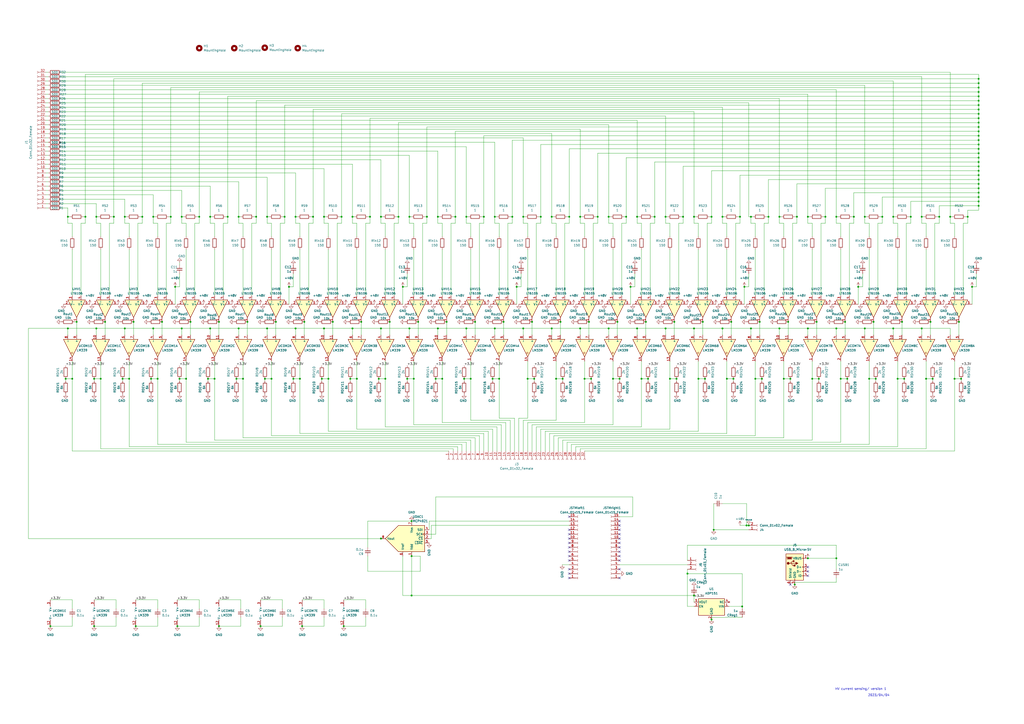
<source format=kicad_sch>
(kicad_sch (version 20211123) (generator eeschema)
  (paper "A2")
  (lib_symbols
    (symbol "Amplifier_Current:LT6106" (pin_names (offset 0.127))
      (property "Reference" "U" (at 1.27 5.08 0))
      (property "Value" "LT6106" (at 0 -5.08 0))
      (symbol "LT6106_1_1"
        (pin open_collector line (at 7.62 0 180) (length 2.54) (name "~") (number "1"))
        (pin power_in line (at -2.54 -7.62 90) (length 3.81) (name "V-") (number "2"))
        (pin input line (at -7.62 -2.54 0) (length 2.54) (name "-") (number "3"))
        (pin input line (at -7.62 2.54 0) (length 2.54) (name "+") (number "4"))
        (pin power_in line (at -2.54 7.62 270) (length 3.81) (name "V+") (number "5"))
      )
    )
    (symbol "Analog_DAC:MCP4921" (pin_names (offset 1.016))
      (property "Reference" "U" (at 6.35 10.795 0))
      (property "Value" "MCP4921" (at 6.35 8.89 0))
      (symbol "MCP4921_1_1"
        (pin power_in line (at 0 10.16 270) (length 2.54) (name "Vdd") (number "1"))
        (pin input line (at -10.16 0 0) (length 2.54) (name "~{CS}") (number "2"))
        (pin input clock (at -10.16 -2.54 0) (length 2.54) (name "SCK") (number "3"))
        (pin input line (at -10.16 -5.08 0) (length 2.54) (name "SDI") (number "4"))
        (pin input line (at -10.16 2.54 0) (length 2.54) (name "~{LDAC}") (number "5"))
        (pin power_in line (at 5.08 10.16 270) (length 2.54) (name "Vref") (number "6"))
        (pin power_in line (at 0 -10.16 90) (length 2.54) (name "Vss") (number "7"))
        (pin output line (at 17.78 0 180) (length 2.54) (name "Vout") (number "8"))
      )
    )
    (symbol "Comparator:LM339" (pin_names (offset 0.127))
      (property "Reference" "U" (at 0 5.08 0))
      (property "Value" "LM339" (at 0 -5.08 0))
      (symbol "LM339_1_1"
        (pin open_collector line (at 7.62 0 180) (length 2.54) (name "~") (number "2"))
        (pin input line (at -7.62 -2.54 0) (length 2.54) (name "-") (number "4"))
        (pin input line (at -7.62 2.54 0) (length 2.54) (name "+") (number "5"))
      )
      (symbol "LM339_2_1"
        (pin open_collector line (at 7.62 0 180) (length 2.54) (name "~") (number "1"))
        (pin input line (at -7.62 -2.54 0) (length 2.54) (name "-") (number "6"))
        (pin input line (at -7.62 2.54 0) (length 2.54) (name "+") (number "7"))
      )
      (symbol "LM339_3_1"
        (pin input line (at -7.62 -2.54 0) (length 2.54) (name "-") (number "10"))
        (pin input line (at -7.62 2.54 0) (length 2.54) (name "+") (number "11"))
        (pin open_collector line (at 7.62 0 180) (length 2.54) (name "~") (number "13"))
      )
      (symbol "LM339_4_1"
        (pin open_collector line (at 7.62 0 180) (length 2.54) (name "~") (number "14"))
        (pin input line (at -7.62 -2.54 0) (length 2.54) (name "-") (number "8"))
        (pin input line (at -7.62 2.54 0) (length 2.54) (name "+") (number "9"))
      )
      (symbol "LM339_5_1"
        (pin power_in line (at -2.54 -7.62 90) (length 3.81) (name "V-") (number "12"))
        (pin power_in line (at -2.54 7.62 270) (length 3.81) (name "V+") (number "3"))
      )
    )
    (symbol "Connector:Conn_01x02_Female" (pin_names (offset 1.016) hide)
      (property "Reference" "J" (at 0 2.54 0))
      (property "Value" "Conn_01x02_Female" (at 0 -5.08 0))
      (symbol "Conn_01x02_Female_1_1"
        (pin passive line (at -5.08 0 0) (length 3.81) (name "Pin_1") (number "1"))
        (pin passive line (at -5.08 -2.54 0) (length 3.81) (name "Pin_2") (number "2"))
      )
    )
    (symbol "Connector:Conn_01x03_Female" (pin_names (offset 1.016) hide)
      (property "Reference" "J" (at 0 5.08 0))
      (property "Value" "Conn_01x03_Female" (at 0 -5.08 0))
      (symbol "Conn_01x03_Female_1_1"
        (pin passive line (at -5.08 2.54 0) (length 3.81) (name "Pin_1") (number "1"))
        (pin passive line (at -5.08 0 0) (length 3.81) (name "Pin_2") (number "2"))
        (pin passive line (at -5.08 -2.54 0) (length 3.81) (name "Pin_3") (number "3"))
      )
    )
    (symbol "Connector:Conn_01x15_Female" (pin_names (offset 1.016) hide)
      (property "Reference" "J" (at 0 20.32 0))
      (property "Value" "Conn_01x15_Female" (at 0 -20.32 0))
      (symbol "Conn_01x15_Female_1_1"
        (pin passive line (at -5.08 17.78 0) (length 3.81) (name "Pin_1") (number "1"))
        (pin passive line (at -5.08 -5.08 0) (length 3.81) (name "Pin_10") (number "10"))
        (pin passive line (at -5.08 -7.62 0) (length 3.81) (name "Pin_11") (number "11"))
        (pin passive line (at -5.08 -10.16 0) (length 3.81) (name "Pin_12") (number "12"))
        (pin passive line (at -5.08 -12.7 0) (length 3.81) (name "Pin_13") (number "13"))
        (pin passive line (at -5.08 -15.24 0) (length 3.81) (name "Pin_14") (number "14"))
        (pin passive line (at -5.08 -17.78 0) (length 3.81) (name "Pin_15") (number "15"))
        (pin passive line (at -5.08 15.24 0) (length 3.81) (name "Pin_2") (number "2"))
        (pin passive line (at -5.08 12.7 0) (length 3.81) (name "Pin_3") (number "3"))
        (pin passive line (at -5.08 10.16 0) (length 3.81) (name "Pin_4") (number "4"))
        (pin passive line (at -5.08 7.62 0) (length 3.81) (name "Pin_5") (number "5"))
        (pin passive line (at -5.08 5.08 0) (length 3.81) (name "Pin_6") (number "6"))
        (pin passive line (at -5.08 2.54 0) (length 3.81) (name "Pin_7") (number "7"))
        (pin passive line (at -5.08 0 0) (length 3.81) (name "Pin_8") (number "8"))
        (pin passive line (at -5.08 -2.54 0) (length 3.81) (name "Pin_9") (number "9"))
      )
    )
    (symbol "Connector:Conn_01x32_Female" (pin_names (offset 1.016) hide)
      (property "Reference" "J" (at 0 40.64 0))
      (property "Value" "Conn_01x32_Female" (at 0 -43.18 0))
      (symbol "Conn_01x32_Female_1_1"
        (pin passive line (at -5.08 38.1 0) (length 3.81) (name "Pin_1") (number "1"))
        (pin passive line (at -5.08 15.24 0) (length 3.81) (name "Pin_10") (number "10"))
        (pin passive line (at -5.08 12.7 0) (length 3.81) (name "Pin_11") (number "11"))
        (pin passive line (at -5.08 10.16 0) (length 3.81) (name "Pin_12") (number "12"))
        (pin passive line (at -5.08 7.62 0) (length 3.81) (name "Pin_13") (number "13"))
        (pin passive line (at -5.08 5.08 0) (length 3.81) (name "Pin_14") (number "14"))
        (pin passive line (at -5.08 2.54 0) (length 3.81) (name "Pin_15") (number "15"))
        (pin passive line (at -5.08 0 0) (length 3.81) (name "Pin_16") (number "16"))
        (pin passive line (at -5.08 -2.54 0) (length 3.81) (name "Pin_17") (number "17"))
        (pin passive line (at -5.08 -5.08 0) (length 3.81) (name "Pin_18") (number "18"))
        (pin passive line (at -5.08 -7.62 0) (length 3.81) (name "Pin_19") (number "19"))
        (pin passive line (at -5.08 35.56 0) (length 3.81) (name "Pin_2") (number "2"))
        (pin passive line (at -5.08 -10.16 0) (length 3.81) (name "Pin_20") (number "20"))
        (pin passive line (at -5.08 -12.7 0) (length 3.81) (name "Pin_21") (number "21"))
        (pin passive line (at -5.08 -15.24 0) (length 3.81) (name "Pin_22") (number "22"))
        (pin passive line (at -5.08 -17.78 0) (length 3.81) (name "Pin_23") (number "23"))
        (pin passive line (at -5.08 -20.32 0) (length 3.81) (name "Pin_24") (number "24"))
        (pin passive line (at -5.08 -22.86 0) (length 3.81) (name "Pin_25") (number "25"))
        (pin passive line (at -5.08 -25.4 0) (length 3.81) (name "Pin_26") (number "26"))
        (pin passive line (at -5.08 -27.94 0) (length 3.81) (name "Pin_27") (number "27"))
        (pin passive line (at -5.08 -30.48 0) (length 3.81) (name "Pin_28") (number "28"))
        (pin passive line (at -5.08 -33.02 0) (length 3.81) (name "Pin_29") (number "29"))
        (pin passive line (at -5.08 33.02 0) (length 3.81) (name "Pin_3") (number "3"))
        (pin passive line (at -5.08 -35.56 0) (length 3.81) (name "Pin_30") (number "30"))
        (pin passive line (at -5.08 -38.1 0) (length 3.81) (name "Pin_31") (number "31"))
        (pin passive line (at -5.08 -40.64 0) (length 3.81) (name "Pin_32") (number "32"))
        (pin passive line (at -5.08 30.48 0) (length 3.81) (name "Pin_4") (number "4"))
        (pin passive line (at -5.08 27.94 0) (length 3.81) (name "Pin_5") (number "5"))
        (pin passive line (at -5.08 25.4 0) (length 3.81) (name "Pin_6") (number "6"))
        (pin passive line (at -5.08 22.86 0) (length 3.81) (name "Pin_7") (number "7"))
        (pin passive line (at -5.08 20.32 0) (length 3.81) (name "Pin_8") (number "8"))
        (pin passive line (at -5.08 17.78 0) (length 3.81) (name "Pin_9") (number "9"))
      )
    )
    (symbol "Connector:USB_B_Micro" (pin_names (offset 1.016))
      (property "Reference" "J" (at -5.08 11.43 0))
      (property "Value" "USB_B_Micro" (at -5.08 8.89 0))
      (symbol "USB_B_Micro_1_1"
        (pin power_out line (at 7.62 5.08 180) (length 2.54) (name "VBUS") (number "1"))
        (pin bidirectional line (at 7.62 -2.54 180) (length 2.54) (name "D-") (number "2"))
        (pin bidirectional line (at 7.62 0 180) (length 2.54) (name "D+") (number "3"))
        (pin passive line (at 7.62 -5.08 180) (length 2.54) (name "ID") (number "4"))
        (pin power_out line (at 0 -10.16 90) (length 2.54) (name "GND") (number "5"))
        (pin passive line (at -2.54 -10.16 90) (length 2.54) (name "Shield") (number "6"))
      )
    )
    (symbol "Device:C_Small" (pin_numbers hide) (pin_names (offset 0.254) hide)
      (property "Reference" "C" (at 0.254 1.778 0))
      (property "Value" "C_Small" (at 0.254 -2.032 0))
      (symbol "C_Small_1_1"
        (pin passive line (at 0 2.54 270) (length 2.032) (name "~") (number "1"))
        (pin passive line (at 0 -2.54 90) (length 2.032) (name "~") (number "2"))
      )
    )
    (symbol "Device:R" (pin_numbers hide) (pin_names (offset 0))
      (property "Reference" "R" (at 2.032 0 90))
      (property "Value" "R" (at 0 0 90))
      (symbol "R_1_1"
        (pin passive line (at 0 3.81 270) (length 1.27) (name "~") (number "1"))
        (pin passive line (at 0 -3.81 90) (length 1.27) (name "~") (number "2"))
      )
    )
    (symbol "Mechanical:MountingHole" (pin_names (offset 1.016))
      (property "Reference" "H" (at 0 5.08 0))
      (property "Value" "MountingHole" (at 0 3.175 0))
    )
    (symbol "Regulator_Linear:LK112M15TR" (pin_names (offset 0.254))
      (property "Reference" "U1" (at 0 10.16 0))
      (property "Value" "ADP151" (at 0 7.62 0))
      (symbol "LK112M15TR_1_1"
        (pin input line (at 10.16 0 180) (length 2.54) (name "VIN") (number "1"))
        (pin power_in line (at 0 -7.62 90) (length 2.54) (name "GND") (number "2"))
        (pin passive line (at -10.16 0 0) (length 2.54) (name "EN") (number "3"))
        (pin no_connect line (at 10.16 2.54 180) (length 2.54) (name "NC") (number "4"))
        (pin power_out line (at -10.16 2.54 0) (length 2.54) (name "VOUT") (number "5"))
      )
    )
    (symbol "power:+48V" (power) (pin_names (offset 0))
      (property "Value" "+48V" (at 0 3.556 0))
      (symbol "+48V_1_1"
        (pin power_in line (at 0 0 90) (length 0) hide (name "+48V") (number "1"))
      )
    )
    (symbol "power:+5V" (power) (pin_names (offset 0))
      (property "Value" "+5V" (at 0 3.556 0))
      (symbol "+5V_1_1"
        (pin power_in line (at 0 0 90) (length 0) hide (name "+5V") (number "1"))
      )
    )
    (symbol "power:GND" (power) (pin_names (offset 0))
      (property "Value" "GND" (at 0 -3.81 0))
      (symbol "GND_1_1"
        (pin power_in line (at 0 0 270) (length 0) hide (name "GND") (number "1"))
      )
    )
    (symbol "power:PWR_FLAG" (power) (pin_numbers hide) (pin_names (offset 0) hide)
      (property "Value" "PWR_FLAG" (at 0 3.81 0))
      (symbol "PWR_FLAG_0_0"
        (pin power_out line (at 0 0 90) (length 0) (name "pwr") (number "1"))
      )
    )
  )
  (junction (at 204.47 190.5))
  (junction (at 468.63 190.5))
  (junction (at 431.8 166.37))
  (junction (at 154.94 125.73))
  (junction (at 242.57 186.69))
  (junction (at 567.69 48.26))
  (junction (at 524.51 219.71))
  (junction (at 237.49 125.73))
  (junction (at 567.69 60.96))
  (junction (at 358.14 186.69))
  (junction (at 567.69 55.88))
  (junction (at 355.6 219.71))
  (junction (at 49.53 125.73))
  (junction (at 534.67 125.73))
  (junction (at 29.21 363.22))
  (junction (at 275.59 186.69))
  (junction (at 336.55 190.5))
  (junction (at 424.18 186.69))
  (junction (at 461.01 339.09))
  (junction (at 190.5 219.71))
  (junction (at 539.75 186.69))
  (junction (at 457.2 186.69))
  (junction (at 181.61 125.73))
  (junction (at 313.69 125.73))
  (junction (at 285.75 219.71))
  (junction (at 339.09 219.71))
  (junction (at 237.49 190.5))
  (junction (at 485.14 125.73))
  (junction (at 66.04 125.73))
  (junction (at 303.53 125.73))
  (junction (at 88.9 190.5))
  (junction (at 563.88 166.37))
  (junction (at 445.77 125.73))
  (junction (at 336.55 125.73))
  (junction (at 39.37 190.5))
  (junction (at 462.28 125.73))
  (junction (at 567.69 73.66))
  (junction (at 567.69 93.98))
  (junction (at 541.02 219.71))
  (junction (at 567.69 53.34))
  (junction (at 346.71 125.73))
  (junction (at 506.73 186.69))
  (junction (at 236.22 219.71))
  (junction (at 369.57 125.73))
  (junction (at 567.69 99.06))
  (junction (at 148.59 125.73))
  (junction (at 523.24 186.69))
  (junction (at 55.88 190.5))
  (junction (at 209.55 186.69))
  (junction (at 204.47 125.73))
  (junction (at 342.9 219.71))
  (junction (at 567.69 63.5))
  (junction (at 478.79 125.73))
  (junction (at 292.1 186.69))
  (junction (at 127 186.69))
  (junction (at 471.17 219.71))
  (junction (at 474.98 219.71))
  (junction (at 138.43 190.5))
  (junction (at 207.01 219.71))
  (junction (at 55.88 125.73))
  (junction (at 567.69 106.68))
  (junction (at 72.39 125.73))
  (junction (at 402.59 190.5))
  (junction (at 458.47 219.71))
  (junction (at 54.61 363.22))
  (junction (at 388.62 219.71))
  (junction (at 379.73 125.73))
  (junction (at 520.7 219.71))
  (junction (at 567.69 66.04))
  (junction (at 160.02 186.69))
  (junction (at 501.65 125.73))
  (junction (at 567.69 111.76))
  (junction (at 78.74 363.22))
  (junction (at 115.57 125.73))
  (junction (at 102.87 363.22))
  (junction (at 433.07 304.8))
  (junction (at 501.65 190.5))
  (junction (at 157.48 219.71))
  (junction (at 231.14 125.73))
  (junction (at 386.08 125.73))
  (junction (at 44.45 186.69))
  (junction (at 309.88 219.71))
  (junction (at 223.52 219.71))
  (junction (at 306.07 219.71))
  (junction (at 273.05 219.71))
  (junction (at 567.69 83.82))
  (junction (at 41.91 219.71))
  (junction (at 386.08 190.5))
  (junction (at 567.69 86.36))
  (junction (at 553.72 219.71))
  (junction (at 93.98 186.69))
  (junction (at 398.78 332.74))
  (junction (at 219.71 219.71))
  (junction (at 567.69 114.3))
  (junction (at 176.53 186.69))
  (junction (at 140.97 219.71))
  (junction (at 359.41 219.71))
  (junction (at 175.26 363.22))
  (junction (at 567.69 109.22))
  (junction (at 473.71 186.69))
  (junction (at 303.53 190.5))
  (junction (at 534.67 190.5))
  (junction (at 199.39 363.22))
  (junction (at 74.93 219.71))
  (junction (at 193.04 186.69))
  (junction (at 374.65 186.69))
  (junction (at 402.59 125.73))
  (junction (at 363.22 125.73))
  (junction (at 353.06 190.5))
  (junction (at 567.69 88.9))
  (junction (at 567.69 119.38))
  (junction (at 551.18 125.73))
  (junction (at 353.06 125.73))
  (junction (at 165.1 125.73))
  (junction (at 495.3 125.73))
  (junction (at 120.65 219.71))
  (junction (at 238.76 302.26))
  (junction (at 402.59 345.44))
  (junction (at 408.94 219.71))
  (junction (at 91.44 219.71))
  (junction (at 430.53 351.79))
  (junction (at 171.45 125.73))
  (junction (at 187.96 125.73))
  (junction (at 186.69 219.71))
  (junction (at 557.53 219.71))
  (junction (at 127 363.22))
  (junction (at 287.02 190.5))
  (junction (at 238.76 345.44))
  (junction (at 452.12 125.73))
  (junction (at 518.16 125.73))
  (junction (at 412.75 125.73))
  (junction (at 72.39 190.5))
  (junction (at 226.06 186.69))
  (junction (at 435.61 190.5))
  (junction (at 511.81 125.73))
  (junction (at 419.1 125.73))
  (junction (at 124.46 219.71))
  (junction (at 567.69 96.52))
  (junction (at 407.67 186.69))
  (junction (at 567.69 45.72))
  (junction (at 414.02 307.34))
  (junction (at 254 190.5))
  (junction (at 452.12 190.5))
  (junction (at 405.13 219.71))
  (junction (at 203.2 219.71))
  (junction (at 567.69 104.14))
  (junction (at 87.63 219.71))
  (junction (at 170.18 219.71))
  (junction (at 567.69 101.6))
  (junction (at 214.63 125.73))
  (junction (at 173.99 219.71))
  (junction (at 567.69 81.28))
  (junction (at 375.92 219.71))
  (junction (at 487.68 219.71))
  (junction (at 143.51 186.69))
  (junction (at 101.6 166.37))
  (junction (at 396.24 125.73))
  (junction (at 154.94 190.5))
  (junction (at 137.16 219.71))
  (junction (at 468.63 323.85))
  (junction (at 330.2 125.73))
  (junction (at 270.51 125.73))
  (junction (at 567.69 78.74))
  (junction (at 567.69 91.44))
  (junction (at 504.19 219.71))
  (junction (at 412.75 359.41))
  (junction (at 468.63 125.73))
  (junction (at 561.34 125.73))
  (junction (at 454.66 219.71))
  (junction (at 247.65 125.73))
  (junction (at 132.08 125.73))
  (junction (at 238.76 322.58))
  (junction (at 153.67 219.71))
  (junction (at 425.45 219.71))
  (junction (at 508 219.71))
  (junction (at 259.08 186.69))
  (junction (at 528.32 125.73))
  (junction (at 167.64 166.37))
  (junction (at 341.63 186.69))
  (junction (at 289.56 219.71))
  (junction (at 121.92 125.73))
  (junction (at 287.02 125.73))
  (junction (at 71.12 219.71))
  (junction (at 299.72 166.37))
  (junction (at 491.49 219.71))
  (junction (at 121.92 190.5))
  (junction (at 326.39 219.71))
  (junction (at 138.43 125.73))
  (junction (at 110.49 186.69))
  (junction (at 365.76 166.37))
  (junction (at 392.43 219.71))
  (junction (at 38.1 219.71))
  (junction (at 544.83 125.73))
  (junction (at 567.69 58.42))
  (junction (at 537.21 219.71))
  (junction (at 567.69 50.8))
  (junction (at 187.96 190.5))
  (junction (at 440.69 186.69))
  (junction (at 82.55 125.73))
  (junction (at 372.11 219.71))
  (junction (at 220.98 312.42))
  (junction (at 438.15 219.71))
  (junction (at 320.04 190.5))
  (junction (at 269.24 219.71))
  (junction (at 270.51 190.5))
  (junction (at 252.73 219.71))
  (junction (at 556.26 186.69))
  (junction (at 254 125.73))
  (junction (at 419.1 190.5))
  (junction (at 280.67 125.73))
  (junction (at 60.96 186.69))
  (junction (at 105.41 125.73))
  (junction (at 220.98 125.73))
  (junction (at 434.34 304.8))
  (junction (at 77.47 186.69))
  (junction (at 567.69 71.12))
  (junction (at 54.61 219.71))
  (junction (at 264.16 125.73))
  (junction (at 567.69 116.84))
  (junction (at 320.04 125.73))
  (junction (at 497.84 166.37))
  (junction (at 490.22 186.69))
  (junction (at 567.69 76.2))
  (junction (at 297.18 125.73))
  (junction (at 369.57 190.5))
  (junction (at 171.45 190.5))
  (junction (at 220.98 190.5))
  (junction (at 518.16 190.5))
  (junction (at 441.96 219.71))
  (junction (at 88.9 125.73))
  (junction (at 198.12 125.73))
  (junction (at 435.61 125.73))
  (junction (at 308.61 186.69))
  (junction (at 107.95 219.71))
  (junction (at 39.37 125.73))
  (junction (at 421.64 219.71))
  (junction (at 151.13 363.22))
  (junction (at 240.03 219.71))
  (junction (at 429.26 125.73))
  (junction (at 325.12 186.69))
  (junction (at 105.41 190.5))
  (junction (at 104.14 219.71))
  (junction (at 99.06 125.73))
  (junction (at 485.14 323.85))
  (junction (at 58.42 219.71))
  (junction (at 256.54 219.71))
  (junction (at 567.69 68.58))
  (junction (at 322.58 219.71))
  (junction (at 233.68 166.37))
  (junction (at 391.16 186.69))
  (junction (at 485.14 190.5))
  (no_connect (at 359.41 307.34))
  (no_connect (at 359.41 312.42))
  (no_connect (at 330.2 325.12))
  (no_connect (at 330.2 335.28))
  (no_connect (at 468.63 328.93))
  (no_connect (at 330.2 332.74))
  (no_connect (at 330.2 330.2))
  (no_connect (at 359.41 335.28))
  (no_connect (at 359.41 309.88))
  (no_connect (at 468.63 331.47))
  (no_connect (at 330.2 314.96))
  (no_connect (at 330.2 299.72))
  (no_connect (at 330.2 307.34))
  (no_connect (at 359.41 330.2))
  (no_connect (at 458.47 339.09))
  (no_connect (at 330.2 312.42))
  (no_connect (at 359.41 322.58))
  (no_connect (at 359.41 304.8))
  (no_connect (at 468.63 334.01))
  (no_connect (at 359.41 317.5))
  (no_connect (at 330.2 322.58))
  (no_connect (at 330.2 309.88))
  (no_connect (at 359.41 302.26))
  (no_connect (at 359.41 325.12))
  (no_connect (at 330.2 317.5))
  (no_connect (at 330.2 320.04))
  (no_connect (at 359.41 320.04))
  (no_connect (at 359.41 314.96))
  (wire (pts (xy 27.94 44.45) (xy 26.67 44.45)))
  (wire (pts (xy 289.56 144.78) (xy 289.56 171.45)))
  (wire (pts (xy 454.66 219.71) (xy 458.47 219.71)))
  (wire (pts (xy 336.55 74.93) (xy 336.55 125.73)))
  (wire (pts (xy 240.03 129.54) (xy 240.03 137.16)))
  (wire (pts (xy 26.67 67.31) (xy 27.94 67.31)))
  (wire (pts (xy 91.44 219.71) (xy 91.44 257.81)))
  (wire (pts (xy 26.67 77.47) (xy 27.94 77.47)))
  (wire (pts (xy 212.09 353.06) (xy 212.09 347.98)))
  (wire (pts (xy 49.53 43.18) (xy 49.53 125.73)))
  (wire (pts (xy 520.7 219.71) (xy 520.7 259.08)))
  (wire (pts (xy 556.26 186.69) (xy 556.26 194.31)))
  (wire (pts (xy 273.05 255.27) (xy 273.05 261.62)))
  (wire (pts (xy 525.78 129.54) (xy 525.78 171.45)))
  (wire (pts (xy 209.55 186.69) (xy 209.55 194.31)))
  (wire (pts (xy 165.1 125.73) (xy 165.1 129.54)))
  (wire (pts (xy 173.99 219.71) (xy 173.99 251.46)))
  (wire (pts (xy 289.56 219.71) (xy 289.56 242.57)))
  (wire (pts (xy 140.97 254) (xy 275.59 254)))
  (wire (pts (xy 454.66 129.54) (xy 452.12 129.54)))
  (wire (pts (xy 163.83 347.98) (xy 151.13 347.98)))
  (wire (pts (xy 74.93 219.71) (xy 71.12 219.71)))
  (wire (pts (xy 247.65 125.73) (xy 247.65 129.54)))
  (wire (pts (xy 26.67 97.79) (xy 27.94 97.79)))
  (wire (pts (xy 431.8 166.37) (xy 431.8 176.53)))
  (wire (pts (xy 26.67 95.25) (xy 27.94 95.25)))
  (wire (pts (xy 321.31 252.73) (xy 321.31 261.62)))
  (wire (pts (xy 363.22 91.44) (xy 363.22 125.73)))
  (wire (pts (xy 26.67 80.01) (xy 27.94 80.01)))
  (wire (pts (xy 99.06 50.8) (xy 567.69 50.8)))
  (wire (pts (xy 355.6 219.71) (xy 355.6 246.38)))
  (wire (pts (xy 124.46 255.27) (xy 273.05 255.27)))
  (wire (pts (xy 551.18 125.73) (xy 551.18 129.54)))
  (wire (pts (xy 303.53 243.84) (xy 303.53 261.62)))
  (wire (pts (xy 567.69 116.84) (xy 567.69 119.38)))
  (wire (pts (xy 567.69 91.44) (xy 363.22 91.44)))
  (wire (pts (xy 567.69 121.92) (xy 561.34 121.92)))
  (wire (pts (xy 223.52 219.71) (xy 219.71 219.71)))
  (wire (pts (xy 345.44 125.73) (xy 346.71 125.73)))
  (wire (pts (xy 500.38 158.75) (xy 500.38 166.37)))
  (wire (pts (xy 346.71 125.73) (xy 346.71 129.54)))
  (wire (pts (xy 290.83 246.38) (xy 290.83 261.62)))
  (wire (pts (xy 288.29 247.65) (xy 288.29 261.62)))
  (wire (pts (xy 553.72 129.54) (xy 553.72 137.16)))
  (wire (pts (xy 287.02 194.31) (xy 287.02 190.5)))
  (wire (pts (xy 306.07 144.78) (xy 306.07 171.45)))
  (wire (pts (xy 26.67 110.49) (xy 27.94 110.49)))
  (wire (pts (xy 82.55 125.73) (xy 82.55 129.54)))
  (wire (pts (xy 129.54 129.54) (xy 129.54 171.45)))
  (wire (pts (xy 320.04 125.73) (xy 321.31 125.73)))
  (wire (pts (xy 285.75 248.92) (xy 285.75 261.62)))
  (wire (pts (xy 240.03 209.55) (xy 240.03 219.71)))
  (wire (pts (xy 212.09 363.22) (xy 199.39 363.22)))
  (wire (pts (xy 520.7 129.54) (xy 520.7 137.16)))
  (wire (pts (xy 238.76 345.44) (xy 402.59 345.44)))
  (wire (pts (xy 115.57 347.98) (xy 102.87 347.98)))
  (wire (pts (xy 278.13 129.54) (xy 278.13 171.45)))
  (wire (pts (xy 35.56 72.39) (xy 353.06 72.39)))
  (wire (pts (xy 490.22 186.69) (xy 490.22 194.31)))
  (wire (pts (xy 537.21 129.54) (xy 534.67 129.54)))
  (wire (pts (xy 35.56 105.41) (xy 138.43 105.41)))
  (wire (pts (xy 63.5 129.54) (xy 66.04 129.54)))
  (wire (pts (xy 471.17 129.54) (xy 471.17 137.16)))
  (wire (pts (xy 339.09 129.54) (xy 339.09 137.16)))
  (wire (pts (xy 264.16 76.2) (xy 264.16 125.73)))
  (wire (pts (xy 173.99 129.54) (xy 171.45 129.54)))
  (wire (pts (xy 35.56 107.95) (xy 121.92 107.95)))
  (wire (pts (xy 320.04 125.73) (xy 320.04 129.54)))
  (wire (pts (xy 334.01 259.08) (xy 334.01 261.62)))
  (wire (pts (xy 240.03 246.38) (xy 290.83 246.38)))
  (wire (pts (xy 323.85 254) (xy 323.85 261.62)))
  (wire (pts (xy 454.66 129.54) (xy 454.66 137.16)))
  (wire (pts (xy 429.26 304.8) (xy 433.07 304.8)))
  (wire (pts (xy 180.34 125.73) (xy 181.61 125.73)))
  (wire (pts (xy 107.95 219.71) (xy 107.95 256.54)))
  (wire (pts (xy 452.12 125.73) (xy 453.39 125.73)))
  (wire (pts (xy 377.19 129.54) (xy 379.73 129.54)))
  (wire (pts (xy 328.93 125.73) (xy 330.2 125.73)))
  (wire (pts (xy 130.81 125.73) (xy 132.08 125.73)))
  (wire (pts (xy 313.69 248.92) (xy 313.69 261.62)))
  (wire (pts (xy 247.65 73.66) (xy 567.69 73.66)))
  (wire (pts (xy 96.52 129.54) (xy 96.52 171.45)))
  (wire (pts (xy 96.52 129.54) (xy 99.06 129.54)))
  (wire (pts (xy 245.11 129.54) (xy 247.65 129.54)))
  (wire (pts (xy 58.42 144.78) (xy 58.42 171.45)))
  (wire (pts (xy 26.67 115.57) (xy 27.94 115.57)))
  (wire (pts (xy 567.69 63.5) (xy 567.69 66.04)))
  (wire (pts (xy 372.11 144.78) (xy 372.11 171.45)))
  (wire (pts (xy 256.54 129.54) (xy 254 129.54)))
  (wire (pts (xy 369.57 194.31) (xy 369.57 190.5)))
  (wire (pts (xy 228.6 129.54) (xy 231.14 129.54)))
  (wire (pts (xy 476.25 129.54) (xy 476.25 171.45)))
  (wire (pts (xy 171.45 125.73) (xy 171.45 129.54)))
  (wire (pts (xy 421.64 251.46) (xy 318.77 251.46)))
  (wire (pts (xy 567.69 86.36) (xy 567.69 88.9)))
  (wire (pts (xy 461.01 125.73) (xy 462.28 125.73)))
  (wire (pts (xy 398.78 316.23) (xy 398.78 325.12)))
  (wire (pts (xy 388.62 209.55) (xy 388.62 219.71)))
  (wire (pts (xy 110.49 186.69) (xy 110.49 194.31)))
  (wire (pts (xy 468.63 190.5) (xy 452.12 190.5)))
  (wire (pts (xy 471.17 209.55) (xy 471.17 219.71)))
  (wire (pts (xy 124.46 219.71) (xy 120.65 219.71)))
  (wire (pts (xy 537.21 260.35) (xy 336.55 260.35)))
  (wire (pts (xy 27.94 54.61) (xy 26.67 54.61)))
  (wire (pts (xy 146.05 129.54) (xy 146.05 171.45)))
  (wire (pts (xy 287.02 82.55) (xy 287.02 125.73)))
  (wire (pts (xy 421.64 144.78) (xy 421.64 171.45)))
  (wire (pts (xy 171.45 100.33) (xy 171.45 125.73)))
  (wire (pts (xy 336.55 190.5) (xy 320.04 190.5)))
  (wire (pts (xy 322.58 129.54) (xy 322.58 137.16)))
  (wire (pts (xy 421.64 219.71) (xy 421.64 251.46)))
  (wire (pts (xy 186.69 220.98) (xy 186.69 219.71)))
  (wire (pts (xy 270.51 85.09) (xy 270.51 125.73)))
  (wire (pts (xy 306.07 242.57) (xy 300.99 242.57)))
  (wire (pts (xy 438.15 129.54) (xy 438.15 137.16)))
  (wire (pts (xy 353.06 190.5) (xy 336.55 190.5)))
  (wire (pts (xy 544.83 119.38) (xy 544.83 125.73)))
  (wire (pts (xy 72.39 125.73) (xy 72.39 129.54)))
  (wire (pts (xy 563.88 166.37) (xy 566.42 166.37)))
  (wire (pts (xy 148.59 58.42) (xy 567.69 58.42)))
  (wire (pts (xy 82.55 48.26) (xy 82.55 125.73)))
  (wire (pts (xy 187.96 194.31) (xy 187.96 190.5)))
  (wire (pts (xy 67.31 347.98) (xy 54.61 347.98)))
  (wire (pts (xy 165.1 60.96) (xy 165.1 125.73)))
  (wire (pts (xy 405.13 250.19) (xy 316.23 250.19)))
  (wire (pts (xy 254 190.5) (xy 237.49 190.5)))
  (wire (pts (xy 322.58 219.71) (xy 322.58 243.84)))
  (wire (pts (xy 67.31 358.14) (xy 67.31 363.22)))
  (wire (pts (xy 35.56 77.47) (xy 320.04 77.47)))
  (wire (pts (xy 280.67 125.73) (xy 280.67 129.54)))
  (wire (pts (xy 372.11 129.54) (xy 369.57 129.54)))
  (wire (pts (xy 303.53 194.31) (xy 303.53 190.5)))
  (wire (pts (xy 369.57 125.73) (xy 369.57 129.54)))
  (wire (pts (xy 64.77 125.73) (xy 66.04 125.73)))
  (wire (pts (xy 265.43 259.08) (xy 265.43 261.62)))
  (wire (pts (xy 452.12 125.73) (xy 452.12 57.15)))
  (wire (pts (xy 35.56 113.03) (xy 88.9 113.03)))
  (wire (pts (xy 511.81 114.3) (xy 511.81 125.73)))
  (wire (pts (xy 567.69 55.88) (xy 567.69 58.42)))
  (wire (pts (xy 104.14 220.98) (xy 104.14 219.71)))
  (wire (pts (xy 363.22 125.73) (xy 363.22 129.54)))
  (wire (pts (xy 74.93 129.54) (xy 72.39 129.54)))
  (wire (pts (xy 238.76 322.58) (xy 238.76 345.44)))
  (wire (pts (xy 312.42 125.73) (xy 313.69 125.73)))
  (wire (pts (xy 567.69 96.52) (xy 567.69 99.06)))
  (wire (pts (xy 147.32 125.73) (xy 148.59 125.73)))
  (wire (pts (xy 504.19 209.55) (xy 504.19 219.71)))
  (wire (pts (xy 392.43 220.98) (xy 392.43 219.71)))
  (wire (pts (xy 273.05 243.84) (xy 295.91 243.84)))
  (wire (pts (xy 375.92 220.98) (xy 375.92 219.71)))
  (wire (pts (xy 41.91 209.55) (xy 41.91 219.71)))
  (wire (pts (xy 41.91 358.14) (xy 41.91 363.22)))
  (wire (pts (xy 27.94 62.23) (xy 26.67 62.23)))
  (wire (pts (xy 567.69 50.8) (xy 567.69 53.34)))
  (wire (pts (xy 203.2 220.98) (xy 203.2 219.71)))
  (wire (pts (xy 553.72 144.78) (xy 553.72 171.45)))
  (wire (pts (xy 240.03 129.54) (xy 237.49 129.54)))
  (wire (pts (xy 326.39 255.27) (xy 326.39 261.62)))
  (wire (pts (xy 567.69 48.26) (xy 82.55 48.26)))
  (wire (pts (xy 213.36 302.26) (xy 238.76 302.26)))
  (wire (pts (xy 563.88 166.37) (xy 563.88 176.53)))
  (wire (pts (xy 452.12 194.31) (xy 452.12 190.5)))
  (wire (pts (xy 132.08 125.73) (xy 132.08 129.54)))
  (wire (pts (xy 485.14 323.85) (xy 485.14 316.23)))
  (wire (pts (xy 328.93 256.54) (xy 328.93 261.62)))
  (wire (pts (xy 567.69 43.18) (xy 49.53 43.18)))
  (wire (pts (xy 154.94 102.87) (xy 154.94 125.73)))
  (wire (pts (xy 105.41 125.73) (xy 105.41 129.54)))
  (wire (pts (xy 542.29 129.54) (xy 542.29 171.45)))
  (wire (pts (xy 49.53 125.73) (xy 49.53 129.54)))
  (wire (pts (xy 58.42 260.35) (xy 262.89 260.35)))
  (wire (pts (xy 424.18 186.69) (xy 424.18 194.31)))
  (wire (pts (xy 485.14 335.28) (xy 485.14 337.82)))
  (wire (pts (xy 35.56 95.25) (xy 204.47 95.25)))
  (wire (pts (xy 358.14 186.69) (xy 358.14 194.31)))
  (wire (pts (xy 510.54 125.73) (xy 511.81 125.73)))
  (wire (pts (xy 346.71 125.73) (xy 346.71 88.9)))
  (wire (pts (xy 26.67 92.71) (xy 27.94 92.71)))
  (wire (pts (xy 379.73 125.73) (xy 379.73 129.54)))
  (wire (pts (xy 137.16 220.98) (xy 137.16 219.71)))
  (wire (pts (xy 77.47 186.69) (xy 77.47 194.31)))
  (wire (pts (xy 322.58 209.55) (xy 322.58 219.71)))
  (wire (pts (xy 273.05 219.71) (xy 269.24 219.71)))
  (wire (pts (xy 567.69 53.34) (xy 115.57 53.34)))
  (wire (pts (xy 567.69 106.68) (xy 462.28 106.68)))
  (wire (pts (xy 336.55 194.31) (xy 336.55 190.5)))
  (wire (pts (xy 445.77 104.14) (xy 445.77 125.73)))
  (wire (pts (xy 567.69 76.2) (xy 264.16 76.2)))
  (wire (pts (xy 534.67 125.73) (xy 535.94 125.73)))
  (wire (pts (xy 58.42 219.71) (xy 54.61 219.71)))
  (wire (pts (xy 35.56 97.79) (xy 187.96 97.79)))
  (wire (pts (xy 245.11 129.54) (xy 245.11 171.45)))
  (wire (pts (xy 256.54 245.11) (xy 293.37 245.11)))
  (wire (pts (xy 41.91 261.62) (xy 260.35 261.62)))
  (wire (pts (xy 181.61 125.73) (xy 181.61 63.5)))
  (wire (pts (xy 435.61 125.73) (xy 436.88 125.73)))
  (wire (pts (xy 138.43 105.41) (xy 138.43 125.73)))
  (wire (pts (xy 414.02 307.34) (xy 434.34 307.34)))
  (wire (pts (xy 372.11 209.55) (xy 372.11 219.71)))
  (wire (pts (xy 306.07 129.54) (xy 306.07 137.16)))
  (wire (pts (xy 129.54 129.54) (xy 132.08 129.54)))
  (wire (pts (xy 295.91 243.84) (xy 295.91 261.62)))
  (wire (pts (xy 223.52 209.55) (xy 223.52 219.71)))
  (wire (pts (xy 26.67 105.41) (xy 27.94 105.41)))
  (wire (pts (xy 443.23 129.54) (xy 443.23 171.45)))
  (wire (pts (xy 91.44 129.54) (xy 88.9 129.54)))
  (wire (pts (xy 124.46 219.71) (xy 124.46 255.27)))
  (wire (pts (xy 16.51 190.5) (xy 39.37 190.5)))
  (wire (pts (xy 561.34 125.73) (xy 561.34 129.54)))
  (wire (pts (xy 485.14 52.07) (xy 35.56 52.07)))
  (wire (pts (xy 504.19 129.54) (xy 504.19 137.16)))
  (wire (pts (xy 236.22 158.75) (xy 236.22 166.37)))
  (wire (pts (xy 295.91 125.73) (xy 297.18 125.73)))
  (wire (pts (xy 41.91 353.06) (xy 41.91 347.98)))
  (wire (pts (xy 289.56 219.71) (xy 285.75 219.71)))
  (wire (pts (xy 240.03 219.71) (xy 236.22 219.71)))
  (wire (pts (xy 80.01 129.54) (xy 80.01 171.45)))
  (wire (pts (xy 553.72 219.71) (xy 557.53 219.71)))
  (wire (pts (xy 139.7 363.22) (xy 127 363.22)))
  (wire (pts (xy 537.21 129.54) (xy 537.21 137.16)))
  (wire (pts (xy 429.26 125.73) (xy 429.26 129.54)))
  (wire (pts (xy 223.52 129.54) (xy 220.98 129.54)))
  (wire (pts (xy 146.05 129.54) (xy 148.59 129.54)))
  (wire (pts (xy 430.53 351.79) (xy 430.53 332.74)))
  (wire (pts (xy 468.63 125.73) (xy 468.63 54.61)))
  (wire (pts (xy 259.08 186.69) (xy 259.08 194.31)))
  (wire (pts (xy 88.9 194.31) (xy 88.9 190.5)))
  (wire (pts (xy 537.21 219.71) (xy 541.02 219.71)))
  (wire (pts (xy 433.07 304.8) (xy 434.34 304.8)))
  (wire (pts (xy 240.03 219.71) (xy 240.03 246.38)))
  (wire (pts (xy 58.42 209.55) (xy 58.42 219.71)))
  (wire (pts (xy 396.24 96.52) (xy 396.24 125.73)))
  (wire (pts (xy 495.3 125.73) (xy 495.3 129.54)))
  (wire (pts (xy 293.37 245.11) (xy 293.37 261.62)))
  (wire (pts (xy 388.62 144.78) (xy 388.62 171.45)))
  (wire (pts (xy 396.24 125.73) (xy 396.24 129.54)))
  (wire (pts (xy 26.67 74.93) (xy 27.94 74.93)))
  (wire (pts (xy 454.66 209.55) (xy 454.66 219.71)))
  (wire (pts (xy 121.92 194.31) (xy 121.92 190.5)))
  (wire (pts (xy 162.56 129.54) (xy 165.1 129.54)))
  (wire (pts (xy 233.68 345.44) (xy 238.76 345.44)))
  (wire (pts (xy 39.37 125.73) (xy 39.37 129.54)))
  (wire (pts (xy 240.03 144.78) (xy 240.03 171.45)))
  (wire (pts (xy 157.48 209.55) (xy 157.48 219.71)))
  (wire (pts (xy 355.6 129.54) (xy 355.6 137.16)))
  (wire (pts (xy 344.17 129.54) (xy 344.17 171.45)))
  (wire (pts (xy 212.09 129.54) (xy 214.63 129.54)))
  (wire (pts (xy 353.06 125.73) (xy 353.06 129.54)))
  (wire (pts (xy 495.3 111.76) (xy 495.3 125.73)))
  (wire (pts (xy 421.64 129.54) (xy 421.64 137.16)))
  (wire (pts (xy 254 125.73) (xy 255.27 125.73)))
  (wire (pts (xy 35.56 64.77) (xy 402.59 64.77)))
  (wire (pts (xy 275.59 186.69) (xy 275.59 194.31)))
  (wire (pts (xy 537.21 219.71) (xy 537.21 260.35)))
  (wire (pts (xy 306.07 209.55) (xy 306.07 219.71)))
  (wire (pts (xy 237.49 194.31) (xy 237.49 190.5)))
  (wire (pts (xy 91.44 347.98) (xy 78.74 347.98)))
  (wire (pts (xy 430.53 332.74) (xy 398.78 332.74)))
  (wire (pts (xy 339.09 219.71) (xy 342.9 219.71)))
  (wire (pts (xy 306.07 245.11) (xy 306.07 261.62)))
  (wire (pts (xy 471.17 219.71) (xy 471.17 255.27)))
  (wire (pts (xy 388.62 248.92) (xy 313.69 248.92)))
  (wire (pts (xy 248.92 307.34) (xy 248.92 302.26)))
  (wire (pts (xy 412.75 358.14) (xy 412.75 359.41)))
  (wire (pts (xy 139.7 358.14) (xy 139.7 363.22)))
  (wire (pts (xy 207.01 144.78) (xy 207.01 171.45)))
  (wire (pts (xy 429.26 101.6) (xy 429.26 125.73)))
  (wire (pts (xy 309.88 220.98) (xy 309.88 219.71)))
  (wire (pts (xy 41.91 129.54) (xy 41.91 137.16)))
  (wire (pts (xy 567.69 83.82) (xy 567.69 86.36)))
  (wire (pts (xy 138.43 125.73) (xy 138.43 129.54)))
  (wire (pts (xy 55.88 125.73) (xy 57.15 125.73)))
  (wire (pts (xy 153.67 220.98) (xy 153.67 219.71)))
  (wire (pts (xy 74.93 144.78) (xy 74.93 171.45)))
  (wire (pts (xy 567.69 76.2) (xy 567.69 78.74)))
  (wire (pts (xy 485.14 125.73) (xy 486.41 125.73)))
  (wire (pts (xy 38.1 220.98) (xy 38.1 219.71)))
  (wire (pts (xy 254 194.31) (xy 254 190.5)))
  (wire (pts (xy 452.12 125.73) (xy 452.12 129.54)))
  (wire (pts (xy 190.5 129.54) (xy 190.5 137.16)))
  (wire (pts (xy 228.6 129.54) (xy 228.6 171.45)))
  (wire (pts (xy 233.68 322.58) (xy 233.68 345.44)))
  (wire (pts (xy 501.65 49.53) (xy 35.56 49.53)))
  (wire (pts (xy 171.45 190.5) (xy 154.94 190.5)))
  (wire (pts (xy 353.06 125.73) (xy 354.33 125.73)))
  (wire (pts (xy 237.49 125.73) (xy 237.49 129.54)))
  (wire (pts (xy 27.94 52.07) (xy 26.67 52.07)))
  (wire (pts (xy 553.72 261.62) (xy 339.09 261.62)))
  (wire (pts (xy 438.15 252.73) (xy 321.31 252.73)))
  (wire (pts (xy 520.7 209.55) (xy 520.7 219.71)))
  (wire (pts (xy 492.76 129.54) (xy 495.3 129.54)))
  (wire (pts (xy 485.14 323.85) (xy 485.14 330.2)))
  (wire (pts (xy 487.68 129.54) (xy 487.68 137.16)))
  (wire (pts (xy 553.72 209.55) (xy 553.72 219.71)))
  (wire (pts (xy 67.31 363.22) (xy 54.61 363.22)))
  (wire (pts (xy 167.64 166.37) (xy 167.64 176.53)))
  (wire (pts (xy 339.09 245.11) (xy 306.07 245.11)))
  (wire (pts (xy 353.06 72.39) (xy 353.06 125.73)))
  (wire (pts (xy 398.78 316.23) (xy 485.14 316.23)))
  (wire (pts (xy 303.53 190.5) (xy 287.02 190.5)))
  (wire (pts (xy 121.92 125.73) (xy 121.92 129.54)))
  (wire (pts (xy 303.53 80.01) (xy 303.53 125.73)))
  (wire (pts (xy 246.38 125.73) (xy 247.65 125.73)))
  (wire (pts (xy 379.73 93.98) (xy 379.73 125.73)))
  (wire (pts (xy 504.19 257.81) (xy 331.47 257.81)))
  (wire (pts (xy 223.52 129.54) (xy 223.52 137.16)))
  (wire (pts (xy 72.39 190.5) (xy 88.9 190.5)))
  (wire (pts (xy 35.56 110.49) (xy 105.41 110.49)))
  (wire (pts (xy 101.6 166.37) (xy 101.6 176.53)))
  (wire (pts (xy 322.58 144.78) (xy 322.58 171.45)))
  (wire (pts (xy 132.08 55.88) (xy 132.08 125.73)))
  (wire (pts (xy 248.92 309.88) (xy 252.73 309.88)))
  (wire (pts (xy 567.69 116.84) (xy 528.32 116.84)))
  (wire (pts (xy 487.68 129.54) (xy 485.14 129.54)))
  (wire (pts (xy 204.47 194.31) (xy 204.47 190.5)))
  (wire (pts (xy 256.54 144.78) (xy 256.54 171.45)))
  (wire (pts (xy 419.1 125.73) (xy 419.1 62.23)))
  (wire (pts (xy 207.01 129.54) (xy 207.01 137.16)))
  (wire (pts (xy 292.1 186.69) (xy 292.1 194.31)))
  (wire (pts (xy 35.56 85.09) (xy 270.51 85.09)))
  (wire (pts (xy 520.7 129.54) (xy 518.16 129.54)))
  (wire (pts (xy 256.54 209.55) (xy 256.54 219.71)))
  (wire (pts (xy 181.61 125.73) (xy 181.61 129.54)))
  (wire (pts (xy 299.72 166.37) (xy 299.72 176.53)))
  (wire (pts (xy 497.84 166.37) (xy 497.84 176.53)))
  (wire (pts (xy 468.63 125.73) (xy 469.9 125.73)))
  (wire (pts (xy 223.52 247.65) (xy 288.29 247.65)))
  (wire (pts (xy 46.99 129.54) (xy 49.53 129.54)))
  (wire (pts (xy 468.63 125.73) (xy 468.63 129.54)))
  (wire (pts (xy 374.65 186.69) (xy 374.65 194.31)))
  (wire (pts (xy 405.13 219.71) (xy 408.94 219.71)))
  (wire (pts (xy 303.53 125.73) (xy 303.53 129.54)))
  (wire (pts (xy 558.8 129.54) (xy 558.8 171.45)))
  (wire (pts (xy 567.69 101.6) (xy 567.69 104.14)))
  (wire (pts (xy 157.48 129.54) (xy 154.94 129.54)))
  (wire (pts (xy 46.99 129.54) (xy 46.99 171.45)))
  (wire (pts (xy 252.73 220.98) (xy 252.73 219.71)))
  (wire (pts (xy 543.56 125.73) (xy 544.83 125.73)))
  (wire (pts (xy 331.47 257.81) (xy 331.47 261.62)))
  (wire (pts (xy 107.95 129.54) (xy 105.41 129.54)))
  (wire (pts (xy 478.79 109.22) (xy 478.79 125.73)))
  (wire (pts (xy 320.04 194.31) (xy 320.04 190.5)))
  (wire (pts (xy 55.88 118.11) (xy 55.88 125.73)))
  (wire (pts (xy 66.04 45.72) (xy 567.69 45.72)))
  (wire (pts (xy 402.59 64.77) (xy 402.59 125.73)))
  (wire (pts (xy 539.75 186.69) (xy 539.75 194.31)))
  (wire (pts (xy 368.3 158.75) (xy 368.3 166.37)))
  (wire (pts (xy 518.16 125.73) (xy 518.16 46.99)))
  (wire (pts (xy 127 186.69) (xy 127 194.31)))
  (wire (pts (xy 318.77 251.46) (xy 318.77 261.62)))
  (wire (pts (xy 66.04 125.73) (xy 66.04 129.54)))
  (wire (pts (xy 485.14 125.73) (xy 485.14 52.07)))
  (wire (pts (xy 247.65 125.73) (xy 247.65 73.66)))
  (wire (pts (xy 195.58 129.54) (xy 195.58 171.45)))
  (wire (pts (xy 138.43 194.31) (xy 138.43 190.5)))
  (wire (pts (xy 567.69 53.34) (xy 567.69 55.88)))
  (wire (pts (xy 237.49 190.5) (xy 220.98 190.5)))
  (wire (pts (xy 91.44 129.54) (xy 91.44 137.16)))
  (wire (pts (xy 398.78 351.79) (xy 402.59 351.79)))
  (wire (pts (xy 405.13 209.55) (xy 405.13 219.71)))
  (wire (pts (xy 279.4 125.73) (xy 280.67 125.73)))
  (wire (pts (xy 567.69 106.68) (xy 567.69 109.22)))
  (wire (pts (xy 66.04 125.73) (xy 66.04 45.72)))
  (wire (pts (xy 567.69 71.12) (xy 231.14 71.12)))
  (wire (pts (xy 303.53 125.73) (xy 304.8 125.73)))
  (wire (pts (xy 567.69 93.98) (xy 567.69 96.52)))
  (wire (pts (xy 41.91 129.54) (xy 39.37 129.54)))
  (wire (pts (xy 163.83 358.14) (xy 163.83 363.22)))
  (wire (pts (xy 444.5 125.73) (xy 445.77 125.73)))
  (wire (pts (xy 369.57 190.5) (xy 353.06 190.5)))
  (wire (pts (xy 306.07 219.71) (xy 306.07 242.57)))
  (wire (pts (xy 41.91 261.62) (xy 41.91 219.71)))
  (wire (pts (xy 220.98 125.73) (xy 220.98 129.54)))
  (wire (pts (xy 327.66 129.54) (xy 330.2 129.54)))
  (wire (pts (xy 81.28 125.73) (xy 82.55 125.73)))
  (wire (pts (xy 326.1035 327.66) (xy 330.2 327.66)))
  (wire (pts (xy 213.36 302.26) (xy 213.36 317.5)))
  (wire (pts (xy 115.57 363.22) (xy 102.87 363.22)))
  (wire (pts (xy 256.54 219.71) (xy 252.73 219.71)))
  (wire (pts (xy 497.84 166.37) (xy 500.38 166.37)))
  (wire (pts (xy 115.57 53.34) (xy 115.57 125.73)))
  (wire (pts (xy 270.51 194.31) (xy 270.51 190.5)))
  (wire (pts (xy 207.01 209.55) (xy 207.01 219.71)))
  (wire (pts (xy 551.18 190.5) (xy 534.67 190.5)))
  (wire (pts (xy 355.6 144.78) (xy 355.6 171.45)))
  (wire (pts (xy 425.45 220.98) (xy 425.45 219.71)))
  (wire (pts (xy 438.15 219.71) (xy 441.96 219.71)))
  (wire (pts (xy 438.15 209.55) (xy 438.15 219.71)))
  (wire (pts (xy 322.58 129.54) (xy 320.04 129.54)))
  (wire (pts (xy 140.97 129.54) (xy 140.97 137.16)))
  (wire (pts (xy 270.51 125.73) (xy 270.51 129.54)))
  (wire (pts (xy 214.63 68.58) (xy 567.69 68.58)))
  (wire (pts (xy 204.47 95.25) (xy 204.47 125.73)))
  (wire (pts (xy 506.73 186.69) (xy 506.73 194.31)))
  (wire (pts (xy 567.69 81.28) (xy 297.18 81.28)))
  (wire (pts (xy 283.21 250.19) (xy 283.21 261.62)))
  (wire (pts (xy 171.45 125.73) (xy 172.72 125.73)))
  (wire (pts (xy 567.69 101.6) (xy 429.26 101.6)))
  (wire (pts (xy 386.08 125.73) (xy 387.35 125.73)))
  (wire (pts (xy 487.68 144.78) (xy 487.68 171.45)))
  (wire (pts (xy 35.56 120.65) (xy 39.37 120.65)))
  (wire (pts (xy 567.69 111.76) (xy 567.69 114.3)))
  (wire (pts (xy 534.67 125.73) (xy 534.67 129.54)))
  (wire (pts (xy 214.63 125.73) (xy 214.63 129.54)))
  (wire (pts (xy 501.65 125.73) (xy 501.65 129.54)))
  (wire (pts (xy 518.16 125.73) (xy 518.16 129.54)))
  (wire (pts (xy 504.19 129.54) (xy 501.65 129.54)))
  (wire (pts (xy 107.95 219.71) (xy 104.14 219.71)))
  (wire (pts (xy 212.09 347.98) (xy 199.39 347.98)))
  (wire (pts (xy 115.57 353.06) (xy 115.57 347.98)))
  (wire (pts (xy 35.56 87.63) (xy 254 87.63)))
  (wire (pts (xy 198.12 125.73) (xy 198.12 129.54)))
  (wire (pts (xy 365.76 166.37) (xy 368.3 166.37)))
  (wire (pts (xy 567.69 45.72) (xy 567.69 48.26)))
  (wire (pts (xy 346.71 88.9) (xy 567.69 88.9)))
  (wire (pts (xy 339.09 129.54) (xy 336.55 129.54)))
  (wire (pts (xy 320.04 77.47) (xy 320.04 125.73)))
  (wire (pts (xy 140.97 144.78) (xy 140.97 171.45)))
  (wire (pts (xy 339.09 219.71) (xy 339.09 245.11)))
  (wire (pts (xy 311.15 129.54) (xy 313.69 129.54)))
  (wire (pts (xy 487.68 256.54) (xy 328.93 256.54)))
  (wire (pts (xy 35.56 80.01) (xy 303.53 80.01)))
  (wire (pts (xy 91.44 363.22) (xy 78.74 363.22)))
  (wire (pts (xy 566.42 158.75) (xy 566.42 166.37)))
  (wire (pts (xy 501.65 194.31) (xy 501.65 190.5)))
  (wire (pts (xy 198.12 66.04) (xy 198.12 125.73)))
  (wire (pts (xy 457.2 186.69) (xy 457.2 194.31)))
  (wire (pts (xy 140.97 129.54) (xy 138.43 129.54)))
  (wire (pts (xy 360.68 129.54) (xy 363.22 129.54)))
  (wire (pts (xy 372.11 247.65) (xy 311.15 247.65)))
  (wire (pts (xy 501.65 190.5) (xy 485.14 190.5)))
  (wire (pts (xy 567.69 60.96) (xy 165.1 60.96)))
  (wire (pts (xy 434.34 59.69) (xy 434.34 125.73)))
  (wire (pts (xy 471.17 129.54) (xy 468.63 129.54)))
  (wire (pts (xy 422.91 351.79) (xy 430.53 351.79)))
  (wire (pts (xy 434.34 125.73) (xy 435.61 125.73)))
  (wire (pts (xy 157.48 219.71) (xy 157.48 252.73)))
  (wire (pts (xy 339.09 209.55) (xy 339.09 219.71)))
  (wire (pts (xy 567.69 119.38) (xy 567.69 121.92)))
  (wire (pts (xy 567.69 43.18) (xy 567.69 45.72)))
  (wire (pts (xy 421.64 209.55) (xy 421.64 219.71)))
  (wire (pts (xy 330.2 125.73) (xy 330.2 86.36)))
  (wire (pts (xy 440.69 186.69) (xy 440.69 194.31)))
  (wire (pts (xy 386.08 194.31) (xy 386.08 190.5)))
  (wire (pts (xy 551.18 194.31) (xy 551.18 190.5)))
  (wire (pts (xy 504.19 219.71) (xy 508 219.71)))
  (wire (pts (xy 365.76 166.37) (xy 365.76 176.53)))
  (wire (pts (xy 322.58 243.84) (xy 303.53 243.84)))
  (wire (pts (xy 407.67 186.69) (xy 407.67 194.31)))
  (wire (pts (xy 220.98 312.42) (xy 222.25 312.42)))
  (wire (pts (xy 254 125.73) (xy 254 129.54)))
  (wire (pts (xy 367.03 299.72) (xy 359.41 299.72)))
  (wire (pts (xy 419.1 125.73) (xy 419.1 129.54)))
  (wire (pts (xy 518.16 46.99) (xy 35.56 46.99)))
  (wire (pts (xy 190.5 209.55) (xy 190.5 219.71)))
  (wire (pts (xy 107.95 129.54) (xy 107.95 137.16)))
  (wire (pts (xy 74.93 209.55) (xy 74.93 219.71)))
  (wire (pts (xy 35.56 82.55) (xy 287.02 82.55)))
  (wire (pts (xy 254 87.63) (xy 254 125.73)))
  (wire (pts (xy 242.57 186.69) (xy 242.57 194.31)))
  (wire (pts (xy 41.91 347.98) (xy 29.21 347.98)))
  (wire (pts (xy 72.39 194.31) (xy 72.39 190.5)))
  (wire (pts (xy 294.64 129.54) (xy 294.64 171.45)))
  (wire (pts (xy 26.67 82.55) (xy 27.94 82.55)))
  (wire (pts (xy 16.51 312.42) (xy 220.98 312.42)))
  (wire (pts (xy 114.3 125.73) (xy 115.57 125.73)))
  (wire (pts (xy 55.88 194.31) (xy 55.88 190.5)))
  (wire (pts (xy 534.67 190.5) (xy 518.16 190.5)))
  (wire (pts (xy 441.96 220.98) (xy 441.96 219.71)))
  (wire (pts (xy 262.89 125.73) (xy 264.16 125.73)))
  (wire (pts (xy 504.19 144.78) (xy 504.19 171.45)))
  (wire (pts (xy 190.5 144.78) (xy 190.5 171.45)))
  (wire (pts (xy 471.17 219.71) (xy 474.98 219.71)))
  (wire (pts (xy 26.67 120.65) (xy 27.94 120.65)))
  (wire (pts (xy 273.05 129.54) (xy 270.51 129.54)))
  (wire (pts (xy 26.67 85.09) (xy 27.94 85.09)))
  (wire (pts (xy 176.53 186.69) (xy 176.53 194.31)))
  (wire (pts (xy 220.98 194.31) (xy 220.98 190.5)))
  (wire (pts (xy 27.94 57.15) (xy 26.67 57.15)))
  (wire (pts (xy 435.61 125.73) (xy 435.61 129.54)))
  (wire (pts (xy 35.56 102.87) (xy 154.94 102.87)))
  (wire (pts (xy 154.94 190.5) (xy 138.43 190.5)))
  (wire (pts (xy 26.67 59.69) (xy 27.94 59.69)))
  (wire (pts (xy 60.96 186.69) (xy 60.96 194.31)))
  (wire (pts (xy 430.53 358.14) (xy 412.75 358.14)))
  (wire (pts (xy 342.9 220.98) (xy 342.9 219.71)))
  (wire (pts (xy 187.96 347.98) (xy 175.26 347.98)))
  (wire (pts (xy 173.99 129.54) (xy 173.99 137.16)))
  (wire (pts (xy 99.06 125.73) (xy 99.06 129.54)))
  (wire (pts (xy 511.81 125.73) (xy 511.81 129.54)))
  (wire (pts (xy 41.91 363.22) (xy 29.21 363.22)))
  (wire (pts (xy 91.44 209.55) (xy 91.44 219.71)))
  (wire (pts (xy 299.72 166.37) (xy 302.26 166.37)))
  (wire (pts (xy 154.94 194.31) (xy 154.94 190.5)))
  (wire (pts (xy 525.78 129.54) (xy 528.32 129.54)))
  (wire (pts (xy 16.51 190.5) (xy 16.51 312.42)))
  (wire (pts (xy 567.69 66.04) (xy 198.12 66.04)))
  (wire (pts (xy 233.68 166.37) (xy 236.22 166.37)))
  (wire (pts (xy 462.28 125.73) (xy 462.28 129.54)))
  (wire (pts (xy 26.67 41.91) (xy 27.94 41.91)))
  (wire (pts (xy 26.67 100.33) (xy 27.94 100.33)))
  (wire (pts (xy 367.03 288.29) (xy 367.03 299.72)))
  (wire (pts (xy 170.18 220.98) (xy 170.18 219.71)))
  (wire (pts (xy 355.6 209.55) (xy 355.6 219.71)))
  (wire (pts (xy 313.69 83.82) (xy 567.69 83.82)))
  (wire (pts (xy 567.69 111.76) (xy 495.3 111.76)))
  (wire (pts (xy 388.62 129.54) (xy 386.08 129.54)))
  (wire (pts (xy 393.7 129.54) (xy 393.7 171.45)))
  (wire (pts (xy 485.14 190.5) (xy 468.63 190.5)))
  (wire (pts (xy 44.45 186.69) (xy 44.45 194.31)))
  (wire (pts (xy 173.99 219.71) (xy 170.18 219.71)))
  (wire (pts (xy 325.12 186.69) (xy 325.12 194.31)))
  (wire (pts (xy 55.88 125.73) (xy 55.88 129.54)))
  (wire (pts (xy 410.21 129.54) (xy 410.21 171.45)))
  (wire (pts (xy 541.02 220.98) (xy 541.02 219.71)))
  (wire (pts (xy 187.96 353.06) (xy 187.96 347.98)))
  (wire (pts (xy 438.15 144.78) (xy 438.15 171.45)))
  (wire (pts (xy 473.71 186.69) (xy 473.71 194.31)))
  (wire (pts (xy 454.66 219.71) (xy 454.66 254)))
  (wire (pts (xy 391.16 186.69) (xy 391.16 194.31)))
  (wire (pts (xy 445.77 125.73) (xy 445.77 129.54)))
  (wire (pts (xy 204.47 190.5) (xy 187.96 190.5)))
  (wire (pts (xy 48.26 125.73) (xy 49.53 125.73)))
  (wire (pts (xy 91.44 358.14) (xy 91.44 363.22)))
  (wire (pts (xy 74.93 129.54) (xy 74.93 137.16)))
  (wire (pts (xy 190.5 129.54) (xy 187.96 129.54)))
  (wire (pts (xy 160.02 186.69) (xy 160.02 194.31)))
  (wire (pts (xy 433.07 292.1) (xy 433.07 304.8)))
  (wire (pts (xy 273.05 219.71) (xy 273.05 243.84)))
  (wire (pts (xy 220.98 92.71) (xy 220.98 125.73)))
  (wire (pts (xy 99.06 125.73) (xy 99.06 50.8)))
  (wire (pts (xy 527.05 125.73) (xy 528.32 125.73)))
  (wire (pts (xy 41.91 144.78) (xy 41.91 171.45)))
  (wire (pts (xy 124.46 129.54) (xy 124.46 137.16)))
  (wire (pts (xy 355.6 129.54) (xy 353.06 129.54)))
  (wire (pts (xy 121.92 190.5) (xy 105.41 190.5)))
  (wire (pts (xy 280.67 125.73) (xy 280.67 78.74)))
  (wire (pts (xy 405.13 144.78) (xy 405.13 171.45)))
  (wire (pts (xy 113.03 129.54) (xy 115.57 129.54)))
  (wire (pts (xy 35.56 67.31) (xy 386.08 67.31)))
  (wire (pts (xy 558.8 129.54) (xy 561.34 129.54)))
  (wire (pts (xy 431.8 166.37) (xy 434.34 166.37)))
  (wire (pts (xy 140.97 254) (xy 140.97 219.71)))
  (wire (pts (xy 419.1 190.5) (xy 402.59 190.5)))
  (wire (pts (xy 280.67 251.46) (xy 280.67 261.62)))
  (wire (pts (xy 231.14 71.12) (xy 231.14 125.73)))
  (wire (pts (xy 229.87 125.73) (xy 231.14 125.73)))
  (wire (pts (xy 278.13 129.54) (xy 280.67 129.54)))
  (wire (pts (xy 306.07 129.54) (xy 303.53 129.54)))
  (wire (pts (xy 438.15 219.71) (xy 438.15 252.73)))
  (wire (pts (xy 534.67 44.45) (xy 35.56 44.45)))
  (wire (pts (xy 233.68 166.37) (xy 233.68 176.53)))
  (wire (pts (xy 252.73 288.29) (xy 367.03 288.29)))
  (wire (pts (xy 426.72 129.54) (xy 426.72 171.45)))
  (wire (pts (xy 287.02 125.73) (xy 288.29 125.73)))
  (wire (pts (xy 104.14 166.37) (xy 101.6 166.37)))
  (wire (pts (xy 485.14 125.73) (xy 485.14 129.54)))
  (wire (pts (xy 567.69 68.58) (xy 567.69 71.12)))
  (wire (pts (xy 35.56 115.57) (xy 72.39 115.57)))
  (wire (pts (xy 26.67 107.95) (xy 27.94 107.95)))
  (wire (pts (xy 256.54 129.54) (xy 256.54 137.16)))
  (wire (pts (xy 567.69 109.22) (xy 567.69 111.76)))
  (wire (pts (xy 162.56 129.54) (xy 162.56 171.45)))
  (wire (pts (xy 35.56 90.17) (xy 237.49 90.17)))
  (wire (pts (xy 195.58 129.54) (xy 198.12 129.54)))
  (wire (pts (xy 115.57 358.14) (xy 115.57 363.22)))
  (wire (pts (xy 537.21 209.55) (xy 537.21 219.71)))
  (wire (pts (xy 39.37 190.5) (xy 55.88 190.5)))
  (wire (pts (xy 410.21 129.54) (xy 412.75 129.54)))
  (wire (pts (xy 289.56 129.54) (xy 287.02 129.54)))
  (wire (pts (xy 414.02 292.1) (xy 414.02 307.34)))
  (wire (pts (xy 353.06 194.31) (xy 353.06 190.5)))
  (wire (pts (xy 63.5 129.54) (xy 63.5 171.45)))
  (wire (pts (xy 214.63 125.73) (xy 214.63 68.58)))
  (wire (pts (xy 138.43 125.73) (xy 139.7 125.73)))
  (wire (pts (xy 278.13 252.73) (xy 278.13 261.62)))
  (wire (pts (xy 270.51 256.54) (xy 270.51 261.62)))
  (wire (pts (xy 124.46 144.78) (xy 124.46 171.45)))
  (wire (pts (xy 93.98 186.69) (xy 93.98 194.31)))
  (wire (pts (xy 35.56 59.69) (xy 434.34 59.69)))
  (wire (pts (xy 213.36 125.73) (xy 214.63 125.73)))
  (wire (pts (xy 405.13 129.54) (xy 405.13 137.16)))
  (wire (pts (xy 471.17 144.78) (xy 471.17 171.45)))
  (wire (pts (xy 105.41 125.73) (xy 106.68 125.73)))
  (wire (pts (xy 494.03 125.73) (xy 495.3 125.73)))
  (wire (pts (xy 270.51 125.73) (xy 271.78 125.73)))
  (wire (pts (xy 236.22 220.98) (xy 236.22 219.71)))
  (wire (pts (xy 104.14 158.75) (xy 104.14 166.37)))
  (wire (pts (xy 520.7 259.08) (xy 334.01 259.08)))
  (wire (pts (xy 311.15 247.65) (xy 311.15 261.62)))
  (wire (pts (xy 285.75 220.98) (xy 285.75 219.71)))
  (wire (pts (xy 121.92 107.95) (xy 121.92 125.73)))
  (wire (pts (xy 359.41 220.98) (xy 359.41 219.71)))
  (wire (pts (xy 504.19 219.71) (xy 504.19 257.81)))
  (wire (pts (xy 213.36 331.47) (xy 243.84 331.47)))
  (wire (pts (xy 143.51 186.69) (xy 143.51 194.31)))
  (wire (pts (xy 567.69 99.06) (xy 412.75 99.06)))
  (wire (pts (xy 557.53 220.98) (xy 557.53 219.71)))
  (wire (pts (xy 267.97 257.81) (xy 267.97 261.62)))
  (wire (pts (xy 91.44 353.06) (xy 91.44 347.98)))
  (wire (pts (xy 289.56 129.54) (xy 289.56 137.16)))
  (wire (pts (xy 491.49 220.98) (xy 491.49 219.71)))
  (wire (pts (xy 35.56 41.91) (xy 551.18 41.91)))
  (wire (pts (xy 430.53 353.06) (xy 430.53 351.79)))
  (wire (pts (xy 97.79 125.73) (xy 99.06 125.73)))
  (wire (pts (xy 567.69 114.3) (xy 567.69 116.84)))
  (wire (pts (xy 487.68 219.71) (xy 491.49 219.71)))
  (wire (pts (xy 359.41 327.66) (xy 398.78 327.66)))
  (wire (pts (xy 567.69 114.3) (xy 511.81 114.3)))
  (wire (pts (xy 419.1 125.73) (xy 420.37 125.73)))
  (wire (pts (xy 341.63 186.69) (xy 341.63 194.31)))
  (wire (pts (xy 443.23 129.54) (xy 445.77 129.54)))
  (wire (pts (xy 204.47 125.73) (xy 204.47 129.54)))
  (wire (pts (xy 261.62 129.54) (xy 261.62 171.45)))
  (wire (pts (xy 58.42 219.71) (xy 58.42 260.35)))
  (wire (pts (xy 313.69 125.73) (xy 313.69 83.82)))
  (wire (pts (xy 378.46 125.73) (xy 379.73 125.73)))
  (wire (pts (xy 35.56 92.71) (xy 220.98 92.71)))
  (wire (pts (xy 419.1 194.31) (xy 419.1 190.5)))
  (wire (pts (xy 35.56 74.93) (xy 336.55 74.93)))
  (wire (pts (xy 461.01 337.82) (xy 461.01 339.09)))
  (wire (pts (xy 567.69 109.22) (xy 478.79 109.22)))
  (wire (pts (xy 157.48 129.54) (xy 157.48 137.16)))
  (wire (pts (xy 408.94 220.98) (xy 408.94 219.71)))
  (wire (pts (xy 355.6 246.38) (xy 308.61 246.38)))
  (wire (pts (xy 88.9 125.73) (xy 88.9 129.54)))
  (wire (pts (xy 509.27 129.54) (xy 511.81 129.54)))
  (wire (pts (xy 74.93 259.08) (xy 265.43 259.08)))
  (wire (pts (xy 139.7 347.98) (xy 127 347.98)))
  (wire (pts (xy 393.7 129.54) (xy 396.24 129.54)))
  (wire (pts (xy 193.04 186.69) (xy 193.04 194.31)))
  (wire (pts (xy 187.96 358.14) (xy 187.96 363.22)))
  (wire (pts (xy 74.93 219.71) (xy 74.93 259.08)))
  (wire (pts (xy 344.17 129.54) (xy 346.71 129.54)))
  (wire (pts (xy 567.69 81.28) (xy 567.69 83.82)))
  (wire (pts (xy 275.59 254) (xy 275.59 261.62)))
  (wire (pts (xy 121.92 125.73) (xy 123.19 125.73)))
  (wire (pts (xy 421.64 129.54) (xy 419.1 129.54)))
  (wire (pts (xy 462.28 106.68) (xy 462.28 125.73)))
  (wire (pts (xy 220.98 190.5) (xy 204.47 190.5)))
  (wire (pts (xy 124.46 129.54) (xy 121.92 129.54)))
  (wire (pts (xy 173.99 144.78) (xy 173.99 171.45)))
  (wire (pts (xy 273.05 129.54) (xy 273.05 137.16)))
  (wire (pts (xy 553.72 129.54) (xy 551.18 129.54)))
  (wire (pts (xy 394.97 125.73) (xy 396.24 125.73)))
  (wire (pts (xy 269.24 220.98) (xy 269.24 219.71)))
  (wire (pts (xy 487.68 209.55) (xy 487.68 219.71)))
  (wire (pts (xy 213.36 322.58) (xy 213.36 331.47)))
  (wire (pts (xy 26.67 72.39) (xy 27.94 72.39)))
  (wire (pts (xy 187.96 125.73) (xy 189.23 125.73)))
  (wire (pts (xy 179.07 129.54) (xy 179.07 171.45)))
  (wire (pts (xy 492.76 129.54) (xy 492.76 171.45)))
  (wire (pts (xy 140.97 209.55) (xy 140.97 219.71)))
  (wire (pts (xy 248.92 312.42) (xy 250.19 312.42)))
  (wire (pts (xy 551.18 41.91) (xy 551.18 125.73)))
  (wire (pts (xy 330.2 86.36) (xy 567.69 86.36)))
  (wire (pts (xy 567.69 60.96) (xy 567.69 63.5)))
  (wire (pts (xy 438.15 129.54) (xy 435.61 129.54)))
  (wire (pts (xy 91.44 219.71) (xy 87.63 219.71)))
  (wire (pts (xy 179.07 129.54) (xy 181.61 129.54)))
  (wire (pts (xy 452.12 190.5) (xy 435.61 190.5)))
  (wire (pts (xy 250.19 312.42) (xy 250.19 304.8)))
  (wire (pts (xy 220.98 125.73) (xy 222.25 125.73)))
  (wire (pts (xy 27.94 46.99) (xy 26.67 46.99)))
  (wire (pts (xy 388.62 219.71) (xy 392.43 219.71)))
  (wire (pts (xy 41.91 219.71) (xy 38.1 219.71)))
  (wire (pts (xy 308.61 186.69) (xy 308.61 194.31)))
  (wire (pts (xy 287.02 125.73) (xy 287.02 129.54)))
  (wire (pts (xy 148.59 125.73) (xy 148.59 58.42)))
  (wire (pts (xy 412.75 99.06) (xy 412.75 125.73)))
  (wire (pts (xy 313.69 125.73) (xy 313.69 129.54)))
  (wire (pts (xy 187.96 125.73) (xy 187.96 129.54)))
  (wire (pts (xy 273.05 144.78) (xy 273.05 171.45)))
  (wire (pts (xy 567.69 104.14) (xy 567.69 106.68)))
  (wire (pts (xy 372.11 129.54) (xy 372.11 137.16)))
  (wire (pts (xy 26.67 87.63) (xy 27.94 87.63)))
  (wire (pts (xy 171.45 194.31) (xy 171.45 190.5)))
  (wire (pts (xy 157.48 252.73) (xy 278.13 252.73)))
  (wire (pts (xy 154.94 125.73) (xy 156.21 125.73)))
  (wire (pts (xy 163.83 363.22) (xy 151.13 363.22)))
  (wire (pts (xy 411.48 125.73) (xy 412.75 125.73)))
  (wire (pts (xy 402.59 194.31) (xy 402.59 190.5)))
  (wire (pts (xy 187.96 190.5) (xy 171.45 190.5)))
  (wire (pts (xy 80.01 129.54) (xy 82.55 129.54)))
  (wire (pts (xy 567.69 93.98) (xy 379.73 93.98)))
  (wire (pts (xy 567.69 99.06) (xy 567.69 101.6)))
  (wire (pts (xy 243.84 331.47) (xy 243.84 322.58)))
  (wire (pts (xy 476.25 129.54) (xy 478.79 129.54)))
  (wire (pts (xy 219.71 220.98) (xy 219.71 219.71)))
  (wire (pts (xy 372.11 219.71) (xy 372.11 247.65)))
  (wire (pts (xy 207.01 219.71) (xy 207.01 248.92)))
  (wire (pts (xy 207.01 219.71) (xy 203.2 219.71)))
  (wire (pts (xy 388.62 129.54) (xy 388.62 137.16)))
  (wire (pts (xy 207.01 129.54) (xy 204.47 129.54)))
  (wire (pts (xy 26.67 118.11) (xy 27.94 118.11)))
  (wire (pts (xy 326.39 220.98) (xy 326.39 219.71)))
  (wire (pts (xy 120.65 220.98) (xy 120.65 219.71)))
  (wire (pts (xy 405.13 129.54) (xy 402.59 129.54)))
  (wire (pts (xy 207.01 248.92) (xy 285.75 248.92)))
  (wire (pts (xy 55.88 190.5) (xy 72.39 190.5)))
  (wire (pts (xy 71.12 220.98) (xy 71.12 219.71)))
  (wire (pts (xy 157.48 144.78) (xy 157.48 171.45)))
  (wire (pts (xy 104.14 153.67) (xy 104.14 152.4)))
  (wire (pts (xy 435.61 194.31) (xy 435.61 190.5)))
  (wire (pts (xy 181.61 63.5) (xy 567.69 63.5)))
  (wire (pts (xy 518.16 190.5) (xy 501.65 190.5)))
  (wire (pts (xy 294.64 129.54) (xy 297.18 129.54)))
  (wire (pts (xy 196.85 125.73) (xy 198.12 125.73)))
  (wire (pts (xy 372.11 219.71) (xy 375.92 219.71)))
  (wire (pts (xy 320.04 190.5) (xy 303.53 190.5)))
  (wire (pts (xy 157.48 219.71) (xy 153.67 219.71)))
  (wire (pts (xy 173.99 251.46) (xy 280.67 251.46)))
  (wire (pts (xy 297.18 125.73) (xy 297.18 129.54)))
  (wire (pts (xy 107.95 256.54) (xy 270.51 256.54)))
  (wire (pts (xy 544.83 125.73) (xy 544.83 129.54)))
  (wire (pts (xy 471.17 255.27) (xy 326.39 255.27)))
  (wire (pts (xy 243.84 322.58) (xy 238.76 322.58)))
  (wire (pts (xy 567.69 66.04) (xy 567.69 68.58)))
  (wire (pts (xy 537.21 144.78) (xy 537.21 171.45)))
  (wire (pts (xy 43.18 186.69) (xy 44.45 186.69)))
  (wire (pts (xy 212.09 129.54) (xy 212.09 171.45)))
  (wire (pts (xy 137.16 219.71) (xy 140.97 219.71)))
  (wire (pts (xy 264.16 125.73) (xy 264.16 129.54)))
  (wire (pts (xy 567.69 55.88) (xy 132.08 55.88)))
  (wire (pts (xy 330.2 125.73) (xy 330.2 129.54)))
  (wire (pts (xy 561.34 121.92) (xy 561.34 125.73)))
  (wire (pts (xy 567.69 88.9) (xy 567.69 91.44)))
  (wire (pts (xy 454.66 144.78) (xy 454.66 171.45)))
  (wire (pts (xy 250.19 304.8) (xy 330.2 304.8)))
  (wire (pts (xy 560.07 125.73) (xy 561.34 125.73)))
  (wire (pts (xy 237.49 125.73) (xy 238.76 125.73)))
  (wire (pts (xy 435.61 190.5) (xy 419.1 190.5)))
  (wire (pts (xy 308.61 246.38) (xy 308.61 261.62)))
  (wire (pts (xy 252.73 309.88) (xy 252.73 288.29)))
  (wire (pts (xy 26.67 102.87) (xy 27.94 102.87)))
  (wire (pts (xy 402.59 125.73) (xy 403.86 125.73)))
  (wire (pts (xy 458.47 220.98) (xy 458.47 219.71)))
  (wire (pts (xy 163.83 353.06) (xy 163.83 347.98)))
  (wire (pts (xy 402.59 125.73) (xy 402.59 129.54)))
  (wire (pts (xy 298.45 242.57) (xy 298.45 261.62)))
  (wire (pts (xy 226.06 186.69) (xy 226.06 194.31)))
  (wire (pts (xy 567.69 104.14) (xy 445.77 104.14)))
  (wire (pts (xy 377.19 129.54) (xy 377.19 171.45)))
  (wire (pts (xy 105.41 194.31) (xy 105.41 190.5)))
  (wire (pts (xy 26.67 113.03) (xy 27.94 113.03)))
  (wire (pts (xy 124.46 209.55) (xy 124.46 219.71)))
  (wire (pts (xy 58.42 129.54) (xy 58.42 137.16)))
  (wire (pts (xy 231.14 125.73) (xy 231.14 129.54)))
  (wire (pts (xy 302.26 158.75) (xy 302.26 166.37)))
  (wire (pts (xy 262.89 260.35) (xy 262.89 261.62)))
  (wire (pts (xy 478.79 125.73) (xy 478.79 129.54)))
  (wire (pts (xy 336.55 125.73) (xy 336.55 129.54)))
  (wire (pts (xy 91.44 144.78) (xy 91.44 171.45)))
  (wire (pts (xy 58.42 129.54) (xy 55.88 129.54)))
  (wire (pts (xy 187.96 97.79) (xy 187.96 125.73)))
  (wire (pts (xy 173.99 209.55) (xy 173.99 219.71)))
  (wire (pts (xy 567.69 119.38) (xy 544.83 119.38)))
  (wire (pts (xy 280.67 78.74) (xy 567.69 78.74)))
  (wire (pts (xy 163.83 125.73) (xy 165.1 125.73)))
  (wire (pts (xy 54.61 220.98) (xy 54.61 219.71)))
  (wire (pts (xy 369.57 69.85) (xy 369.57 125.73)))
  (wire (pts (xy 256.54 219.71) (xy 256.54 245.11)))
  (wire (pts (xy 421.64 219.71) (xy 425.45 219.71)))
  (wire (pts (xy 39.37 125.73) (xy 40.64 125.73)))
  (wire (pts (xy 534.67 125.73) (xy 534.67 44.45)))
  (wire (pts (xy 336.55 125.73) (xy 337.82 125.73)))
  (wire (pts (xy 369.57 125.73) (xy 370.84 125.73)))
  (wire (pts (xy 237.49 90.17) (xy 237.49 125.73)))
  (wire (pts (xy 139.7 353.06) (xy 139.7 347.98)))
  (wire (pts (xy 402.59 345.44) (xy 402.59 349.25)))
  (wire (pts (xy 190.5 219.71) (xy 190.5 250.19)))
  (wire (pts (xy 518.16 125.73) (xy 519.43 125.73)))
  (wire (pts (xy 223.52 144.78) (xy 223.52 171.45)))
  (wire (pts (xy 289.56 242.57) (xy 298.45 242.57)))
  (wire (pts (xy 386.08 125.73) (xy 386.08 129.54)))
  (wire (pts (xy 39.37 190.5) (xy 39.37 194.31)))
  (wire (pts (xy 567.69 48.26) (xy 567.69 50.8)))
  (wire (pts (xy 306.07 219.71) (xy 309.88 219.71)))
  (wire (pts (xy 454.66 254) (xy 323.85 254)))
  (wire (pts (xy 287.02 190.5) (xy 270.51 190.5)))
  (wire (pts (xy 204.47 125.73) (xy 205.74 125.73)))
  (wire (pts (xy 452.12 57.15) (xy 35.56 57.15)))
  (wire (pts (xy 501.65 125.73) (xy 501.65 49.53)))
  (wire (pts (xy 386.08 67.31) (xy 386.08 125.73)))
  (wire (pts (xy 322.58 219.71) (xy 326.39 219.71)))
  (wire (pts (xy 26.67 64.77) (xy 27.94 64.77)))
  (wire (pts (xy 72.39 125.73) (xy 73.66 125.73)))
  (wire (pts (xy 567.69 58.42) (xy 567.69 60.96)))
  (wire (pts (xy 270.51 190.5) (xy 254 190.5)))
  (wire (pts (xy 427.99 125.73) (xy 429.26 125.73)))
  (wire (pts (xy 105.41 110.49) (xy 105.41 125.73)))
  (wire (pts (xy 187.96 363.22) (xy 175.26 363.22)))
  (wire (pts (xy 509.27 129.54) (xy 509.27 171.45)))
  (wire (pts (xy 459.74 129.54) (xy 462.28 129.54)))
  (wire (pts (xy 115.57 125.73) (xy 115.57 129.54)))
  (wire (pts (xy 426.72 129.54) (xy 429.26 129.54)))
  (wire (pts (xy 327.66 129.54) (xy 327.66 171.45)))
  (wire (pts (xy 248.92 302.26) (xy 330.2 302.26)))
  (wire (pts (xy 528.32 116.84) (xy 528.32 125.73)))
  (wire (pts (xy 91.44 257.81) (xy 267.97 257.81)))
  (wire (pts (xy 485.14 337.82) (xy 461.01 337.82)))
  (wire (pts (xy 105.41 190.5) (xy 88.9 190.5)))
  (wire (pts (xy 518.16 194.31) (xy 518.16 190.5)))
  (wire (pts (xy 485.14 194.31) (xy 485.14 190.5)))
  (wire (pts (xy 35.56 118.11) (xy 55.88 118.11)))
  (wire (pts (xy 27.94 49.53) (xy 26.67 49.53)))
  (wire (pts (xy 88.9 125.73) (xy 90.17 125.73)))
  (wire (pts (xy 289.56 209.55) (xy 289.56 219.71)))
  (wire (pts (xy 551.18 125.73) (xy 552.45 125.73)))
  (wire (pts (xy 528.32 125.73) (xy 528.32 129.54)))
  (wire (pts (xy 412.75 125.73) (xy 412.75 129.54)))
  (wire (pts (xy 434.34 158.75) (xy 434.34 166.37)))
  (wire (pts (xy 26.67 90.17) (xy 27.94 90.17)))
  (wire (pts (xy 273.05 209.55) (xy 273.05 219.71)))
  (wire (pts (xy 419.1 62.23) (xy 35.56 62.23)))
  (wire (pts (xy 261.62 129.54) (xy 264.16 129.54)))
  (wire (pts (xy 35.56 69.85) (xy 369.57 69.85)))
  (wire (pts (xy 26.67 69.85) (xy 27.94 69.85)))
  (wire (pts (xy 311.15 129.54) (xy 311.15 171.45)))
  (wire (pts (xy 468.63 194.31) (xy 468.63 190.5)))
  (wire (pts (xy 501.65 125.73) (xy 502.92 125.73)))
  (wire (pts (xy 520.7 219.71) (xy 524.51 219.71)))
  (wire (pts (xy 477.52 125.73) (xy 478.79 125.73)))
  (wire (pts (xy 336.55 260.35) (xy 336.55 261.62)))
  (wire (pts (xy 138.43 190.5) (xy 121.92 190.5)))
  (wire (pts (xy 524.51 220.98) (xy 524.51 219.71)))
  (wire (pts (xy 567.69 78.74) (xy 567.69 81.28)))
  (wire (pts (xy 523.24 186.69) (xy 523.24 194.31)))
  (wire (pts (xy 386.08 190.5) (xy 369.57 190.5)))
  (wire (pts (xy 39.37 120.65) (xy 39.37 125.73)))
  (wire (pts (xy 388.62 219.71) (xy 388.62 248.92)))
  (wire (pts (xy 154.94 125.73) (xy 154.94 129.54)))
  (wire (pts (xy 567.69 96.52) (xy 396.24 96.52)))
  (wire (pts (xy 223.52 219.71) (xy 223.52 247.65)))
  (wire (pts (xy 67.31 353.06) (xy 67.31 347.98)))
  (wire (pts (xy 419.1 292.1) (xy 433.07 292.1)))
  (wire (pts (xy 508 220.98) (xy 508 219.71)))
  (wire (pts (xy 355.6 219.71) (xy 359.41 219.71)))
  (wire (pts (xy 339.09 144.78) (xy 339.09 171.45)))
  (wire (pts (xy 468.63 54.61) (xy 35.56 54.61)))
  (wire (pts (xy 402.59 190.5) (xy 386.08 190.5)))
  (wire (pts (xy 113.03 129.54) (xy 113.03 171.45)))
  (wire (pts (xy 190.5 219.71) (xy 186.69 219.71)))
  (wire (pts (xy 72.39 115.57) (xy 72.39 125.73)))
  (wire (pts (xy 212.09 358.14) (xy 212.09 363.22)))
  (wire (pts (xy 107.95 209.55) (xy 107.95 219.71)))
  (wire (pts (xy 468.63 323.85) (xy 485.14 323.85)))
  (wire (pts (xy 148.59 125.73) (xy 148.59 129.54)))
  (wire (pts (xy 398.78 351.79) (xy 398.78 332.74)))
  (wire (pts (xy 360.68 129.54) (xy 360.68 171.45)))
  (wire (pts (xy 542.29 129.54) (xy 544.83 129.54)))
  (wire (pts (xy 405.13 219.71) (xy 405.13 250.19)))
  (wire (pts (xy 553.72 219.71) (xy 553.72 261.62)))
  (wire (pts (xy 361.95 125.73) (xy 363.22 125.73)))
  (wire (pts (xy 167.64 166.37) (xy 170.18 166.37)))
  (wire (pts (xy 35.56 100.33) (xy 171.45 100.33)))
  (wire (pts (xy 487.68 219.71) (xy 487.68 256.54)))
  (wire (pts (xy 567.69 71.12) (xy 567.69 73.66)))
  (wire (pts (xy 107.95 144.78) (xy 107.95 171.45)))
  (wire (pts (xy 87.63 220.98) (xy 87.63 219.71)))
  (wire (pts (xy 300.99 242.57) (xy 300.99 261.62)))
  (wire (pts (xy 170.18 158.75) (xy 170.18 166.37)))
  (wire (pts (xy 297.18 81.28) (xy 297.18 125.73)))
  (wire (pts (xy 567.69 73.66) (xy 567.69 76.2)))
  (wire (pts (xy 474.98 220.98) (xy 474.98 219.71)))
  (wire (pts (xy 534.67 194.31) (xy 534.67 190.5)))
  (wire (pts (xy 88.9 113.03) (xy 88.9 125.73)))
  (wire (pts (xy 316.23 250.19) (xy 316.23 261.62)))
  (wire (pts (xy 459.74 129.54) (xy 459.74 171.45)))
  (wire (pts (xy 520.7 144.78) (xy 520.7 171.45)))
  (wire (pts (xy 190.5 250.19) (xy 283.21 250.19)))
  (wire (pts (xy 398.78 332.74) (xy 398.78 330.2)))
  (wire (pts (xy 567.69 91.44) (xy 567.69 93.98)))
  (text "2023/04/04" (at 503.5005 404.1547 0) (effects (font (size 1.27 1.27)) (justify left bottom)))
  (text "HV current sensing/ version 1" (at 484.4493 400.5157 0) (effects (font (size 1.27 1.27)) (justify left bottom)))
  (label "+3.3V" (at 219.71 212.09 0))
  (label "+3.3V" (at 104.14 212.09 0))
  (label "+3.3V" (at 541.02 212.09 0))
  (label "+3.3V" (at 78.74 347.98 0))
  (label "+3.3V" (at 359.41 212.09 0))
  (label "+3.3V" (at 236.22 212.09 0))
  (label "+3.3V" (at 474.98 212.09 0))
  (label "+3.3V" (at 54.61 212.09 0))
  (label "+3.3V" (at 557.53 212.09 0))
  (label "+3.3V" (at 402.59 346.71 0))
  (label "+3.3V" (at 87.63 212.09 0))
  (label "+3.3V" (at 153.67 212.09 0))
  (label "+3.3V" (at 38.1 212.09 0))
  (label "+3.3V" (at 508 212.09 0))
  (label "+3.3V" (at 137.16 212.09 0))
  (label "+3.3V" (at 408.94 212.09 0))
  (label "+3.3V" (at 127 347.98 0))
  (label "+3.3V" (at 524.51 212.09 0))
  (label "+3.3V" (at 375.92 212.09 0))
  (label "+3.3V" (at 170.18 212.09 0))
  (label "+3.3V" (at 342.9 212.09 0))
  (label "+3.3V" (at 441.96 212.09 0))
  (label "+3.3V" (at 458.47 212.09 0))
  (label "+3.3V" (at 175.26 347.98 0))
  (label "+3.3V" (at 252.73 212.09 0))
  (label "+3.3V" (at 491.49 212.09 0))
  (label "+3.3V" (at 29.21 347.98 0))
  (label "+3.3V" (at 392.43 212.09 0))
  (label "+3.3V" (at 285.75 212.09 0))
  (label "+3.3V" (at 71.12 212.09 0))
  (label "+3.3V" (at 102.87 347.98 0))
  (label "+3.3V" (at 199.39 347.98 0))
  (label "+3.3V" (at 203.2 212.09 0))
  (label "+3.3V" (at 120.65 212.09 0))
  (label "+3.3V" (at 151.13 347.98 0))
  (label "+3.3V" (at 326.39 212.09 0))
  (label "+3.3V" (at 425.45 212.09 0))
  (label "+3.3V" (at 309.88 212.09 0))
  (label "+3.3V" (at 269.24 212.09 0))
  (label "+3.3V" (at 54.61 347.98 0))
  (label "+3.3V" (at 186.69 212.09 0))
  (symbol (lib_id "Device:R") (at 425.45 215.9 0) (mirror x) (unit 1)
    (property "Reference" "RDIV24" (at 429.9773 215.9 90))
    (property "Value" "2k" (at 427.758 215.7225 90))
    (property "Footprint" "Resistor_SMD:R_0603_1608Metric_Pad0.98x0.95mm_HandSolder" (effects hide))
  )
  (symbol (lib_id "power:GND") (at 102.87 363.22 0) (unit 1)
    (property "Reference" "#PWR0117" (effects hide))
    (property "Value" "GND" (at 102.87 368.3 0))
  )
  (symbol (lib_id "power:GND") (at 367.03 176.53 0) (unit 1)
    (property "Reference" "#PWR0205" (effects hide))
    (property "Value" "GND" (at 365.76 180.34 0))
  )
  (symbol (lib_id "power:GND") (at 199.39 363.22 0) (unit 1)
    (property "Reference" "#PWR0107" (effects hide))
    (property "Value" "GND" (at 199.39 368.3 0))
  )
  (symbol (lib_id "Device:R") (at 403.86 186.69 90) (unit 1)
    (property "Reference" "Rout23" (at 403.3234 182.8502 90))
    (property "Value" "10k" (at 403.9043 184.9415 90))
    (property "Footprint" "Resistor_SMD:R_0603_1608Metric_Pad0.98x0.95mm_HandSolder" (effects hide))
  )
  (symbol (lib_id "power:GND") (at 135.89 176.53 0) (unit 1)
    (property "Reference" "#PWR0142" (effects hide))
    (property "Value" "GND" (at 134.62 180.34 0))
  )
  (symbol (lib_id "Device:R") (at 392.43 224.79 0) (mirror x) (unit 1)
    (property "Reference" "RDEV22" (at 396.9573 224.79 90))
    (property "Value" "1k" (at 394.738 224.6125 90))
    (property "Footprint" "Resistor_SMD:R_0603_1608Metric_Pad0.98x0.95mm_HandSolder" (effects hide))
  )
  (symbol (lib_id "Device:R") (at 354.33 186.69 90) (unit 1)
    (property "Reference" "Rout20" (at 353.7117 182.2692 90))
    (property "Value" "10k" (at 354.525 184.8253 90))
    (property "Footprint" "Resistor_SMD:R_0603_1608Metric_Pad0.98x0.95mm_HandSolder" (effects hide))
  )
  (symbol (lib_id "Device:R") (at 454.66 140.97 0) (mirror x) (unit 1)
    (property "Reference" "Rin26" (at 452.12 139.6999 0) (effects (justify right)))
    (property "Value" "150" (at 452.12 142.2399 0) (effects (justify right)))
    (property "Footprint" "Resistor_SMD:R_0603_1608Metric_Pad0.98x0.95mm_HandSolder" (effects hide))
  )
  (symbol (lib_id "Comparator:LM339") (at 405.13 201.93 270) (unit 2)
    (property "Reference" "UCOM6" (at 408.94 200.66 90) (effects (justify left)))
    (property "Value" "LM339" (at 407.67 203.2 90) (effects (justify left)))
    (property "Footprint" "Package_SO:TSSOP-14_4.4x5mm_P0.65mm" (effects hide))
    (property "Datasheet" "https://www.st.com/resource/en/datasheet/lm139.pdf" (effects hide))
  )
  (symbol (lib_id "Device:R") (at 285.75 215.9 180) (unit 1)
    (property "Reference" "RDIV16" (at 281.2227 215.9 90))
    (property "Value" "2k" (at 283.442 215.7225 90))
    (property "Footprint" "Resistor_SMD:R_0603_1608Metric_Pad0.98x0.95mm_HandSolder" (effects hide))
  )
  (symbol (lib_id "Device:R") (at 57.15 186.69 90) (unit 1)
    (property "Reference" "Rout2" (at 56.9725 182.4611 90))
    (property "Value" "10k" (at 57.3108 184.6037 90))
    (property "Footprint" "Resistor_SMD:R_0603_1608Metric_Pad0.98x0.95mm_HandSolder" (effects hide))
  )
  (symbol (lib_id "Comparator:LM339") (at 454.66 201.93 270) (unit 3)
    (property "Reference" "UCOM7" (at 458.47 200.66 90) (effects (justify left)))
    (property "Value" "LM339" (at 457.2 203.2 90) (effects (justify left)))
    (property "Footprint" "Package_SO:TSSOP-14_4.4x5mm_P0.65mm" (effects hide))
    (property "Datasheet" "https://www.st.com/resource/en/datasheet/lm139.pdf" (effects hide))
  )
  (symbol (lib_id "power:GND") (at 36.83 176.53 0) (unit 1)
    (property "Reference" "#PWR0151" (effects hide))
    (property "Value" "GND" (at 35.56 180.34 0))
  )
  (symbol (lib_id "Device:R") (at 31.75 100.33 270) (unit 1)
    (property "Reference" "R9" (at 35.56 100.33 90))
    (property "Value" "500" (at 31.7577 100.4322 90))
    (property "Footprint" "Resistor_SMD:R_0603_1608Metric_Pad0.98x0.95mm_HandSolder" (effects hide))
  )
  (symbol (lib_id "power:GND") (at 238.76 302.26 180) (unit 1)
    (property "Reference" "#PWR0105" (effects hide))
    (property "Value" "GND" (at 238.76 297.18 0))
  )
  (symbol (lib_id "Comparator:LM339") (at 471.17 201.93 270) (unit 2)
    (property "Reference" "UCOM7" (at 474.98 200.66 90) (effects (justify left)))
    (property "Value" "LM339" (at 473.71 203.2 90) (effects (justify left)))
    (property "Footprint" "Package_SO:TSSOP-14_4.4x5mm_P0.65mm" (effects hide))
    (property "Datasheet" "https://www.st.com/resource/en/datasheet/lm139.pdf" (effects hide))
  )
  (symbol (lib_id "Comparator:LM339") (at 537.21 201.93 270) (unit 2)
    (property "Reference" "UCOM8" (at 541.02 200.66 90) (effects (justify left)))
    (property "Value" "LM339" (at 539.75 203.2 90) (effects (justify left)))
    (property "Footprint" "Package_SO:TSSOP-14_4.4x5mm_P0.65mm" (effects hide))
    (property "Datasheet" "https://www.st.com/resource/en/datasheet/lm139.pdf" (effects hide))
  )
  (symbol (lib_id "Amplifier_Current:LT6106") (at 242.57 179.07 270) (unit 1)
    (property "Reference" "UHV13" (at 242.57 167.64 90))
    (property "Value" "LT6106" (at 242.57 170.18 90))
    (property "Footprint" "Package_TO_SOT_SMD:SOT-23-5_HandSoldering" (effects hide))
    (property "Datasheet" "https://www.analog.com/media/en/technical-documentation/data-sheets/6106fb.pdf" (effects hide))
  )
  (symbol (lib_id "Device:R") (at 441.96 224.79 0) (mirror x) (unit 1)
    (property "Reference" "RDEV25" (at 446.4873 224.79 90))
    (property "Value" "6k" (at 444.268 224.6125 90))
    (property "Footprint" "Resistor_SMD:R_0603_1608Metric_Pad0.98x0.95mm_HandSolder" (effects hide))
  )
  (symbol (lib_id "power:GND") (at 557.53 228.6 0) (mirror y) (unit 1)
    (property "Reference" "#PWR0257" (effects hide))
    (property "Value" "GND" (at 560.07 232.41 0) (effects (justify left)))
  )
  (symbol (lib_id "power:GND") (at 152.4 176.53 0) (unit 1)
    (property "Reference" "#PWR0164" (effects hide))
    (property "Value" "GND" (at 151.13 180.34 0))
  )
  (symbol (lib_id "power:GND") (at 119.38 176.53 0) (unit 1)
    (property "Reference" "#PWR0147" (effects hide))
    (property "Value" "GND" (at 118.11 180.34 0))
  )
  (symbol (lib_id "Comparator:LM339") (at 487.68 201.93 270) (unit 1)
    (property "Reference" "UCOM7" (at 491.49 200.66 90) (effects (justify left)))
    (property "Value" "LM339" (at 490.22 203.2 90) (effects (justify left)))
    (property "Footprint" "Package_SO:TSSOP-14_4.4x5mm_P0.65mm" (effects hide))
    (property "Datasheet" "https://www.st.com/resource/en/datasheet/lm139.pdf" (effects hide))
  )
  (symbol (lib_id "Device:R") (at 322.58 140.97 0) (mirror x) (unit 1)
    (property "Reference" "Rin18" (at 320.04 139.6999 0) (effects (justify right)))
    (property "Value" "150" (at 320.04 142.2399 0) (effects (justify right)))
    (property "Footprint" "Resistor_SMD:R_0603_1608Metric_Pad0.98x0.95mm_HandSolder" (effects hide))
  )
  (symbol (lib_id "Device:R") (at 74.93 140.97 0) (mirror x) (unit 1)
    (property "Reference" "Rin3" (at 72.39 139.6999 0) (effects (justify right)))
    (property "Value" "150" (at 72.39 142.2399 0) (effects (justify right)))
    (property "Footprint" "Resistor_SMD:R_0603_1608Metric_Pad0.98x0.95mm_HandSolder" (effects hide))
  )
  (symbol (lib_id "power:+48V") (at 151.13 176.53 0) (unit 1)
    (property "Reference" "#PWR0167" (effects hide))
    (property "Value" "+48V" (at 151.13 171.45 0))
  )
  (symbol (lib_id "power:+48V") (at 349.25 176.53 0) (unit 1)
    (property "Reference" "#PWR0210" (effects hide))
    (property "Value" "+48V" (at 349.25 171.45 0))
  )
  (symbol (lib_id "Device:C_Small") (at 212.09 355.6 0) (mirror y) (unit 1)
    (property "Reference" "C8" (at 214.63 354.3362 0) (effects (justify right)))
    (property "Value" "0.1u" (at 214.63 356.8762 0) (effects (justify right)))
    (property "Footprint" "Capacitor_SMD:C_0805_2012Metric_Pad1.18x1.45mm_HandSolder" (effects hide))
  )
  (symbol (lib_id "Device:R") (at 223.52 140.97 0) (mirror x) (unit 1)
    (property "Reference" "Rin12" (at 220.98 139.6999 0) (effects (justify right)))
    (property "Value" "150" (at 220.98 142.2399 0) (effects (justify right)))
    (property "Footprint" "Resistor_SMD:R_0603_1608Metric_Pad0.98x0.95mm_HandSolder" (effects hide))
  )
  (symbol (lib_id "Device:R") (at 186.69 224.79 180) (unit 1)
    (property "Reference" "RDEV10" (at 182.1627 224.79 90))
    (property "Value" "6k" (at 184.382 224.6125 90))
    (property "Footprint" "Resistor_SMD:R_0603_1608Metric_Pad0.98x0.95mm_HandSolder" (effects hide))
  )
  (symbol (lib_id "Device:R") (at 107.95 140.97 0) (mirror x) (unit 1)
    (property "Reference" "Rin5" (at 105.41 139.6999 0) (effects (justify right)))
    (property "Value" "150" (at 105.41 142.2399 0) (effects (justify right)))
    (property "Footprint" "Resistor_SMD:R_0603_1608Metric_Pad0.98x0.95mm_HandSolder" (effects hide))
  )
  (symbol (lib_id "power:GND") (at 524.51 228.6 0) (mirror y) (unit 1)
    (property "Reference" "#PWR0258" (effects hide))
    (property "Value" "GND" (at 527.05 232.41 0) (effects (justify left)))
  )
  (symbol (lib_id "power:GND") (at 441.96 228.6 0) (mirror y) (unit 1)
    (property "Reference" "#PWR0242" (effects hide))
    (property "Value" "GND" (at 444.5 232.41 0) (effects (justify left)))
  )
  (symbol (lib_id "Comparator:LM339") (at 41.91 201.93 270) (unit 4)
    (property "Reference" "UCOM1" (at 49.53 200.66 90))
    (property "Value" "LM339" (at 47.6065 203.1538 90))
    (property "Footprint" "Package_SO:TSSOP-14_4.4x5mm_P0.65mm" (effects hide))
    (property "Datasheet" "https://www.st.com/resource/en/datasheet/lm139.pdf" (effects hide))
  )
  (symbol (lib_id "power:GND") (at 350.52 176.53 0) (unit 1)
    (property "Reference" "#PWR0209" (effects hide))
    (property "Value" "GND" (at 349.25 180.34 0))
  )
  (symbol (lib_id "power:GND") (at 170.18 228.6 0) (unit 1)
    (property "Reference" "#PWR0126" (effects hide))
    (property "Value" "GND" (at 167.64 232.41 0) (effects (justify left)))
  )
  (symbol (lib_id "Device:R") (at 491.49 215.9 0) (mirror x) (unit 1)
    (property "Reference" "RDIV28" (at 496.0173 215.9 90))
    (property "Value" "2k" (at 493.798 215.7225 90))
    (property "Footprint" "Resistor_SMD:R_0603_1608Metric_Pad0.98x0.95mm_HandSolder" (effects hide))
  )
  (symbol (lib_id "Device:R") (at 304.8 186.69 90) (unit 1)
    (property "Reference" "Rout17" (at 304.4486 182.3854 90))
    (property "Value" "10k" (at 304.7971 184.7091 90))
    (property "Footprint" "Resistor_SMD:R_0603_1608Metric_Pad0.98x0.95mm_HandSolder" (effects hide))
  )
  (symbol (lib_id "power:GND") (at 151.13 363.22 0) (unit 1)
    (property "Reference" "#PWR0110" (effects hide))
    (property "Value" "GND" (at 151.13 368.3 0))
  )
  (symbol (lib_id "Device:R") (at 259.08 125.73 270) (unit 1)
    (property "Reference" "RS14" (at 259.08 119.38 90))
    (property "Value" "1" (at 259.08 121.92 90))
    (property "Footprint" "Resistor_SMD:R_0603_1608Metric_Pad0.98x0.95mm_HandSolder" (effects hide))
  )
  (symbol (lib_id "Comparator:LM339") (at 339.09 201.93 270) (unit 2)
    (property "Reference" "UCOM5" (at 342.9 200.66 90) (effects (justify left)))
    (property "Value" "LM339" (at 341.63 203.2 90) (effects (justify left)))
    (property "Footprint" "Package_SO:TSSOP-14_4.4x5mm_P0.65mm" (effects hide))
    (property "Datasheet" "https://www.st.com/resource/en/datasheet/lm139.pdf" (effects hide))
  )
  (symbol (lib_id "Mechanical:MountingHole") (at 115.57 27.94 0) (unit 1)
    (property "Reference" "H1" (at 118.11 26.6699 0) (effects (justify left)))
    (property "Value" "MountingHole" (at 118.11 29.2099 0) (effects (justify left)))
    (property "Footprint" "MountingHole:MountingHole_3.5mm_Pad" (effects hide))
  )
  (symbol (lib_id "power:+48V") (at 200.66 176.53 0) (unit 1)
    (property "Reference" "#PWR0174" (effects hide))
    (property "Value" "+48V" (at 200.66 171.45 0))
  )
  (symbol (lib_id "Device:R") (at 31.75 115.57 270) (unit 1)
    (property "Reference" "R3" (at 35.56 115.57 90))
    (property "Value" "500" (at 31.7577 115.6722 90))
    (property "Footprint" "Resistor_SMD:R_0603_1608Metric_Pad0.98x0.95mm_HandSolder" (effects hide))
  )
  (symbol (lib_id "Device:C_Small") (at 91.44 355.6 0) (mirror y) (unit 1)
    (property "Reference" "C3" (at 93.98 354.3362 0) (effects (justify right)))
    (property "Value" "0.1u" (at 93.98 356.8762 0) (effects (justify right)))
    (property "Footprint" "Capacitor_SMD:C_0805_2012Metric_Pad1.18x1.45mm_HandSolder" (effects hide))
  )
  (symbol (lib_id "power:GND") (at 458.47 228.6 0) (mirror y) (unit 1)
    (property "Reference" "#PWR0243" (effects hide))
    (property "Value" "GND" (at 461.01 232.41 0) (effects (justify left)))
  )
  (symbol (lib_id "Device:R") (at 326.39 224.79 0) (mirror x) (unit 1)
    (property "Reference" "RDEV18" (at 330.9173 224.79 90))
    (property "Value" "6k" (at 328.698 224.6125 90))
    (property "Footprint" "Resistor_SMD:R_0603_1608Metric_Pad0.98x0.95mm_HandSolder" (effects hide))
  )
  (symbol (lib_id "Device:R") (at 139.7 186.69 90) (unit 1)
    (property "Reference" "Rout7" (at 139.2507 182.2853 90))
    (property "Value" "10k" (at 139.7109 184.5861 90))
    (property "Footprint" "Resistor_SMD:R_0603_1608Metric_Pad0.98x0.95mm_HandSolder" (effects hide))
  )
  (symbol (lib_id "Device:R") (at 326.39 215.9 0) (mirror x) (unit 1)
    (property "Reference" "RDIV18" (at 330.9173 215.9 90))
    (property "Value" "2k" (at 328.698 215.7225 90))
    (property "Footprint" "Resistor_SMD:R_0603_1608Metric_Pad0.98x0.95mm_HandSolder" (effects hide))
  )
  (symbol (lib_id "power:GND") (at 300.99 186.69 270) (unit 1)
    (property "Reference" "#PWR0183" (effects hide))
    (property "Value" "GND" (at 297.18 184.15 90) (effects (justify left)))
  )
  (symbol (lib_id "Connector:Conn_01x02_Female") (at 439.42 307.34 0) (mirror x) (unit 1)
    (property "Reference" "J4" (at 440.69 307.3401 0) (effects (justify left)))
    (property "Value" "Conn_01x02_Female" (at 440.69 304.8001 0) (effects (justify left)))
    (property "Footprint" "Connector_PinSocket_2.54mm:PinSocket_1x02_P2.54mm_Vertical" (effects hide))
  )
  (symbol (lib_id "power:GND") (at 35.56 186.69 270) (unit 1)
    (property "Reference" "#PWR0152" (effects hide))
    (property "Value" "GND" (at 31.75 184.15 90) (effects (justify left)))
  )
  (symbol (lib_id "Device:R") (at 222.25 186.69 90) (unit 1)
    (property "Reference" "Rout12" (at 221.8399 182.2692 90))
    (property "Value" "10k" (at 222.4208 184.593 90))
    (property "Footprint" "Resistor_SMD:R_0603_1608Metric_Pad0.98x0.95mm_HandSolder" (effects hide))
  )
  (symbol (lib_id "Device:R") (at 374.65 125.73 270) (unit 1)
    (property "Reference" "RS21" (at 374.65 119.38 90))
    (property "Value" "1" (at 374.65 121.92 90))
    (property "Footprint" "Resistor_SMD:R_0603_1608Metric_Pad0.98x0.95mm_HandSolder" (effects hide))
  )
  (symbol (lib_id "Device:R") (at 557.53 215.9 0) (mirror x) (unit 1)
    (property "Reference" "RDIV32" (at 562.0573 215.9 90))
    (property "Value" "2k" (at 559.838 215.7225 90))
    (property "Footprint" "Resistor_SMD:R_0603_1608Metric_Pad0.98x0.95mm_HandSolder" (effects hide))
  )
  (symbol (lib_id "power:GND") (at 499.11 186.69 270) (unit 1)
    (property "Reference" "#PWR0240" (effects hide))
    (property "Value" "GND" (at 495.3 184.15 90) (effects (justify left)))
  )
  (symbol (lib_id "power:GND") (at 54.61 228.6 0) (unit 1)
    (property "Reference" "#PWR0118" (effects hide))
    (property "Value" "GND" (at 52.07 232.41 0) (effects (justify left)))
  )
  (symbol (lib_id "power:+48V") (at 299.72 166.37 0) (unit 1)
    (property "Reference" "#PWR0216" (effects hide))
    (property "Value" "+48V" (at 299.72 161.29 0))
  )
  (symbol (lib_id "Device:R") (at 104.14 215.9 180) (unit 1)
    (property "Reference" "RDIV5" (at 99.6127 215.9 90))
    (property "Value" "2k" (at 101.832 215.7225 90))
    (property "Footprint" "Resistor_SMD:R_0603_1608Metric_Pad0.98x0.95mm_HandSolder" (effects hide))
  )
  (symbol (lib_id "Device:C_Small") (at 41.91 355.6 0) (mirror y) (unit 1)
    (property "Reference" "C1" (at 44.45 354.3362 0) (effects (justify right)))
    (property "Value" "0.1u" (at 44.45 356.8762 0) (effects (justify right)))
    (property "Footprint" "Capacitor_SMD:C_0805_2012Metric_Pad1.18x1.45mm_HandSolder" (effects hide))
  )
  (symbol (lib_id "Device:R") (at 556.26 125.73 270) (unit 1)
    (property "Reference" "RS32" (at 556.26 119.38 90))
    (property "Value" "1" (at 556.26 121.92 90))
    (property "Footprint" "Resistor_SMD:R_0603_1608Metric_Pad0.98x0.95mm_HandSolder" (effects hide))
  )
  (symbol (lib_id "Device:R") (at 31.75 92.71 270) (unit 1)
    (property "Reference" "R12" (at 36.3012 92.7102 90))
    (property "Value" "500" (at 31.7577 92.8122 90))
    (property "Footprint" "Resistor_SMD:R_0603_1608Metric_Pad0.98x0.95mm_HandSolder" (effects hide))
  )
  (symbol (lib_id "Device:R") (at 173.99 140.97 0) (mirror x) (unit 1)
    (property "Reference" "Rin9" (at 171.45 139.6999 0) (effects (justify right)))
    (property "Value" "150" (at 171.45 142.2399 0) (effects (justify right)))
    (property "Footprint" "Resistor_SMD:R_0603_1608Metric_Pad0.98x0.95mm_HandSolder" (effects hide))
  )
  (symbol (lib_id "Device:R") (at 487.68 140.97 0) (mirror x) (unit 1)
    (property "Reference" "Rin28" (at 485.14 139.6999 0) (effects (justify right)))
    (property "Value" "150" (at 485.14 142.2399 0) (effects (justify right)))
    (property "Footprint" "Resistor_SMD:R_0603_1608Metric_Pad0.98x0.95mm_HandSolder" (effects hide))
  )
  (symbol (lib_id "power:+48V") (at 217.17 176.53 0) (unit 1)
    (property "Reference" "#PWR0171" (effects hide))
    (property "Value" "+48V" (at 217.17 171.45 0))
  )
  (symbol (lib_id "Device:R") (at 120.65 224.79 180) (unit 1)
    (property "Reference" "RDEV6" (at 116.1227 224.79 90))
    (property "Value" "6k" (at 118.342 224.6125 90))
    (property "Footprint" "Resistor_SMD:R_0603_1608Metric_Pad0.98x0.95mm_HandSolder" (effects hide))
  )
  (symbol (lib_id "power:GND") (at 236.22 153.67 180) (unit 1)
    (property "Reference" "#PWR0194" (effects hide))
    (property "Value" "GND" (at 237.49 149.86 0))
  )
  (symbol (lib_id "Connector:Conn_01x03_Female") (at 403.86 327.66 0) (unit 1)
    (property "Reference" "J6" (at 406.4 327.66 90))
    (property "Value" "Conn_01x03_Female" (at 408.94 327.66 90))
    (property "Footprint" "Connector_PinSocket_2.54mm:PinSocket_1x03_P2.54mm_Vertical" (effects hide))
  )
  (symbol (lib_id "Device:R") (at 236.22 215.9 180) (unit 1)
    (property "Reference" "RDIV13" (at 231.6927 215.9 90))
    (property "Value" "2k" (at 233.912 215.7225 90))
    (property "Footprint" "Resistor_SMD:R_0603_1608Metric_Pad0.98x0.95mm_HandSolder" (effects hide))
  )
  (symbol (lib_id "Comparator:LM339") (at 57.15 355.6 0) (unit 5)
    (property "Reference" "UCOM2" (at 55.88 354.3299 0) (effects (justify left)))
    (property "Value" "LM339" (at 55.88 356.8699 0) (effects (justify left)))
    (property "Footprint" "Package_SO:TSSOP-14_4.4x5mm_P0.65mm" (effects hide))
    (property "Datasheet" "https://www.st.com/resource/en/datasheet/lm139.pdf" (effects hide))
  )
  (symbol (lib_id "Device:R") (at 44.45 125.73 270) (unit 1)
    (property "Reference" "RS1" (at 44.45 119.38 90))
    (property "Value" "1" (at 44.45 121.92 90))
    (property "Footprint" "Resistor_SMD:R_0603_1608Metric_Pad0.98x0.95mm_HandSolder" (effects hide))
  )
  (symbol (lib_id "power:GND") (at 400.05 186.69 270) (unit 1)
    (property "Reference" "#PWR0224" (effects hide))
    (property "Value" "GND" (at 396.24 184.15 90) (effects (justify left)))
  )
  (symbol (lib_id "Device:R") (at 524.51 215.9 0) (mirror x) (unit 1)
    (property "Reference" "RDIV30" (at 529.0373 215.9 90))
    (property "Value" "2k" (at 526.818 215.7225 90))
    (property "Footprint" "Resistor_SMD:R_0603_1608Metric_Pad0.98x0.95mm_HandSolder" (effects hide))
  )
  (symbol (lib_id "Device:R") (at 71.12 215.9 180) (unit 1)
    (property "Reference" "RDIV3" (at 66.5927 215.9 90))
    (property "Value" "2k" (at 68.812 215.7225 90))
    (property "Footprint" "Resistor_SMD:R_0603_1608Metric_Pad0.98x0.95mm_HandSolder" (effects hide))
  )
  (symbol (lib_id "power:+48V") (at 134.62 176.53 0) (unit 1)
    (property "Reference" "#PWR0143" (effects hide))
    (property "Value" "+48V" (at 134.62 171.45 0))
  )
  (symbol (lib_id "Comparator:LM339") (at 173.99 201.93 270) (unit 4)
    (property "Reference" "UCOM3" (at 177.8 200.66 90) (effects (justify left)))
    (property "Value" "LM339" (at 176.53 203.2 90) (effects (justify left)))
    (property "Footprint" "Package_SO:TSSOP-14_4.4x5mm_P0.65mm" (effects hide))
    (property "Datasheet" "https://www.st.com/resource/en/datasheet/lm139.pdf" (effects hide))
  )
  (symbol (lib_id "Device:R") (at 535.94 186.69 90) (unit 1)
    (property "Reference" "Rout31" (at 535.7808 182.5154 90))
    (property "Value" "10k" (at 536.0108 184.7011 90))
    (property "Footprint" "Resistor_SMD:R_0603_1608Metric_Pad0.98x0.95mm_HandSolder" (effects hide))
  )
  (symbol (lib_id "Device:R") (at 31.75 120.65 270) (unit 1)
    (property "Reference" "R1" (at 35.56 120.65 90))
    (property "Value" "500" (at 31.7577 120.7522 90))
    (property "Footprint" "Resistor_SMD:R_0603_1608Metric_Pad0.98x0.95mm_HandSolder" (effects hide))
  )
  (symbol (lib_id "Device:R") (at 355.6 140.97 0) (mirror x) (unit 1)
    (property "Reference" "Rin20" (at 353.06 139.6999 0) (effects (justify right)))
    (property "Value" "150" (at 353.06 142.2399 0) (effects (justify right)))
    (property "Footprint" "Resistor_SMD:R_0603_1608Metric_Pad0.98x0.95mm_HandSolder" (effects hide))
  )
  (symbol (lib_id "power:GND") (at 433.07 186.69 270) (unit 1)
    (property "Reference" "#PWR0241" (effects hide))
    (property "Value" "GND" (at 429.26 184.15 90) (effects (justify left)))
  )
  (symbol (lib_id "Device:R") (at 140.97 140.97 0) (mirror x) (unit 1)
    (property "Reference" "Rin7" (at 138.43 139.6999 0) (effects (justify right)))
    (property "Value" "150" (at 138.43 142.2399 0) (effects (justify right)))
    (property "Footprint" "Resistor_SMD:R_0603_1608Metric_Pad0.98x0.95mm_HandSolder" (effects hide))
  )
  (symbol (lib_id "power:GND") (at 69.85 186.69 270) (unit 1)
    (property "Reference" "#PWR0150" (effects hide))
    (property "Value" "GND" (at 66.04 184.15 90) (effects (justify left)))
  )
  (symbol (lib_id "Device:R") (at 31.75 95.25 270) (unit 1)
    (property "Reference" "R11" (at 36.4494 95.2304 90))
    (property "Value" "500" (at 31.7577 95.3522 90))
    (property "Footprint" "Resistor_SMD:R_0603_1608Metric_Pad0.98x0.95mm_HandSolder" (effects hide))
  )
  (symbol (lib_id "Device:R") (at 110.49 125.73 270) (unit 1)
    (property "Reference" "RS5" (at 110.49 119.38 90))
    (property "Value" "1" (at 110.49 121.92 90))
    (property "Footprint" "Resistor_SMD:R_0603_1608Metric_Pad0.98x0.95mm_HandSolder" (effects hide))
  )
  (symbol (lib_id "power:+48V") (at 464.82 176.53 0) (unit 1)
    (property "Reference" "#PWR0235" (effects hide))
    (property "Value" "+48V" (at 464.82 171.45 0))
  )
  (symbol (lib_id "Device:C_Small") (at 104.14 156.21 180) (unit 1)
    (property "Reference" "C11" (at 99.06 154.94 0) (effects (justify right)))
    (property "Value" "1u" (at 100.33 157.48 0) (effects (justify right)))
    (property "Footprint" "Capacitor_SMD:CP_Elec_4x5.3" (effects hide))
  )
  (symbol (lib_id "power:GND") (at 449.58 176.53 0) (unit 1)
    (property "Reference" "#PWR0230" (effects hide))
    (property "Value" "GND" (at 448.31 180.34 0))
  )
  (symbol (lib_id "power:GND") (at 284.48 176.53 0) (unit 1)
    (property "Reference" "#PWR0189" (effects hide))
    (property "Value" "GND" (at 283.21 180.34 0))
  )
  (symbol (lib_id "power:+48V") (at 382.27 176.53 0) (unit 1)
    (property "Reference" "#PWR0202" (effects hide))
    (property "Value" "+48V" (at 382.27 171.45 0))
  )
  (symbol (lib_id "Device:R") (at 325.12 125.73 270) (unit 1)
    (property "Reference" "RS18" (at 325.12 119.38 90))
    (property "Value" "1" (at 325.12 121.92 90))
    (property "Footprint" "Resistor_SMD:R_0603_1608Metric_Pad0.98x0.95mm_HandSolder" (effects hide))
  )
  (symbol (lib_id "power:GND") (at 53.34 186.69 270) (unit 1)
    (property "Reference" "#PWR0155" (effects hide))
    (property "Value" "GND" (at 49.53 184.15 90) (effects (justify left)))
  )
  (symbol (lib_id "Amplifier_Current:LT6106") (at 424.18 179.07 270) (unit 1)
    (property "Reference" "UHV24" (at 424.18 167.64 90))
    (property "Value" "LT6106" (at 424.18 170.18 90))
    (property "Footprint" "Package_TO_SOT_SMD:SOT-23-5_HandSoldering" (effects hide))
    (property "Datasheet" "https://www.analog.com/media/en/technical-documentation/data-sheets/6106fb.pdf" (effects hide))
  )
  (symbol (lib_id "Connector:Conn_01x32_Female") (at 298.45 266.7 90) (mirror x) (unit 1)
    (property "Reference" "J3" (at 299.72 269.24 90))
    (property "Value" "Conn_01x32_Female" (at 299.72 271.78 90))
    (property "Footprint" "Connector_PinSocket_2.54mm:PinSocket_1x32_P2.54mm_Vertical" (effects hide))
  )
  (symbol (lib_id "Device:R") (at 124.46 140.97 0) (mirror x) (unit 1)
    (property "Reference" "Rin6" (at 121.92 139.6999 0) (effects (justify right)))
    (property "Value" "150" (at 121.92 142.2399 0) (effects (justify right)))
    (property "Footprint" "Resistor_SMD:R_0603_1608Metric_Pad0.98x0.95mm_HandSolder" (effects hide))
  )
  (symbol (lib_id "Device:R") (at 203.2 215.9 180) (unit 1)
    (property "Reference" "RDIV11" (at 198.6727 215.9 90))
    (property "Value" "2k" (at 200.892 215.7225 90))
    (property "Footprint" "Resistor_SMD:R_0603_1608Metric_Pad0.98x0.95mm_HandSolder" (effects hide))
  )
  (symbol (lib_id "Device:R") (at 358.14 125.73 270) (unit 1)
    (property "Reference" "RS20" (at 358.14 119.38 90))
    (property "Value" "1" (at 358.14 121.92 90))
    (property "Footprint" "Resistor_SMD:R_0603_1608Metric_Pad0.98x0.95mm_HandSolder" (effects hide))
  )
  (symbol (lib_id "Device:R") (at 269.24 215.9 180) (unit 1)
    (property "Reference" "RDIV15" (at 264.7127 215.9 90))
    (property "Value" "2k" (at 266.932 215.7225 90))
    (property "Footprint" "Resistor_SMD:R_0603_1608Metric_Pad0.98x0.95mm_HandSolder" (effects hide))
  )
  (symbol (lib_id "power:GND") (at 104.14 228.6 0) (unit 1)
    (property "Reference" "#PWR0124" (effects hide))
    (property "Value" "GND" (at 101.6 232.41 0) (effects (justify left)))
  )
  (symbol (lib_id "power:GND") (at 186.69 228.6 0) (unit 1)
    (property "Reference" "#PWR0141" (effects hide))
    (property "Value" "GND" (at 184.15 232.41 0) (effects (justify left)))
  )
  (symbol (lib_id "Comparator:LM339") (at 289.56 201.93 270) (unit 1)
    (property "Reference" "UCOM4" (at 293.37 200.66 90) (effects (justify left)))
    (property "Value" "LM339" (at 292.1 203.2 90) (effects (justify left)))
    (property "Footprint" "Package_SO:TSSOP-14_4.4x5mm_P0.65mm" (effects hide))
    (property "Datasheet" "https://www.st.com/resource/en/datasheet/lm139.pdf" (effects hide))
  )
  (symbol (lib_id "Device:R") (at 370.84 186.69 90) (unit 1)
    (property "Reference" "Rout21" (at 370.5588 182.6178 90))
    (property "Value" "10k" (at 370.7911 184.7091 90))
    (property "Footprint" "Resistor_SMD:R_0603_1608Metric_Pad0.98x0.95mm_HandSolder" (effects hide))
  )
  (symbol (lib_id "Device:R") (at 160.02 125.73 270) (unit 1)
    (property "Reference" "RS8" (at 160.02 119.38 90))
    (property "Value" "1" (at 160.02 121.92 90))
    (property "Footprint" "Resistor_SMD:R_0603_1608Metric_Pad0.98x0.95mm_HandSolder" (effects hide))
  )
  (symbol (lib_id "Device:R") (at 77.47 125.73 270) (unit 1)
    (property "Reference" "RS3" (at 77.47 119.38 90))
    (property "Value" "1" (at 77.47 121.92 90))
    (property "Footprint" "Resistor_SMD:R_0603_1608Metric_Pad0.98x0.95mm_HandSolder" (effects hide))
  )
  (symbol (lib_id "Device:R") (at 309.88 224.79 0) (mirror x) (unit 1)
    (property "Reference" "RDEV17" (at 314.4073 224.79 90))
    (property "Value" "6k" (at 312.188 224.6125 90))
    (property "Footprint" "Resistor_SMD:R_0603_1608Metric_Pad0.98x0.95mm_HandSolder" (effects hide))
  )
  (symbol (lib_id "power:GND") (at 541.02 228.6 0) (mirror y) (unit 1)
    (property "Reference" "#PWR0260" (effects hide))
    (property "Value" "GND" (at 543.56 232.41 0) (effects (justify left)))
  )
  (symbol (lib_id "Device:R") (at 236.22 224.79 180) (unit 1)
    (property "Reference" "RDEV13" (at 231.6927 224.79 90))
    (property "Value" "6k" (at 233.912 224.6125 90))
    (property "Footprint" "Resistor_SMD:R_0603_1608Metric_Pad0.98x0.95mm_HandSolder" (effects hide))
  )
  (symbol (lib_id "Device:R") (at 491.49 224.79 0) (mirror x) (unit 1)
    (property "Reference" "RDEV28" (at 496.0173 224.79 90))
    (property "Value" "6k" (at 493.798 224.6125 90))
    (property "Footprint" "Resistor_SMD:R_0603_1608Metric_Pad0.98x0.95mm_HandSolder" (effects hide))
  )
  (symbol (lib_id "Device:R") (at 31.75 118.11 270) (unit 1)
    (property "Reference" "R2" (at 35.56 118.11 90))
    (property "Value" "500" (at 31.7577 118.2122 90))
    (property "Footprint" "Resistor_SMD:R_0603_1608Metric_Pad0.98x0.95mm_HandSolder" (effects hide))
  )
  (symbol (lib_id "power:+48V") (at 332.74 176.53 0) (unit 1)
    (property "Reference" "#PWR0206" (effects hide))
    (property "Value" "+48V" (at 332.74 171.45 0))
  )
  (symbol (lib_id "Device:R") (at 469.9 186.69 90) (unit 1)
    (property "Reference" "Rout27" (at 469.666 182.2692 90))
    (property "Value" "10k" (at 470.1307 184.4768 90))
    (property "Footprint" "Resistor_SMD:R_0603_1608Metric_Pad0.98x0.95mm_HandSolder" (effects hide))
  )
  (symbol (lib_id "power:GND") (at 566.42 153.67 180) (unit 1)
    (property "Reference" "#PWR0179" (effects hide))
    (property "Value" "GND" (at 567.69 149.86 0))
  )
  (symbol (lib_id "power:GND") (at 302.26 153.67 180) (unit 1)
    (property "Reference" "#PWR0215" (effects hide))
    (property "Value" "GND" (at 303.53 149.86 0))
  )
  (symbol (lib_id "Device:R") (at 375.92 224.79 0) (mirror x) (unit 1)
    (property "Reference" "RDEV21" (at 380.4473 224.79 90))
    (property "Value" "6k" (at 378.228 224.6125 90))
    (property "Footprint" "Resistor_SMD:R_0603_1608Metric_Pad0.98x0.95mm_HandSolder" (effects hide))
  )
  (symbol (lib_id "Device:R") (at 273.05 140.97 0) (mirror x) (unit 1)
    (property "Reference" "Rin15" (at 270.51 139.6999 0) (effects (justify right)))
    (property "Value" "150" (at 270.51 142.2399 0) (effects (justify right)))
    (property "Footprint" "Resistor_SMD:R_0603_1608Metric_Pad0.98x0.95mm_HandSolder" (effects hide))
  )
  (symbol (lib_id "power:GND") (at 119.38 186.69 270) (unit 1)
    (property "Reference" "#PWR0146" (effects hide))
    (property "Value" "GND" (at 115.57 184.15 90) (effects (justify left)))
  )
  (symbol (lib_id "Device:R") (at 252.73 215.9 180) (unit 1)
    (property "Reference" "RDIV14" (at 248.2027 215.9 90))
    (property "Value" "2k" (at 250.422 215.7225 90))
    (property "Footprint" "Resistor_SMD:R_0603_1608Metric_Pad0.98x0.95mm_HandSolder" (effects hide))
  )
  (symbol (lib_id "Device:R") (at 271.78 186.69 90) (unit 1)
    (property "Reference" "Rout15" (at 271.5677 182.3854 90))
    (property "Value" "10k" (at 271.9163 184.7091 90))
    (property "Footprint" "Resistor_SMD:R_0603_1608Metric_Pad0.98x0.95mm_HandSolder" (effects hide))
  )
  (symbol (lib_id "Amplifier_Current:LT6106") (at 374.65 179.07 270) (unit 1)
    (property "Reference" "UHV21" (at 374.65 167.64 90))
    (property "Value" "LT6106" (at 374.65 170.18 90))
    (property "Footprint" "Package_TO_SOT_SMD:SOT-23-5_HandSoldering" (effects hide))
    (property "Datasheet" "https://www.analog.com/media/en/technical-documentation/data-sheets/6106fb.pdf" (effects hide))
  )
  (symbol (lib_id "power:+48V") (at 184.15 176.53 0) (unit 1)
    (property "Reference" "#PWR0175" (effects hide))
    (property "Value" "+48V" (at 184.15 171.45 0))
  )
  (symbol (lib_id "power:GND") (at 482.6 176.53 0) (unit 1)
    (property "Reference" "#PWR0233" (effects hide))
    (property "Value" "GND" (at 481.33 180.34 0))
  )
  (symbol (lib_id "power:+48V") (at 52.07 176.53 0) (unit 1)
    (property "Reference" "#PWR0154" (effects hide))
    (property "Value" "+48V" (at 52.07 171.45 0))
  )
  (symbol (lib_id "power:GND") (at 269.24 228.6 0) (unit 1)
    (property "Reference" "#PWR0188" (effects hide))
    (property "Value" "GND" (at 266.7 232.41 0) (effects (justify left)))
  )
  (symbol (lib_id "Device:R") (at 39.37 186.69 90) (unit 1)
    (property "Reference" "Rout1" (at 39.37 182.1627 90))
    (property "Value" "10k" (at 39.5475 184.382 90))
    (property "Footprint" "Resistor_SMD:R_0603_1608Metric_Pad0.98x0.95mm_HandSolder" (effects hide))
  )
  (symbol (lib_id "power:PWR_FLAG") (at 434.34 304.8 0) (unit 1)
    (property "Reference" "#FLG0103" (effects hide))
    (property "Value" "PWR_FLAG" (at 434.3118 301.594 0) (effects (font (size 0.5 0.5))))
  )
  (symbol (lib_id "Device:C_Small") (at 368.3 156.21 180) (unit 1)
    (property "Reference" "C15" (at 363.22 154.94 0) (effects (justify right)))
    (property "Value" "1u" (at 364.49 157.48 0) (effects (justify right)))
    (property "Footprint" "Capacitor_SMD:CP_Elec_4x5.3" (effects hide))
  )
  (symbol (lib_id "Amplifier_Current:LT6106") (at 358.14 179.07 270) (unit 1)
    (property "Reference" "UHV20" (at 358.14 167.64 90))
    (property "Value" "LT6106" (at 358.14 170.18 90))
    (property "Footprint" "Package_TO_SOT_SMD:SOT-23-5_HandSoldering" (effects hide))
    (property "Datasheet" "https://www.analog.com/media/en/technical-documentation/data-sheets/6106fb.pdf" (effects hide))
  )
  (symbol (lib_id "power:GND") (at 29.21 363.22 0) (unit 1)
    (property "Reference" "#PWR0127" (effects hide))
    (property "Value" "GND" (at 29.21 368.3 0))
  )
  (symbol (lib_id "Device:R") (at 275.59 125.73 270) (unit 1)
    (property "Reference" "RS15" (at 275.59 119.38 90))
    (property "Value" "1" (at 275.59 121.92 90))
    (property "Footprint" "Resistor_SMD:R_0603_1608Metric_Pad0.98x0.95mm_HandSolder" (effects hide))
  )
  (symbol (lib_id "Device:R") (at 87.63 215.9 180) (unit 1)
    (property "Reference" "RDIV4" (at 83.1027 215.9 90))
    (property "Value" "2k" (at 85.322 215.7225 90))
    (property "Footprint" "Resistor_SMD:R_0603_1608Metric_Pad0.98x0.95mm_HandSolder" (effects hide))
  )
  (symbol (lib_id "power:GND") (at 218.44 176.53 0) (unit 1)
    (property "Reference" "#PWR0170" (effects hide))
    (property "Value" "GND" (at 217.17 180.34 0))
  )
  (symbol (lib_id "power:GND") (at 53.34 176.53 0) (unit 1)
    (property "Reference" "#PWR0153" (effects hide))
    (property "Value" "GND" (at 52.07 180.34 0))
  )
  (symbol (lib_id "Device:R") (at 157.48 140.97 0) (mirror x) (unit 1)
    (property "Reference" "Rin8" (at 154.94 139.6999 0) (effects (justify right)))
    (property "Value" "150" (at 154.94 142.2399 0) (effects (justify right)))
    (property "Footprint" "Resistor_SMD:R_0603_1608Metric_Pad0.98x0.95mm_HandSolder" (effects hide))
  )
  (symbol (lib_id "power:GND") (at 168.91 176.53 0) (unit 1)
    (property "Reference" "#PWR0166" (effects hide))
    (property "Value" "GND" (at 167.64 180.34 0))
  )
  (symbol (lib_id "Device:R") (at 292.1 125.73 270) (unit 1)
    (property "Reference" "RS16" (at 292.1 119.38 90))
    (property "Value" "1" (at 292.1 121.92 90))
    (property "Footprint" "Resistor_SMD:R_0603_1608Metric_Pad0.98x0.95mm_HandSolder" (effects hide))
  )
  (symbol (lib_id "Comparator:LM339") (at 31.75 355.6 0) (unit 5)
    (property "Reference" "UCOM1" (at 30.48 354.3299 0) (effects (justify left)))
    (property "Value" "LM339" (at 30.48 356.8699 0) (effects (justify left)))
    (property "Footprint" "Package_SO:TSSOP-14_4.4x5mm_P0.65mm" (effects hide))
    (property "Datasheet" "https://www.st.com/resource/en/datasheet/lm139.pdf" (effects hide))
  )
  (symbol (lib_id "Device:C_Small") (at 170.18 156.21 180) (unit 1)
    (property "Reference" "C12" (at 165.1 154.94 0) (effects (justify right)))
    (property "Value" "1u" (at 166.37 157.48 0) (effects (justify right)))
    (property "Footprint" "Capacitor_SMD:CP_Elec_4x5.3" (effects hide))
  )
  (symbol (lib_id "Device:C_Small") (at 236.22 156.21 180) (unit 1)
    (property "Reference" "C13" (at 231.14 154.94 0) (effects (justify right)))
    (property "Value" "1u" (at 232.41 157.48 0) (effects (justify right)))
    (property "Footprint" "Capacitor_SMD:CP_Elec_4x5.3" (effects hide))
  )
  (symbol (lib_id "Device:R") (at 421.64 140.97 0) (mirror x) (unit 1)
    (property "Reference" "Rin24" (at 419.1 139.6999 0) (effects (justify right)))
    (property "Value" "150" (at 419.1 142.2399 0) (effects (justify right)))
    (property "Footprint" "Resistor_SMD:R_0603_1608Metric_Pad0.98x0.95mm_HandSolder" (effects hide))
  )
  (symbol (lib_id "power:GND") (at 152.4 186.69 270) (unit 1)
    (property "Reference" "#PWR0168" (effects hide))
    (property "Value" "GND" (at 148.59 184.15 90) (effects (justify left)))
  )
  (symbol (lib_id "Device:R") (at 31.75 57.15 270) (unit 1)
    (property "Reference" "R26" (at 36.2271 57.2053 90))
    (property "Value" "500" (at 31.7577 57.2522 90))
    (property "Footprint" "Resistor_SMD:R_0603_1608Metric_Pad0.98x0.95mm_HandSolder" (effects hide))
  )
  (symbol (lib_id "Amplifier_Current:LT6106") (at 457.2 179.07 270) (unit 1)
    (property "Reference" "UHV26" (at 457.2 167.64 90))
    (property "Value" "LT6106" (at 457.2 170.18 90))
    (property "Footprint" "Package_TO_SOT_SMD:SOT-23-5_HandSoldering" (effects hide))
    (property "Datasheet" "https://www.analog.com/media/en/technical-documentation/data-sheets/6106fb.pdf" (effects hide))
  )
  (symbol (lib_id "power:GND") (at 334.01 186.69 270) (unit 1)
    (property "Reference" "#PWR0208" (effects hide))
    (property "Value" "GND" (at 330.2 184.15 90) (effects (justify left)))
  )
  (symbol (lib_id "power:GND") (at 425.45 228.6 0) (mirror y) (unit 1)
    (property "Reference" "#PWR0226" (effects hide))
    (property "Value" "GND" (at 427.99 232.41 0) (effects (justify left)))
  )
  (symbol (lib_id "power:GND") (at 234.95 186.69 270) (unit 1)
    (property "Reference" "#PWR0195" (effects hide))
    (property "Value" "GND" (at 231.14 184.15 90) (effects (justify left)))
  )
  (symbol (lib_id "Amplifier_Current:LT6106") (at 275.59 179.07 270) (unit 1)
    (property "Reference" "UHV15" (at 275.59 167.64 90))
    (property "Value" "LT6106" (at 275.59 170.18 90))
    (property "Footprint" "Package_TO_SOT_SMD:SOT-23-5_HandSoldering" (effects hide))
    (property "Datasheet" "https://www.analog.com/media/en/technical-documentation/data-sheets/6106fb.pdf" (effects hide))
  )
  (symbol (lib_id "Device:R") (at 519.43 186.69 90) (unit 1)
    (property "Reference" "Rout30" (at 519.2155 182.0553 90))
    (property "Value" "10k" (at 519.5607 184.471 90))
    (property "Footprint" "Resistor_SMD:R_0603_1608Metric_Pad0.98x0.95mm_HandSolder" (effects hide))
  )
  (symbol (lib_id "Device:R") (at 520.7 140.97 0) (mirror x) (unit 1)
    (property "Reference" "Rin30" (at 518.16 139.6999 0) (effects (justify right)))
    (property "Value" "150" (at 518.16 142.2399 0) (effects (justify right)))
    (property "Footprint" "Resistor_SMD:R_0603_1608Metric_Pad0.98x0.95mm_HandSolder" (effects hide))
  )
  (symbol (lib_id "power:GND") (at 285.75 228.6 0) (unit 1)
    (property "Reference" "#PWR0137" (effects hide))
    (property "Value" "GND" (at 283.21 232.41 0) (effects (justify left)))
  )
  (symbol (lib_id "Device:C_Small") (at 402.59 342.9 0) (mirror x) (unit 1)
    (property "Reference" "CReg2" (at 410.21 337.82 0) (effects (justify right)))
    (property "Value" "1u" (at 406.4 340.36 0) (effects (justify right)))
    (property "Footprint" "Capacitor_SMD:C_0805_2012Metric_Pad1.18x1.45mm_HandSolder" (effects hide))
  )
  (symbol (lib_id "power:GND") (at 474.98 228.6 0) (mirror y) (unit 1)
    (property "Reference" "#PWR0244" (effects hide))
    (property "Value" "GND" (at 477.52 232.41 0) (effects (justify left)))
  )
  (symbol (lib_id "Device:R") (at 31.75 85.09 270) (unit 1)
    (property "Reference" "R15" (at 36.3012 85.2238 90))
    (property "Value" "500" (at 31.7577 85.1922 90))
    (property "Footprint" "Resistor_SMD:R_0603_1608Metric_Pad0.98x0.95mm_HandSolder" (effects hide))
  )
  (symbol (lib_id "power:GND") (at 499.11 176.53 0) (unit 1)
    (property "Reference" "#PWR0253" (effects hide))
    (property "Value" "GND" (at 497.84 180.34 0))
  )
  (symbol (lib_id "Device:R") (at 408.94 215.9 0) (mirror x) (unit 1)
    (property "Reference" "RDIV23" (at 413.4673 215.9 90))
    (property "Value" "2k" (at 411.248 215.7225 90))
    (property "Footprint" "Resistor_SMD:R_0603_1608Metric_Pad0.98x0.95mm_HandSolder" (effects hide))
  )
  (symbol (lib_id "power:GND") (at 135.89 186.69 270) (unit 1)
    (property "Reference" "#PWR0144" (effects hide))
    (property "Value" "GND" (at 132.08 184.15 90) (effects (justify left)))
  )
  (symbol (lib_id "Device:R") (at 60.96 125.73 270) (unit 1)
    (property "Reference" "RS2" (at 60.96 119.38 90))
    (property "Value" "1" (at 60.96 121.92 90))
    (property "Footprint" "Resistor_SMD:R_0603_1608Metric_Pad0.98x0.95mm_HandSolder" (effects hide))
  )
  (symbol (lib_id "Device:R") (at 458.47 224.79 0) (mirror x) (unit 1)
    (property "Reference" "RDEV26" (at 462.9973 224.79 90))
    (property "Value" "6k" (at 460.778 224.6125 90))
    (property "Footprint" "Resistor_SMD:R_0603_1608Metric_Pad0.98x0.95mm_HandSolder" (effects hide))
  )
  (symbol (lib_id "power:GND") (at 548.64 176.53 0) (unit 1)
    (property "Reference" "#PWR0247" (effects hide))
    (property "Value" "GND" (at 547.37 180.34 0))
  )
  (symbol (lib_id "Mechanical:MountingHole") (at 135.89 27.94 0) (unit 1)
    (property "Reference" "H2" (at 138.43 26.6699 0) (effects (justify left)))
    (property "Value" "MountingHole" (at 138.43 29.2099 0) (effects (justify left)))
    (property "Footprint" "MountingHole:MountingHole_3.5mm_Pad" (effects hide))
  )
  (symbol (lib_id "Device:R") (at 91.44 140.97 0) (mirror x) (unit 1)
    (property "Reference" "Rin4" (at 88.9 139.6999 0) (effects (justify right)))
    (property "Value" "150" (at 88.9 142.2399 0) (effects (justify right)))
    (property "Footprint" "Resistor_SMD:R_0603_1608Metric_Pad0.98x0.95mm_HandSolder" (effects hide))
  )
  (symbol (lib_id "Comparator:LM339") (at 322.58 201.93 270) (unit 3)
    (property "Reference" "UCOM5" (at 326.39 200.66 90) (effects (justify left)))
    (property "Value" "LM339" (at 325.12 203.2 90) (effects (justify left)))
    (property "Footprint" "Package_SO:TSSOP-14_4.4x5mm_P0.65mm" (effects hide))
    (property "Datasheet" "https://www.st.com/resource/en/datasheet/lm139.pdf" (effects hide))
  )
  (symbol (lib_id "Comparator:LM339") (at 306.07 201.93 270) (unit 4)
    (property "Reference" "UCOM5" (at 309.88 200.66 90) (effects (justify left)))
    (property "Value" "LM339" (at 308.61 203.2 90) (effects (justify left)))
    (property "Footprint" "Package_SO:TSSOP-14_4.4x5mm_P0.65mm" (effects hide))
    (property "Datasheet" "https://www.st.com/resource/en/datasheet/lm139.pdf" (effects hide))
  )
  (symbol (lib_id "power:+48V") (at 530.86 176.53 0) (unit 1)
    (property "Reference" "#PWR0254" (effects hide))
    (property "Value" "+48V" (at 530.86 171.45 0))
  )
  (symbol (lib_id "Amplifier_Current:LT6106") (at 110.49 179.07 270) (unit 1)
    (property "Reference" "UHV5" (at 110.49 167.64 90))
    (property "Value" "LT6106" (at 110.49 170.18 90))
    (property "Footprint" "Package_TO_SOT_SMD:SOT-23-5_HandSoldering" (effects hide))
    (property "Datasheet" "https://www.analog.com/media/en/technical-documentation/data-sheets/6106fb.pdf" (effects hide))
  )
  (symbol (lib_id "Device:C_Small") (at 67.31 355.6 0) (mirror y) (unit 1)
    (property "Reference" "C2" (at 69.85 354.3362 0) (effects (justify right)))
    (property "Value" "0.1u" (at 69.85 356.8762 0) (effects (justify right)))
    (property "Footprint" "Capacitor_SMD:C_0805_2012Metric_Pad1.18x1.45mm_HandSolder" (effects hide))
  )
  (symbol (lib_id "power:+48V") (at 233.68 166.37 0) (unit 1)
    (property "Reference" "#PWR0193" (effects hide))
    (property "Value" "+48V" (at 233.68 161.29 0))
  )
  (symbol (lib_id "Device:C_Small") (at 115.57 355.6 0) (mirror y) (unit 1)
    (property "Reference" "C4" (at 118.11 354.3362 0) (effects (justify right)))
    (property "Value" "0.1u" (at 118.11 356.8762 0) (effects (justify right)))
    (property "Footprint" "Capacitor_SMD:C_0805_2012Metric_Pad1.18x1.45mm_HandSolder" (effects hide))
  )
  (symbol (lib_id "power:GND") (at 219.71 228.6 0) (unit 1)
    (property "Reference" "#PWR0139" (effects hide))
    (property "Value" "GND" (at 217.17 232.41 0) (effects (justify left)))
  )
  (symbol (lib_id "Device:R") (at 372.11 140.97 0) (mirror x) (unit 1)
    (property "Reference" "Rin21" (at 369.57 139.6999 0) (effects (justify right)))
    (property "Value" "150" (at 369.57 142.2399 0) (effects (justify right)))
    (property "Footprint" "Resistor_SMD:R_0603_1608Metric_Pad0.98x0.95mm_HandSolder" (effects hide))
  )
  (symbol (lib_id "power:+48V") (at 365.76 166.37 0) (unit 1)
    (property "Reference" "#PWR0201" (effects hide))
    (property "Value" "+48V" (at 365.76 161.29 0))
  )
  (symbol (lib_id "Device:C_Small") (at 213.36 320.04 0) (mirror x) (unit 1)
    (property "Reference" "C9" (at 210.82 321.3038 0) (effects (justify right)))
    (property "Value" "0.1u" (at 210.82 318.7638 0) (effects (justify right)))
    (property "Footprint" "Capacitor_SMD:C_0805_2012Metric_Pad1.18x1.45mm_HandSolder" (effects hide))
  )
  (symbol (lib_id "power:GND") (at 449.58 186.69 270) (unit 1)
    (property "Reference" "#PWR0231" (effects hide))
    (property "Value" "GND" (at 445.77 184.15 90) (effects (justify left)))
  )
  (symbol (lib_id "power:GND") (at 54.61 363.22 0) (unit 1)
    (property "Reference" "#PWR0132" (effects hide))
    (property "Value" "GND" (at 54.61 368.3 0))
  )
  (symbol (lib_id "Amplifier_Current:LT6106") (at 325.12 179.07 270) (unit 1)
    (property "Reference" "UHV18" (at 325.12 167.64 90))
    (property "Value" "LT6106" (at 325.12 170.18 90))
    (property "Footprint" "Package_TO_SOT_SMD:SOT-23-5_HandSoldering" (effects hide))
    (property "Datasheet" "https://www.analog.com/media/en/technical-documentation/data-sheets/6106fb.pdf" (effects hide))
  )
  (symbol (lib_id "Device:R") (at 31.75 69.85 270) (unit 1)
    (property "Reference" "R21" (at 36.2271 69.8803 90))
    (property "Value" "500" (at 31.7577 69.9522 90))
    (property "Footprint" "Resistor_SMD:R_0603_1608Metric_Pad0.98x0.95mm_HandSolder" (effects hide))
  )
  (symbol (lib_id "power:GND") (at 359.41 228.6 0) (mirror y) (unit 1)
    (property "Reference" "#PWR0199" (effects hide))
    (property "Value" "GND" (at 361.95 232.41 0) (effects (justify left)))
  )
  (symbol (lib_id "Device:R") (at 342.9 215.9 0) (mirror x) (unit 1)
    (property "Reference" "RDIV19" (at 347.4273 215.9 90))
    (property "Value" "2k" (at 345.208 215.7225 90))
    (property "Footprint" "Resistor_SMD:R_0603_1608Metric_Pad0.98x0.95mm_HandSolder" (effects hide))
  )
  (symbol (lib_id "power:+48V") (at 398.78 176.53 0) (unit 1)
    (property "Reference" "#PWR0223" (effects hide))
    (property "Value" "+48V" (at 398.78 171.45 0))
  )
  (symbol (lib_id "Device:R") (at 474.98 224.79 0) (mirror x) (unit 1)
    (property "Reference" "RDEV27" (at 479.5073 224.79 90))
    (property "Value" "6k" (at 477.288 224.6125 90))
    (property "Footprint" "Resistor_SMD:R_0603_1608Metric_Pad0.98x0.95mm_HandSolder" (effects hide))
  )
  (symbol (lib_id "Amplifier_Current:LT6106") (at 226.06 179.07 270) (unit 1)
    (property "Reference" "UHV12" (at 226.06 167.64 90))
    (property "Value" "LT6106" (at 226.06 170.18 90))
    (property "Footprint" "Package_TO_SOT_SMD:SOT-23-5_HandSoldering" (effects hide))
    (property "Datasheet" "https://www.analog.com/media/en/technical-documentation/data-sheets/6106fb.pdf" (effects hide))
  )
  (symbol (lib_id "power:GND") (at 251.46 186.69 270) (unit 1)
    (property "Reference" "#PWR0134" (effects hide))
    (property "Value" "GND" (at 247.65 184.15 90) (effects (justify left)))
  )
  (symbol (lib_id "power:GND") (at 175.26 363.22 0) (unit 1)
    (property "Reference" "#PWR0109" (effects hide))
    (property "Value" "GND" (at 175.26 368.3 0))
  )
  (symbol (lib_id "Device:R") (at 359.41 215.9 0) (mirror x) (unit 1)
    (property "Reference" "RDIV20" (at 363.9373 215.9 90))
    (property "Value" "2k" (at 361.718 215.7225 90))
    (property "Footprint" "Resistor_SMD:R_0603_1608Metric_Pad0.98x0.95mm_HandSolder" (effects hide))
  )
  (symbol (lib_id "Device:R") (at 120.65 215.9 180) (unit 1)
    (property "Reference" "RDIV6" (at 116.1227 215.9 90))
    (property "Value" "2k" (at 118.342 215.7225 90))
    (property "Footprint" "Resistor_SMD:R_0603_1608Metric_Pad0.98x0.95mm_HandSolder" (effects hide))
  )
  (symbol (lib_id "Device:R") (at 392.43 215.9 0) (mirror x) (unit 1)
    (property "Reference" "RDIV22" (at 396.9573 215.9 90))
    (property "Value" "2k" (at 394.738 215.7225 90))
    (property "Footprint" "Resistor_SMD:R_0603_1608Metric_Pad0.98x0.95mm_HandSolder" (effects hide))
  )
  (symbol (lib_id "Device:C_Small") (at 187.96 355.6 0) (mirror y) (unit 1)
    (property "Reference" "C7" (at 190.5 354.3362 0) (effects (justify right)))
    (property "Value" "0.1u" (at 190.5 356.8762 0) (effects (justify right)))
    (property "Footprint" "Capacitor_SMD:C_0805_2012Metric_Pad1.18x1.45mm_HandSolder" (effects hide))
  )
  (symbol (lib_id "power:GND") (at 309.88 228.6 0) (mirror y) (unit 1)
    (property "Reference" "#PWR0213" (effects hide))
    (property "Value" "GND" (at 312.42 232.41 0) (effects (justify left)))
  )
  (symbol (lib_id "Device:R") (at 58.42 140.97 0) (mirror x) (unit 1)
    (property "Reference" "Rin2" (at 55.88 139.6999 0) (effects (justify right)))
    (property "Value" "150" (at 55.88 142.2399 0) (effects (justify right)))
    (property "Footprint" "Resistor_SMD:R_0603_1608Metric_Pad0.98x0.95mm_HandSolder" (effects hide))
  )
  (symbol (lib_id "Device:R") (at 474.98 215.9 0) (mirror x) (unit 1)
    (property "Reference" "RDIV27" (at 479.5073 215.9 90))
    (property "Value" "2k" (at 477.288 215.7225 90))
    (property "Footprint" "Resistor_SMD:R_0603_1608Metric_Pad0.98x0.95mm_HandSolder" (effects hide))
  )
  (symbol (lib_id "Device:R") (at 90.17 186.69 90) (unit 1)
    (property "Reference" "Rout4" (at 90.0164 182.1794 90))
    (property "Value" "10k" (at 90.0164 184.7194 90))
    (property "Footprint" "Resistor_SMD:R_0603_1608Metric_Pad0.98x0.95mm_HandSolder" (effects hide))
  )
  (symbol (lib_id "Device:R") (at 408.94 224.79 0) (mirror x) (unit 1)
    (property "Reference" "RDEV23" (at 413.4673 224.79 90))
    (property "Value" "6k" (at 411.248 224.6125 90))
    (property "Footprint" "Resistor_SMD:R_0603_1608Metric_Pad0.98x0.95mm_HandSolder" (effects hide))
  )
  (symbol (lib_id "power:+48V") (at 250.19 176.53 0) (unit 1)
    (property "Reference" "#PWR0192" (effects hide))
    (property "Value" "+48V" (at 250.19 171.45 0))
  )
  (symbol (lib_id "Device:R") (at 506.73 125.73 270) (unit 1)
    (property "Reference" "RS29" (at 506.73 119.38 90))
    (property "Value" "1" (at 506.73 121.92 90))
    (property "Footprint" "Resistor_SMD:R_0603_1608Metric_Pad0.98x0.95mm_HandSolder" (effects hide))
  )
  (symbol (lib_id "Device:R") (at 387.35 186.69 90) (unit 1)
    (property "Reference" "Rout22" (at 387.0573 182.3854 90))
    (property "Value" "10k" (at 387.522 184.4768 90))
    (property "Footprint" "Resistor_SMD:R_0603_1608Metric_Pad0.98x0.95mm_HandSolder" (effects hide))
  )
  (symbol (lib_id "Amplifier_Current:LT6106") (at 506.73 179.07 270) (unit 1)
    (property "Reference" "UHV29" (at 506.73 167.64 90))
    (property "Value" "LT6106" (at 506.73 170.18 90))
    (property "Footprint" "Package_TO_SOT_SMD:SOT-23-5_HandSoldering" (effects hide))
    (property "Datasheet" "https://www.analog.com/media/en/technical-documentation/data-sheets/6106fb.pdf" (effects hide))
  )
  (symbol (lib_id "Amplifier_Current:LT6106") (at 391.16 179.07 270) (unit 1)
    (property "Reference" "UHV22" (at 391.16 167.64 90))
    (property "Value" "LT6106" (at 391.16 170.18 90))
    (property "Footprint" "Package_TO_SOT_SMD:SOT-23-5_HandSoldering" (effects hide))
    (property "Datasheet" "https://www.analog.com/media/en/technical-documentation/data-sheets/6106fb.pdf" (effects hide))
  )
  (symbol (lib_id "Device:C_Small") (at 163.83 355.6 0) (mirror y) (unit 1)
    (property "Reference" "C6" (at 166.37 354.3362 0) (effects (justify right)))
    (property "Value" "0.1u" (at 166.37 356.8762 0) (effects (justify right)))
    (property "Footprint" "Capacitor_SMD:C_0805_2012Metric_Pad1.18x1.45mm_HandSolder" (effects hide))
  )
  (symbol (lib_id "Comparator:LM339") (at 372.11 201.93 270) (unit 4)
    (property "Reference" "UCOM6" (at 375.92 200.66 90) (effects (justify left)))
    (property "Value" "LM339" (at 374.65 203.2 90) (effects (justify left)))
    (property "Footprint" "Package_SO:TSSOP-14_4.4x5mm_P0.65mm" (effects hide))
    (property "Datasheet" "https://www.st.com/resource/en/datasheet/lm139.pdf" (effects hide))
  )
  (symbol (lib_id "Amplifier_Current:LT6106") (at 193.04 179.07 270) (unit 1)
    (property "Reference" "UHV10" (at 193.04 167.64 90))
    (property "Value" "LT6106" (at 193.04 170.18 90))
    (property "Footprint" "Package_TO_SOT_SMD:SOT-23-5_HandSoldering" (effects hide))
    (property "Datasheet" "https://www.analog.com/media/en/technical-documentation/data-sheets/6106fb.pdf" (effects hide))
  )
  (symbol (lib_id "Device:R") (at 209.55 125.73 270) (unit 1)
    (property "Reference" "RS11" (at 209.55 119.38 90))
    (property "Value" "1" (at 209.55 121.92 90))
    (property "Footprint" "Resistor_SMD:R_0603_1608Metric_Pad0.98x0.95mm_HandSolder" (effects hide))
  )
  (symbol (lib_id "Amplifier_Current:LT6106") (at 176.53 179.07 270) (unit 1)
    (property "Reference" "UHV9" (at 176.53 167.64 90))
    (property "Value" "LT6106" (at 176.53 170.18 90))
    (property "Footprint" "Package_TO_SOT_SMD:SOT-23-5_HandSoldering" (effects hide))
    (property "Datasheet" "https://www.analog.com/media/en/technical-documentation/data-sheets/6106fb.pdf" (effects hide))
  )
  (symbol (lib_id "Device:R") (at 288.29 186.69 90) (unit 1)
    (property "Reference" "Rout16" (at 288.1824 182.2692 90))
    (property "Value" "10k" (at 288.2986 184.593 90))
    (property "Footprint" "Resistor_SMD:R_0603_1608Metric_Pad0.98x0.95mm_HandSolder" (effects hide))
  )
  (symbol (lib_id "Connector:Conn_01x15_Female") (at 354.33 317.5 180) (unit 1)
    (property "Reference" "JSTMright1" (at 354.965 294.64 0))
    (property "Value" "Conn_01x15_Female" (at 354.965 297.18 0))
    (property "Footprint" "Connector_PinSocket_2.54mm:PinSocket_1x15_P2.54mm_Vertical" (effects hide))
  )
  (symbol (lib_id "Device:R") (at 31.75 97.79 270) (unit 1)
    (property "Reference" "R10" (at 36.3012 97.8988 90))
    (property "Value" "500" (at 31.7577 97.8922 90))
    (property "Footprint" "Resistor_SMD:R_0603_1608Metric_Pad0.98x0.95mm_HandSolder" (effects hide))
  )
  (symbol (lib_id "Device:R") (at 405.13 140.97 0) (mirror x) (unit 1)
    (property "Reference" "Rin23" (at 402.59 139.6999 0) (effects (justify right)))
    (property "Value" "150" (at 402.59 142.2399 0) (effects (justify right)))
    (property "Footprint" "Resistor_SMD:R_0603_1608Metric_Pad0.98x0.95mm_HandSolder" (effects hide))
  )
  (symbol (lib_id "Comparator:LM339") (at 58.42 201.93 270) (unit 3)
    (property "Reference" "UCOM1" (at 62.23 200.66 90) (effects (justify left)))
    (property "Value" "LM339" (at 60.96 203.2 90) (effects (justify left)))
    (property "Footprint" "Package_SO:TSSOP-14_4.4x5mm_P0.65mm" (effects hide))
    (property "Datasheet" "https://www.st.com/resource/en/datasheet/lm139.pdf" (effects hide))
  )
  (symbol (lib_id "Device:R") (at 153.67 224.79 180) (unit 1)
    (property "Reference" "RDEV8" (at 149.1427 224.79 90))
    (property "Value" "6k" (at 151.362 224.6125 90))
    (property "Footprint" "Resistor_SMD:R_0603_1608Metric_Pad0.98x0.95mm_HandSolder" (effects hide))
  )
  (symbol (lib_id "Device:R") (at 31.75 74.93 270) (unit 1)
    (property "Reference" "R19" (at 36.3753 74.9948 90))
    (property "Value" "500" (at 31.7577 75.0322 90))
    (property "Footprint" "Resistor_SMD:R_0603_1608Metric_Pad0.98x0.95mm_HandSolder" (effects hide))
  )
  (symbol (lib_id "Amplifier_Current:LT6106") (at 127 179.07 270) (unit 1)
    (property "Reference" "UHV6" (at 127 167.64 90))
    (property "Value" "LT6106" (at 127 170.18 90))
    (property "Footprint" "Package_TO_SOT_SMD:SOT-23-5_HandSoldering" (effects hide))
    (property "Datasheet" "https://www.analog.com/media/en/technical-documentation/data-sheets/6106fb.pdf" (effects hide))
  )
  (symbol (lib_id "power:GND") (at 201.93 186.69 270) (unit 1)
    (property "Reference" "#PWR0178" (effects hide))
    (property "Value" "GND" (at 198.12 184.15 90) (effects (justify left)))
  )
  (symbol (lib_id "power:GND") (at 515.62 186.69 270) (unit 1)
    (property "Reference" "#PWR0251" (effects hide))
    (property "Value" "GND" (at 511.81 184.15 90) (effects (justify left)))
  )
  (symbol (lib_id "Device:R") (at 458.47 215.9 0) (mirror x) (unit 1)
    (property "Reference" "RDIV26" (at 462.9973 215.9 90))
    (property "Value" "2k" (at 460.778 215.7225 90))
    (property "Footprint" "Resistor_SMD:R_0603_1608Metric_Pad0.98x0.95mm_HandSolder" (effects hide))
  )
  (symbol (lib_id "power:GND") (at 414.02 307.34 0) (unit 1)
    (property "Reference" "#PWR0111" (effects hide))
    (property "Value" "GND" (at 414.02 312.42 0))
  )
  (symbol (lib_id "Comparator:LM339") (at 256.54 201.93 270) (unit 3)
    (property "Reference" "UCOM4" (at 260.35 200.66 90) (effects (justify left)))
    (property "Value" "LM339" (at 259.08 203.2 90) (effects (justify left)))
    (property "Footprint" "Package_SO:TSSOP-14_4.4x5mm_P0.65mm" (effects hide))
    (property "Datasheet" "https://www.st.com/resource/en/datasheet/lm139.pdf" (effects hide))
  )
  (symbol (lib_id "power:GND") (at 350.52 186.69 270) (unit 1)
    (property "Reference" "#PWR0211" (effects hide))
    (property "Value" "GND" (at 346.71 184.15 90) (effects (justify left)))
  )
  (symbol (lib_id "Device:R") (at 541.02 224.79 0) (mirror x) (unit 1)
    (property "Reference" "RDEV31" (at 545.5473 224.79 90))
    (property "Value" "6k" (at 543.328 224.6125 90))
    (property "Footprint" "Resistor_SMD:R_0603_1608Metric_Pad0.98x0.95mm_HandSolder" (effects hide))
  )
  (symbol (lib_id "Device:R") (at 342.9 224.79 0) (mirror x) (unit 1)
    (property "Reference" "RDEV19" (at 347.4273 224.79 90))
    (property "Value" "6k" (at 345.208 224.6125 90))
    (property "Footprint" "Resistor_SMD:R_0603_1608Metric_Pad0.98x0.95mm_HandSolder" (effects hide))
  )
  (symbol (lib_id "Amplifier_Current:LT6106") (at 539.75 179.07 270) (unit 1)
    (property "Reference" "UHV31" (at 539.75 167.64 90))
    (property "Value" "LT6106" (at 539.75 170.18 90))
    (property "Footprint" "Package_TO_SOT_SMD:SOT-23-5_HandSoldering" (effects hide))
    (property "Datasheet" "https://www.analog.com/media/en/technical-documentation/data-sheets/6106fb.pdf" (effects hide))
  )
  (symbol (lib_id "power:GND") (at 515.62 176.53 0) (unit 1)
    (property "Reference" "#PWR0252" (effects hide))
    (property "Value" "GND" (at 514.35 180.34 0))
  )
  (symbol (lib_id "Device:R") (at 93.98 125.73 270) (unit 1)
    (property "Reference" "RS4" (at 93.98 119.38 90))
    (property "Value" "1" (at 93.98 121.92 90))
    (property "Footprint" "Resistor_SMD:R_0603_1608Metric_Pad0.98x0.95mm_HandSolder" (effects hide))
  )
  (symbol (lib_id "Comparator:LM339") (at 124.46 201.93 270) (unit 3)
    (property "Reference" "UCOM2" (at 128.27 200.66 90) (effects (justify left)))
    (property "Value" "LM339" (at 127 203.2 90) (effects (justify left)))
    (property "Footprint" "Package_SO:TSSOP-14_4.4x5mm_P0.65mm" (effects hide))
    (property "Datasheet" "https://www.st.com/resource/en/datasheet/lm139.pdf" (effects hide))
  )
  (symbol (lib_id "power:+48V") (at 68.58 176.53 0) (unit 1)
    (property "Reference" "#PWR0159" (effects hide))
    (property "Value" "+48V" (at 68.58 171.45 0))
  )
  (symbol (lib_id "power:GND") (at 402.59 340.36 180) (unit 1)
    (property "Reference" "#PWR0112" (effects hide))
    (property "Value" "GND" (at 403.86 336.55 0) (effects (justify left)))
  )
  (symbol (lib_id "Device:R") (at 31.75 64.77 270) (unit 1)
    (property "Reference" "R23" (at 36.2271 64.9141 90))
    (property "Value" "500" (at 31.7577 64.8722 90))
    (property "Footprint" "Resistor_SMD:R_0603_1608Metric_Pad0.98x0.95mm_HandSolder" (effects hide))
  )
  (symbol (lib_id "power:GND") (at 185.42 176.53 0) (unit 1)
    (property "Reference" "#PWR0176" (effects hide))
    (property "Value" "GND" (at 184.15 180.34 0))
  )
  (symbol (lib_id "Device:R") (at 341.63 125.73 270) (unit 1)
    (property "Reference" "RS19" (at 341.63 119.38 90))
    (property "Value" "1" (at 341.63 121.92 90))
    (property "Footprint" "Resistor_SMD:R_0603_1608Metric_Pad0.98x0.95mm_HandSolder" (effects hide))
  )
  (symbol (lib_id "Device:R") (at 170.18 215.9 180) (unit 1)
    (property "Reference" "RDIV9" (at 165.6527 215.9 90))
    (property "Value" "2k" (at 167.872 215.7225 90))
    (property "Footprint" "Resistor_SMD:R_0603_1608Metric_Pad0.98x0.95mm_HandSolder" (effects hide))
  )
  (symbol (lib_id "Amplifier_Current:LT6106") (at 259.08 179.07 270) (unit 1)
    (property "Reference" "UHV14" (at 259.08 167.64 90))
    (property "Value" "LT6106" (at 259.08 170.18 90))
    (property "Footprint" "Package_TO_SOT_SMD:SOT-23-5_HandSoldering" (effects hide))
    (property "Datasheet" "https://www.analog.com/media/en/technical-documentation/data-sheets/6106fb.pdf" (effects hide))
  )
  (symbol (lib_id "power:+48V") (at 316.23 176.53 0) (unit 1)
    (property "Reference" "#PWR0186" (effects hide))
    (property "Value" "+48V" (at 316.23 171.45 0))
  )
  (symbol (lib_id "Device:R") (at 425.45 224.79 0) (mirror x) (unit 1)
    (property "Reference" "RDEV24" (at 429.9773 224.79 90))
    (property "Value" "6k" (at 427.758 224.6125 90))
    (property "Footprint" "Resistor_SMD:R_0603_1608Metric_Pad0.98x0.95mm_HandSolder" (effects hide))
  )
  (symbol (lib_id "Device:R") (at 106.68 186.69 90) (unit 1)
    (property "Reference" "Rout5" (at 106.1898 182.1794 90))
    (property "Value" "10k" (at 106.1898 184.7194 90))
    (property "Footprint" "Resistor_SMD:R_0603_1608Metric_Pad0.98x0.95mm_HandSolder" (effects hide))
  )
  (symbol (lib_id "Device:R") (at 31.75 67.31 270) (unit 1)
    (property "Reference" "R22" (at 36.2271 67.4343 90))
    (property "Value" "500" (at 31.7577 67.4122 90))
    (property "Footprint" "Resistor_SMD:R_0603_1608Metric_Pad0.98x0.95mm_HandSolder" (effects hide))
  )
  (symbol (lib_id "Comparator:LM339") (at 74.93 201.93 270) (unit 2)
    (property "Reference" "UCOM1" (at 78.74 200.66 90) (effects (justify left)))
    (property "Value" "LM339" (at 77.47 203.2 90) (effects (justify left)))
    (property "Footprint" "Package_SO:TSSOP-14_4.4x5mm_P0.65mm" (effects hide))
    (property "Datasheet" "https://www.st.com/resource/en/datasheet/lm139.pdf" (effects hide))
  )
  (symbol (lib_id "power:GND") (at 120.65 228.6 0) (unit 1)
    (property "Reference" "#PWR0123" (effects hide))
    (property "Value" "GND" (at 118.11 232.41 0) (effects (justify left)))
  )
  (symbol (lib_id "Comparator:LM339") (at 223.52 201.93 270) (unit 1)
    (property "Reference" "UCOM3" (at 227.33 200.66 90) (effects (justify left)))
    (property "Value" "LM339" (at 226.06 203.2 90) (effects (justify left)))
    (property "Footprint" "Package_SO:TSSOP-14_4.4x5mm_P0.65mm" (effects hide))
    (property "Datasheet" "https://www.st.com/resource/en/datasheet/lm139.pdf" (effects hide))
  )
  (symbol (lib_id "power:GND") (at 317.5 186.69 270) (unit 1)
    (property "Reference" "#PWR0187" (effects hide))
    (property "Value" "GND" (at 313.69 184.15 90) (effects (justify left)))
  )
  (symbol (lib_id "Device:R") (at 31.75 82.55 270) (unit 1)
    (property "Reference" "R16" (at 36.2271 82.926 90))
    (property "Value" "500" (at 31.7577 82.6522 90))
    (property "Footprint" "Resistor_SMD:R_0603_1608Metric_Pad0.98x0.95mm_HandSolder" (effects hide))
  )
  (symbol (lib_id "Device:R") (at 337.82 186.69 90) (unit 1)
    (property "Reference" "Rout19" (at 337.4456 182.2692 90))
    (property "Value" "10k" (at 337.7941 184.7091 90))
    (property "Footprint" "Resistor_SMD:R_0603_1608Metric_Pad0.98x0.95mm_HandSolder" (effects hide))
  )
  (symbol (lib_id "Device:R") (at 306.07 140.97 0) (mirror x) (unit 1)
    (property "Reference" "Rin17" (at 303.53 139.6999 0) (effects (justify right)))
    (property "Value" "150" (at 303.53 142.2399 0) (effects (justify right)))
    (property "Footprint" "Resistor_SMD:R_0603_1608Metric_Pad0.98x0.95mm_HandSolder" (effects hide))
  )
  (symbol (lib_id "Device:R") (at 189.23 186.69 90) (unit 1)
    (property "Reference" "Rout10" (at 188.8429 182.3854 90))
    (property "Value" "10k" (at 189.54 184.8253 90))
    (property "Footprint" "Resistor_SMD:R_0603_1608Metric_Pad0.98x0.95mm_HandSolder" (effects hide))
  )
  (symbol (lib_id "Amplifier_Current:LT6106") (at 556.26 179.07 270) (unit 1)
    (property "Reference" "UHV32" (at 556.26 167.64 90))
    (property "Value" "LT6106" (at 556.26 170.18 90))
    (property "Footprint" "Package_TO_SOT_SMD:SOT-23-5_HandSoldering" (effects hide))
    (property "Datasheet" "https://www.analog.com/media/en/technical-documentation/data-sheets/6106fb.pdf" (effects hide))
  )
  (symbol (lib_id "Comparator:LM339") (at 177.8 355.6 0) (unit 5)
    (property "Reference" "UCOM7" (at 176.53 354.3299 0) (effects (justify left)))
    (property "Value" "LM339" (at 176.53 356.8699 0) (effects (justify left)))
    (property "Footprint" "Package_SO:TSSOP-14_4.4x5mm_P0.65mm" (effects hide))
    (property "Datasheet" "https://www.st.com/resource/en/datasheet/lm139.pdf" (effects hide))
  )
  (symbol (lib_id "power:GND") (at 203.2 228.6 0) (unit 1)
    (property "Reference" "#PWR0140" (effects hide))
    (property "Value" "GND" (at 200.66 232.41 0) (effects (justify left)))
  )
  (symbol (lib_id "Device:R") (at 407.67 125.73 270) (unit 1)
    (property "Reference" "RS23" (at 407.67 119.38 90))
    (property "Value" "1" (at 407.67 121.92 90))
    (property "Footprint" "Resistor_SMD:R_0603_1608Metric_Pad0.98x0.95mm_HandSolder" (effects hide))
  )
  (symbol (lib_id "Device:R") (at 391.16 125.73 270) (unit 1)
    (property "Reference" "RS22" (at 391.16 119.38 90))
    (property "Value" "1" (at 391.16 121.92 90))
    (property "Footprint" "Resistor_SMD:R_0603_1608Metric_Pad0.98x0.95mm_HandSolder" (effects hide))
  )
  (symbol (lib_id "Amplifier_Current:LT6106") (at 160.02 179.07 270) (unit 1)
    (property "Reference" "UHV8" (at 160.02 167.64 90))
    (property "Value" "LT6106" (at 160.02 170.18 90))
    (property "Footprint" "Package_TO_SOT_SMD:SOT-23-5_HandSoldering" (effects hide))
    (property "Datasheet" "https://www.analog.com/media/en/technical-documentation/data-sheets/6106fb.pdf" (effects hide))
  )
  (symbol (lib_id "Device:R") (at 31.75 107.95 270) (unit 1)
    (property "Reference" "R6" (at 35.56 107.95 90))
    (property "Value" "500" (at 31.7577 108.0522 90))
    (property "Footprint" "Resistor_SMD:R_0603_1608Metric_Pad0.98x0.95mm_HandSolder" (effects hide))
  )
  (symbol (lib_id "Regulator_Linear:LK112M15TR") (at 412.75 351.79 0) (unit 1)
    (property "Reference" "U1" (at 412.75 341.63 0))
    (property "Value" "ADP151" (at 412.75 344.17 0))
    (property "Footprint" "Package_TO_SOT_SMD:TSOT-23-5_HandSoldering" (effects hide))
    (property "Datasheet" "https://www.st.com/resource/ja/datasheet/lk112.pdf" (effects hide))
  )
  (symbol (lib_id "Device:R") (at 424.18 125.73 270) (unit 1)
    (property "Reference" "RS24" (at 424.18 119.38 90))
    (property "Value" "1" (at 424.18 121.92 90))
    (property "Footprint" "Resistor_SMD:R_0603_1608Metric_Pad0.98x0.95mm_HandSolder" (effects hide))
  )
  (symbol (lib_id "power:GND") (at 86.36 186.69 270) (unit 1)
    (property "Reference" "#PWR0149" (effects hide))
    (property "Value" "GND" (at 82.55 184.15 90) (effects (justify left)))
  )
  (symbol (lib_id "Device:R") (at 219.71 224.79 180) (unit 1)
    (property "Reference" "RDEV12" (at 215.1827 224.79 90))
    (property "Value" "6k" (at 217.402 224.6125 90))
    (property "Footprint" "Resistor_SMD:R_0603_1608Metric_Pad0.98x0.95mm_HandSolder" (effects hide))
  )
  (symbol (lib_id "Device:R") (at 73.66 186.69 90) (unit 1)
    (property "Reference" "Rout3" (at 73.0985 182.2356 90))
    (property "Value" "10k" (at 73.0985 184.7756 90))
    (property "Footprint" "Resistor_SMD:R_0603_1608Metric_Pad0.98x0.95mm_HandSolder" (effects hide))
  )
  (symbol (lib_id "power:GND") (at 400.05 176.53 0) (unit 1)
    (property "Reference" "#PWR0222" (effects hide))
    (property "Value" "GND" (at 398.78 180.34 0))
  )
  (symbol (lib_id "Device:R") (at 31.75 105.41 270) (unit 1)
    (property "Reference" "R7" (at 35.56 105.41 90))
    (property "Value" "500" (at 31.75 105.41 90))
    (property "Footprint" "Resistor_SMD:R_0603_1608Metric_Pad0.98x0.95mm_HandSolder" (effects hide))
  )
  (symbol (lib_id "Comparator:LM339") (at 438.15 201.93 270) (unit 4)
    (property "Reference" "UCOM7" (at 441.96 200.66 90) (effects (justify left)))
    (property "Value" "LM339" (at 440.69 203.2 90) (effects (justify left)))
    (property "Footprint" "Package_SO:TSSOP-14_4.4x5mm_P0.65mm" (effects hide))
    (property "Datasheet" "https://www.st.com/resource/en/datasheet/lm139.pdf" (effects hide))
  )
  (symbol (lib_id "Device:R") (at 524.51 224.79 0) (mirror x) (unit 1)
    (property "Reference" "RDEV30" (at 529.0373 224.79 90))
    (property "Value" "6k" (at 526.818 224.6125 90))
    (property "Footprint" "Resistor_SMD:R_0603_1608Metric_Pad0.98x0.95mm_HandSolder" (effects hide))
  )
  (symbol (lib_id "Device:R") (at 31.75 102.87 270) (unit 1)
    (property "Reference" "R8" (at 35.56 102.87 90))
    (property "Value" "500" (at 31.7577 102.9722 90))
    (property "Footprint" "Resistor_SMD:R_0603_1608Metric_Pad0.98x0.95mm_HandSolder" (effects hide))
  )
  (symbol (lib_id "Device:R") (at 31.75 59.69 270) (unit 1)
    (property "Reference" "R25" (at 36.3012 59.8737 90))
    (property "Value" "500" (at 31.7577 59.7922 90))
    (property "Footprint" "Resistor_SMD:R_0603_1608Metric_Pad0.98x0.95mm_HandSolder" (effects hide))
  )
  (symbol (lib_id "power:GND") (at 102.87 186.69 270) (unit 1)
    (property "Reference" "#PWR0148" (effects hide))
    (property "Value" "GND" (at 99.06 184.15 90) (effects (justify left)))
  )
  (symbol (lib_id "Analog_DAC:MCP4921") (at 238.76 312.42 180) (unit 1)
    (property "Reference" "UDAC1" (at 239.2806 299.72 0) (effects (justify right)))
    (property "Value" "MCP4921" (at 239.2806 302.26 0) (effects (justify right)))
    (property "Footprint" "Package_SO:MSOP-8_3x3mm_P0.65mm" (effects hide))
    (property "Datasheet" "http://ww1.microchip.com/downloads/en/DeviceDoc/22248a.pdf" (effects hide))
  )
  (symbol (lib_id "power:GND") (at 137.16 228.6 0) (unit 1)
    (property "Reference" "#PWR0122" (effects hide))
    (property "Value" "GND" (at 134.62 232.41 0) (effects (justify left)))
  )
  (symbol (lib_id "Device:R") (at 41.91 140.97 0) (mirror x) (unit 1)
    (property "Reference" "Rin1" (at 39.37 139.6999 0) (effects (justify right)))
    (property "Value" "150" (at 39.37 142.2399 0) (effects (justify right)))
    (property "Footprint" "Resistor_SMD:R_0603_1608Metric_Pad0.98x0.95mm_HandSolder" (effects hide))
  )
  (symbol (lib_id "power:GND") (at 416.56 186.69 270) (unit 1)
    (property "Reference" "#PWR0221" (effects hide))
    (property "Value" "GND" (at 412.75 184.15 90) (effects (justify left)))
  )
  (symbol (lib_id "Device:R") (at 31.75 44.45 270) (unit 1)
    (property "Reference" "R31" (at 36.4493 44.5302 90))
    (property "Value" "500" (at 31.7577 44.5522 90))
    (property "Footprint" "Resistor_SMD:R_0603_1608Metric_Pad0.98x0.95mm_HandSolder" (effects hide))
  )
  (symbol (lib_id "Amplifier_Current:LT6106") (at 44.45 179.07 270) (unit 1)
    (property "Reference" "UHV1" (at 44.45 167.64 90))
    (property "Value" "LT6106" (at 44.45 170.18 90))
    (property "Footprint" "Package_TO_SOT_SMD:SOT-23-5_HandSoldering" (effects hide))
    (property "Datasheet" "https://www.analog.com/media/en/technical-documentation/data-sheets/6106fb.pdf" (effects hide))
  )
  (symbol (lib_id "Device:R") (at 127 125.73 270) (unit 1)
    (property "Reference" "RS6" (at 127 119.38 90))
    (property "Value" "1" (at 127 121.92 90))
    (property "Footprint" "Resistor_SMD:R_0603_1608Metric_Pad0.98x0.95mm_HandSolder" (effects hide))
  )
  (symbol (lib_id "Comparator:LM339") (at 190.5 201.93 270) (unit 3)
    (property "Reference" "UCOM3" (at 194.31 200.66 90) (effects (justify left)))
    (property "Value" "LM339" (at 193.04 203.2 90) (effects (justify left)))
    (property "Footprint" "Package_SO:TSSOP-14_4.4x5mm_P0.65mm" (effects hide))
    (property "Datasheet" "https://www.st.com/resource/en/datasheet/lm139.pdf" (effects hide))
  )
  (symbol (lib_id "Device:C_Small") (at 500.38 156.21 180) (unit 1)
    (property "Reference" "C17" (at 495.3 154.94 0) (effects (justify right)))
    (property "Value" "1u" (at 496.57 157.48 0) (effects (justify right)))
    (property "Footprint" "Capacitor_SMD:CP_Elec_4x5.3" (effects hide))
  )
  (symbol (lib_id "power:+48V") (at 497.84 166.37 0) (unit 1)
    (property "Reference" "#PWR0239" (effects hide))
    (property "Value" "+48V" (at 497.84 161.29 0))
  )
  (symbol (lib_id "power:GND") (at 500.38 153.67 180) (unit 1)
    (property "Reference" "#PWR0256" (effects hide))
    (property "Value" "GND" (at 501.65 149.86 0))
  )
  (symbol (lib_id "Connector:Conn_01x32_Female") (at 21.59 82.55 180) (unit 1)
    (property "Reference" "J1" (at 15.24 82.55 90))
    (property "Value" "Conn_01x32_Female" (at 17.78 82.55 90))
    (property "Footprint" "Connector_PinSocket_2.54mm:PinSocket_1x32_P2.54mm_Vertical" (effects hide))
  )
  (symbol (lib_id "Device:R") (at 143.51 125.73 270) (unit 1)
    (property "Reference" "RS7" (at 143.51 119.38 90))
    (property "Value" "1" (at 143.51 121.92 90))
    (property "Footprint" "Resistor_SMD:R_0603_1608Metric_Pad0.98x0.95mm_HandSolder" (effects hide))
  )
  (symbol (lib_id "power:+48V") (at 283.21 176.53 0) (unit 1)
    (property "Reference" "#PWR0214" (effects hide))
    (property "Value" "+48V" (at 283.21 171.45 0))
  )
  (symbol (lib_id "Device:C_Small") (at 434.34 156.21 180) (unit 1)
    (property "Reference" "C16" (at 429.26 154.94 0) (effects (justify right)))
    (property "Value" "1u" (at 430.53 157.48 0) (effects (justify right)))
    (property "Footprint" "Capacitor_SMD:CP_Elec_4x5.3" (effects hide))
  )
  (symbol (lib_id "Amplifier_Current:LT6106") (at 60.96 179.07 270) (unit 1)
    (property "Reference" "UHV2" (at 60.96 167.64 90))
    (property "Value" "LT6106" (at 60.96 170.18 90))
    (property "Footprint" "Package_TO_SOT_SMD:SOT-23-5_HandSoldering" (effects hide))
    (property "Datasheet" "https://www.analog.com/media/en/technical-documentation/data-sheets/6106fb.pdf" (effects hide))
  )
  (symbol (lib_id "power:GND") (at 508 228.6 0) (mirror y) (unit 1)
    (property "Reference" "#PWR0259" (effects hide))
    (property "Value" "GND" (at 510.54 232.41 0) (effects (justify left)))
  )
  (symbol (lib_id "power:GND") (at 466.09 186.69 270) (unit 1)
    (property "Reference" "#PWR0237" (effects hide))
    (property "Value" "GND" (at 462.28 184.15 90) (effects (justify left)))
  )
  (symbol (lib_id "Device:R") (at 523.24 125.73 270) (unit 1)
    (property "Reference" "RS30" (at 523.24 119.38 90))
    (property "Value" "1" (at 523.24 121.92 90))
    (property "Footprint" "Resistor_SMD:R_0603_1608Metric_Pad0.98x0.95mm_HandSolder" (effects hide))
  )
  (symbol (lib_id "Device:R") (at 193.04 125.73 270) (unit 1)
    (property "Reference" "RS10" (at 193.04 119.38 90))
    (property "Value" "1" (at 193.04 121.92 90))
    (property "Footprint" "Resistor_SMD:R_0603_1608Metric_Pad0.98x0.95mm_HandSolder" (effects hide))
  )
  (symbol (lib_id "Comparator:LM339") (at 81.28 355.6 0) (unit 5)
    (property "Reference" "UCOM3" (at 80.01 354.3299 0) (effects (justify left)))
    (property "Value" "LM339" (at 80.01 356.8699 0) (effects (justify left)))
    (property "Footprint" "Package_SO:TSSOP-14_4.4x5mm_P0.65mm" (effects hide))
    (property "Datasheet" "https://www.st.com/resource/en/datasheet/lm139.pdf" (effects hide))
  )
  (symbol (lib_id "Amplifier_Current:LT6106") (at 209.55 179.07 270) (unit 1)
    (property "Reference" "UHV11" (at 209.55 167.64 90))
    (property "Value" "LT6106" (at 209.55 170.18 90))
    (property "Footprint" "Package_TO_SOT_SMD:SOT-23-5_HandSoldering" (effects hide))
    (property "Datasheet" "https://www.analog.com/media/en/technical-documentation/data-sheets/6106fb.pdf" (effects hide))
  )
  (symbol (lib_id "Device:R") (at 471.17 140.97 0) (mirror x) (unit 1)
    (property "Reference" "Rin27" (at 468.63 139.6999 0) (effects (justify right)))
    (property "Value" "150" (at 468.63 142.2399 0) (effects (justify right)))
    (property "Footprint" "Resistor_SMD:R_0603_1608Metric_Pad0.98x0.95mm_HandSolder" (effects hide))
  )
  (symbol (lib_id "power:GND") (at 69.85 176.53 0) (unit 1)
    (property "Reference" "#PWR0157" (effects hide))
    (property "Value" "GND" (at 68.58 180.34 0))
  )
  (symbol (lib_id "power:GND") (at 367.03 186.69 270) (unit 1)
    (property "Reference" "#PWR0204" (effects hide))
    (property "Value" "GND" (at 363.22 184.15 90) (effects (justify left)))
  )
  (symbol (lib_id "Device:R") (at 219.71 215.9 180) (unit 1)
    (property "Reference" "RDIV12" (at 215.1827 215.9 90))
    (property "Value" "2k" (at 217.402 215.7225 90))
    (property "Footprint" "Resistor_SMD:R_0603_1608Metric_Pad0.98x0.95mm_HandSolder" (effects hide))
  )
  (symbol (lib_id "Amplifier_Current:LT6106") (at 77.47 179.07 270) (unit 1)
    (property "Reference" "UHV3" (at 77.47 167.64 90))
    (property "Value" "LT6106" (at 77.47 170.18 90))
    (property "Footprint" "Package_TO_SOT_SMD:SOT-23-5_HandSoldering" (effects hide))
    (property "Datasheet" "https://www.analog.com/media/en/technical-documentation/data-sheets/6106fb.pdf" (effects hide))
  )
  (symbol (lib_id "Device:R") (at 557.53 224.79 0) (mirror x) (unit 1)
    (property "Reference" "RDEV32" (at 562.0573 224.79 90))
    (property "Value" "6k" (at 559.838 224.6125 90))
    (property "Footprint" "Resistor_SMD:R_0603_1608Metric_Pad0.98x0.95mm_HandSolder" (effects hide))
  )
  (symbol (lib_id "Comparator:LM339") (at 388.62 201.93 270) (unit 3)
    (property "Reference" "UCOM6" (at 392.43 200.66 90) (effects (justify left)))
    (property "Value" "LM339" (at 391.16 203.2 90) (effects (justify left)))
    (property "Footprint" "Package_SO:TSSOP-14_4.4x5mm_P0.65mm" (effects hide))
    (property "Datasheet" "https://www.st.com/resource/en/datasheet/lm139.pdf" (effects hide))
  )
  (symbol (lib_id "power:GND") (at 482.6 186.69 270) (unit 1)
    (property "Reference" "#PWR0234" (effects hide))
    (property "Value" "GND" (at 478.79 184.15 90) (effects (justify left)))
  )
  (symbol (lib_id "Device:R") (at 31.75 41.91 270) (unit 1)
    (property "Reference" "R32" (at 36.3011 41.8617 90))
    (property "Value" "500" (at 31.7577 42.0122 90))
    (property "Footprint" "Resistor_SMD:R_0603_1608Metric_Pad0.98x0.95mm_HandSolder" (effects hide))
  )
  (symbol (lib_id "Device:R") (at 31.75 52.07 270) (unit 1)
    (property "Reference" "R28" (at 36.3011 52.239 90))
    (property "Value" "500" (at 31.7577 52.1722 90))
    (property "Footprint" "Resistor_SMD:R_0603_1608Metric_Pad0.98x0.95mm_HandSolder" (effects hide))
  )
  (symbol (lib_id "Device:R") (at 31.75 46.99 270) (unit 1)
    (property "Reference" "R30" (at 36.3011 47.1986 90))
    (property "Value" "500" (at 31.7577 47.0922 90))
    (property "Footprint" "Resistor_SMD:R_0603_1608Metric_Pad0.98x0.95mm_HandSolder" (effects hide))
  )
  (symbol (lib_id "Device:R") (at 170.18 224.79 180) (unit 1)
    (property "Reference" "RDEV9" (at 165.6527 224.79 90))
    (property "Value" "6k" (at 167.872 224.6125 90))
    (property "Footprint" "Resistor_SMD:R_0603_1608Metric_Pad0.98x0.95mm_HandSolder" (effects hide))
  )
  (symbol (lib_id "Device:R") (at 38.1 224.79 180) (unit 1)
    (property "Reference" "RDEV1" (at 33.5727 224.79 90))
    (property "Value" "6k" (at 35.792 224.6125 90))
    (property "Footprint" "Resistor_SMD:R_0603_1608Metric_Pad0.98x0.95mm_HandSolder" (effects hide))
  )
  (symbol (lib_id "power:GND") (at 102.87 176.53 0) (unit 1)
    (property "Reference" "#PWR0162" (effects hide))
    (property "Value" "GND" (at 101.6 180.34 0))
  )
  (symbol (lib_id "Amplifier_Current:LT6106") (at 440.69 179.07 270) (unit 1)
    (property "Reference" "UHV25" (at 440.69 167.64 90))
    (property "Value" "LT6106" (at 440.69 170.18 90))
    (property "Footprint" "Package_TO_SOT_SMD:SOT-23-5_HandSoldering" (effects hide))
    (property "Datasheet" "https://www.analog.com/media/en/technical-documentation/data-sheets/6106fb.pdf" (effects hide))
  )
  (symbol (lib_id "power:GND") (at 252.73 228.6 0) (unit 1)
    (property "Reference" "#PWR0135" (effects hide))
    (property "Value" "GND" (at 250.19 232.41 0) (effects (justify left)))
  )
  (symbol (lib_id "power:GND") (at 334.01 176.53 0) (unit 1)
    (property "Reference" "#PWR0207" (effects hide))
    (property "Value" "GND" (at 332.74 180.34 0))
  )
  (symbol (lib_id "power:GND") (at 359.41 332.74 90) (unit 1)
    (property "Reference" "#PWR0102" (effects hide))
    (property "Value" "GND" (at 367.03 332.74 90) (effects (justify left)))
  )
  (symbol (lib_id "Device:R") (at 453.39 186.69 90) (unit 1)
    (property "Reference" "Rout26" (at 452.9351 182.153 90))
    (property "Value" "10k" (at 453.516 184.593 90))
    (property "Footprint" "Resistor_SMD:R_0603_1608Metric_Pad0.98x0.95mm_HandSolder" (effects hide))
  )
  (symbol (lib_id "Device:R") (at 31.75 87.63 270) (unit 1)
    (property "Reference" "R14" (at 36.2271 87.8181 90))
    (property "Value" "500" (at 31.7577 87.7322 90))
    (property "Footprint" "Resistor_SMD:R_0603_1608Metric_Pad0.98x0.95mm_HandSolder" (effects hide))
  )
  (symbol (lib_id "power:GND") (at 532.13 176.53 0) (unit 1)
    (property "Reference" "#PWR0249" (effects hide))
    (property "Value" "GND" (at 530.86 180.34 0))
  )
  (symbol (lib_id "Device:R") (at 38.1 215.9 180) (unit 1)
    (property "Reference" "RDIV1" (at 33.5727 215.9 90))
    (property "Value" "2k" (at 35.792 215.7225 90))
    (property "Footprint" "Resistor_SMD:R_0603_1608Metric_Pad0.98x0.95mm_HandSolder" (effects hide))
  )
  (symbol (lib_id "Device:R") (at 504.19 140.97 0) (mirror x) (unit 1)
    (property "Reference" "Rin29" (at 501.65 139.6999 0) (effects (justify right)))
    (property "Value" "150" (at 501.65 142.2399 0) (effects (justify right)))
    (property "Footprint" "Resistor_SMD:R_0603_1608Metric_Pad0.98x0.95mm_HandSolder" (effects hide))
  )
  (symbol (lib_id "Device:R") (at 436.88 186.69 90) (unit 1)
    (property "Reference" "Rout25" (at 436.4366 182.2692 90))
    (property "Value" "10k" (at 437.0175 184.8253 90))
    (property "Footprint" "Resistor_SMD:R_0603_1608Metric_Pad0.98x0.95mm_HandSolder" (effects hide))
  )
  (symbol (lib_id "Amplifier_Current:LT6106") (at 93.98 179.07 270) (unit 1)
    (property "Reference" "UHV4" (at 93.98 167.64 90))
    (property "Value" "LT6106" (at 93.98 170.18 90))
    (property "Footprint" "Package_TO_SOT_SMD:SOT-23-5_HandSoldering" (effects hide))
    (property "Datasheet" "https://www.analog.com/media/en/technical-documentation/data-sheets/6106fb.pdf" (effects hide))
  )
  (symbol (lib_id "power:GND") (at 234.95 176.53 0) (unit 1)
    (property "Reference" "#PWR0196" (effects hide))
    (property "Value" "GND" (at 233.68 180.34 0))
  )
  (symbol (lib_id "Device:R") (at 238.76 186.69 90) (unit 1)
    (property "Reference" "Rout13" (at 238.4546 182.2692 90))
    (property "Value" "10k" (at 238.8031 184.593 90))
    (property "Footprint" "Resistor_SMD:R_0603_1608Metric_Pad0.98x0.95mm_HandSolder" (effects hide))
  )
  (symbol (lib_id "Amplifier_Current:LT6106") (at 308.61 179.07 270) (unit 1)
    (property "Reference" "UHV17" (at 308.61 167.64 90))
    (property "Value" "LT6106" (at 308.61 170.18 90))
    (property "Footprint" "Package_TO_SOT_SMD:SOT-23-5_HandSoldering" (effects hide))
    (property "Datasheet" "https://www.analog.com/media/en/technical-documentation/data-sheets/6106fb.pdf" (effects hide))
  )
  (symbol (lib_id "Device:R") (at 473.71 125.73 270) (unit 1)
    (property "Reference" "RS27" (at 473.71 119.38 90))
    (property "Value" "1" (at 473.71 121.92 90))
    (property "Footprint" "Resistor_SMD:R_0603_1608Metric_Pad0.98x0.95mm_HandSolder" (effects hide))
  )
  (symbol (lib_id "power:GND") (at 466.09 176.53 0) (unit 1)
    (property "Reference" "#PWR0236" (effects hide))
    (property "Value" "GND" (at 464.82 180.34 0))
  )
  (symbol (lib_id "Device:R") (at 31.75 62.23 270) (unit 1)
    (property "Reference" "R24" (at 36.3753 62.468 90))
    (property "Value" "500" (at 31.7577 62.3322 90))
    (property "Footprint" "Resistor_SMD:R_0603_1608Metric_Pad0.98x0.95mm_HandSolder" (effects hide))
  )
  (symbol (lib_id "Comparator:LM339") (at 105.41 355.6 0) (unit 5)
    (property "Reference" "UCOM4" (at 104.14 354.3299 0) (effects (justify left)))
    (property "Value" "LM339" (at 104.14 356.8699 0) (effects (justify left)))
    (property "Footprint" "Package_SO:TSSOP-14_4.4x5mm_P0.65mm" (effects hide))
    (property "Datasheet" "https://www.st.com/resource/en/datasheet/lm139.pdf" (effects hide))
  )
  (symbol (lib_id "Device:R") (at 339.09 140.97 0) (mirror x) (unit 1)
    (property "Reference" "Rin19" (at 336.55 139.6999 0) (effects (justify right)))
    (property "Value" "150" (at 336.55 142.2399 0) (effects (justify right)))
    (property "Footprint" "Resistor_SMD:R_0603_1608Metric_Pad0.98x0.95mm_HandSolder" (effects hide))
  )
  (symbol (lib_id "power:GND") (at 368.3 153.67 180) (unit 1)
    (property "Reference" "#PWR0200" (effects hide))
    (property "Value" "GND" (at 369.57 149.86 0))
  )
  (symbol (lib_id "Comparator:LM339") (at 153.67 355.6 0) (unit 5)
    (property "Reference" "UCOM6" (at 152.4 354.3299 0) (effects (justify left)))
    (property "Value" "LM339" (at 152.4 356.8699 0) (effects (justify left)))
    (property "Footprint" "Package_SO:TSSOP-14_4.4x5mm_P0.65mm" (effects hide))
    (property "Datasheet" "https://www.st.com/resource/en/datasheet/lm139.pdf" (effects hide))
  )
  (symbol (lib_id "Device:R") (at 203.2 224.79 180) (unit 1)
    (property "Reference" "RDEV11" (at 198.6727 224.79 90))
    (property "Value" "6k" (at 200.892 224.6125 90))
    (property "Footprint" "Resistor_SMD:R_0603_1608Metric_Pad0.98x0.95mm_HandSolder" (effects hide))
  )
  (symbol (lib_id "Device:R") (at 438.15 140.97 0) (mirror x) (unit 1)
    (property "Reference" "Rin25" (at 435.61 139.6999 0) (effects (justify right)))
    (property "Value" "150" (at 435.61 142.2399 0) (effects (justify right)))
    (property "Footprint" "Resistor_SMD:R_0603_1608Metric_Pad0.98x0.95mm_HandSolder" (effects hide))
  )
  (symbol (lib_id "Device:R") (at 440.69 125.73 270) (unit 1)
    (property "Reference" "RS25" (at 440.69 119.38 90))
    (property "Value" "1" (at 440.69 121.92 90))
    (property "Footprint" "Resistor_SMD:R_0603_1608Metric_Pad0.98x0.95mm_HandSolder" (effects hide))
  )
  (symbol (lib_id "power:+48V") (at 481.33 176.53 0) (unit 1)
    (property "Reference" "#PWR0238" (effects hide))
    (property "Value" "+48V" (at 481.33 171.45 0))
  )
  (symbol (lib_id "Device:R") (at 486.41 186.69 90) (unit 1)
    (property "Reference" "Rout28" (at 485.9321 182.153 90))
    (property "Value" "10k" (at 486.3968 184.8253 90))
    (property "Footprint" "Resistor_SMD:R_0603_1608Metric_Pad0.98x0.95mm_HandSolder" (effects hide))
  )
  (symbol (lib_id "Device:R") (at 104.14 224.79 180) (unit 1)
    (property "Reference" "RDEV5" (at 99.6127 224.79 90))
    (property "Value" "6k" (at 101.832 224.6125 90))
    (property "Footprint" "Resistor_SMD:R_0603_1608Metric_Pad0.98x0.95mm_HandSolder" (effects hide))
  )
  (symbol (lib_id "Mechanical:MountingHole") (at 172.72 27.94 0) (unit 1)
    (property "Reference" "H4" (at 175.26 26.6699 0) (effects (justify left)))
    (property "Value" "MountingHole" (at 175.26 29.2099 0) (effects (justify left)))
    (property "Footprint" "MountingHole:MountingHole_3.5mm_Pad" (effects hide))
  )
  (symbol (lib_id "Device:R") (at 541.02 215.9 0) (mirror x) (unit 1)
    (property "Reference" "RDIV31" (at 545.5473 215.9 90))
    (property "Value" "2k" (at 543.328 215.7225 90))
    (property "Footprint" "Resistor_SMD:R_0603_1608Metric_Pad0.98x0.95mm_HandSolder" (effects hide))
  )
  (symbol (lib_id "power:GND") (at 433.07 176.53 0) (unit 1)
    (property "Reference" "#PWR0227" (effects hide))
    (property "Value" "GND" (at 431.8 180.34 0))
  )
  (symbol (lib_id "power:GND") (at 267.97 176.53 0) (unit 1)
    (property "Reference" "#PWR0181" (effects hide))
    (property "Value" "GND" (at 266.7 180.34 0))
  )
  (symbol (lib_id "power:GND") (at 375.92 228.6 0) (mirror y) (unit 1)
    (property "Reference" "#PWR0197" (effects hide))
    (property "Value" "GND" (at 378.46 232.41 0) (effects (justify left)))
  )
  (symbol (lib_id "Device:R") (at 359.41 224.79 0) (mirror x) (unit 1)
    (property "Reference" "RDEV20" (at 363.9373 224.79 90))
    (property "Value" "6k" (at 361.718 224.6125 90))
    (property "Footprint" "Resistor_SMD:R_0603_1608Metric_Pad0.98x0.95mm_HandSolder" (effects hide))
  )
  (symbol (lib_id "power:GND") (at 383.54 186.69 270) (unit 1)
    (property "Reference" "#PWR0203" (effects hide))
    (property "Value" "GND" (at 379.73 184.15 90) (effects (justify left)))
  )
  (symbol (lib_id "Device:R") (at 388.62 140.97 0) (mirror x) (unit 1)
    (property "Reference" "Rin22" (at 386.08 139.6999 0) (effects (justify right)))
    (property "Value" "150" (at 386.08 142.2399 0) (effects (justify right)))
    (property "Footprint" "Resistor_SMD:R_0603_1608Metric_Pad0.98x0.95mm_HandSolder" (effects hide))
  )
  (symbol (lib_id "Comparator:LM339") (at 520.7 201.93 270) (unit 3)
    (property "Reference" "UCOM8" (at 524.51 200.66 90) (effects (justify left)))
    (property "Value" "LM339" (at 523.24 203.2 90) (effects (justify left)))
    (property "Footprint" "Package_SO:TSSOP-14_4.4x5mm_P0.65mm" (effects hide))
    (property "Datasheet" "https://www.st.com/resource/en/datasheet/lm139.pdf" (effects hide))
  )
  (symbol (lib_id "Device:R") (at 552.45 186.69 90) (unit 1)
    (property "Reference" "Rout32" (at 552.4394 182.1794 90))
    (property "Value" "10k" (at 552.4394 184.7194 90))
    (property "Footprint" "Resistor_SMD:R_0603_1608Metric_Pad0.98x0.95mm_HandSolder" (effects hide))
  )
  (symbol (lib_id "Comparator:LM339") (at 201.93 355.6 0) (unit 5)
    (property "Reference" "UCOM8" (at 200.66 354.3299 0) (effects (justify left)))
    (property "Value" "LM339" (at 200.66 356.8699 0) (effects (justify left)))
    (property "Footprint" "Package_SO:TSSOP-14_4.4x5mm_P0.65mm" (effects hide))
    (property "Datasheet" "https://www.st.com/resource/en/datasheet/lm139.pdf" (effects hide))
  )
  (symbol (lib_id "power:GND") (at 408.94 228.6 0) (mirror y) (unit 1)
    (property "Reference" "#PWR0225" (effects hide))
    (property "Value" "GND" (at 411.48 232.41 0) (effects (justify left)))
  )
  (symbol (lib_id "power:GND") (at 168.91 186.69 270) (unit 1)
    (property "Reference" "#PWR0165" (effects hide))
    (property "Value" "GND" (at 165.1 184.15 90) (effects (justify left)))
  )
  (symbol (lib_id "Comparator:LM339") (at 240.03 201.93 270) (unit 4)
    (property "Reference" "UCOM4" (at 247.65 200.66 90))
    (property "Value" "LM339" (at 245.11 203.2 90))
    (property "Footprint" "Package_SO:TSSOP-14_4.4x5mm_P0.65mm" (effects hide))
    (property "Datasheet" "https://www.st.com/resource/en/datasheet/lm139.pdf" (effects hide))
  )
  (symbol (lib_id "Device:R") (at 137.16 215.9 180) (unit 1)
    (property "Reference" "RDIV7" (at 132.6327 215.9 90))
    (property "Value" "2k" (at 134.852 215.7225 90))
    (property "Footprint" "Resistor_SMD:R_0603_1608Metric_Pad0.98x0.95mm_HandSolder" (effects hide))
  )
  (symbol (lib_id "Amplifier_Current:LT6106") (at 407.67 179.07 270) (unit 1)
    (property "Reference" "UHV23" (at 407.67 167.64 90))
    (property "Value" "LT6106" (at 407.67 170.18 90))
    (property "Footprint" "Package_TO_SOT_SMD:SOT-23-5_HandSoldering" (effects hide))
    (property "Datasheet" "https://www.analog.com/media/en/technical-documentation/data-sheets/6106fb.pdf" (effects hide))
  )
  (symbol (lib_id "Device:R") (at 269.24 224.79 180) (unit 1)
    (property "Reference" "RDEV15" (at 264.7127 224.79 90))
    (property "Value" "6k" (at 266.932 224.6125 90))
    (property "Footprint" "Resistor_SMD:R_0603_1608Metric_Pad0.98x0.95mm_HandSolder" (effects hide))
  )
  (symbol (lib_id "Device:R") (at 31.75 90.17 270) (unit 1)
    (property "Reference" "R13" (at 36.3012 90.1159 90))
    (property "Value" "500" (at 31.7577 90.2722 90))
    (property "Footprint" "Resistor_SMD:R_0603_1608Metric_Pad0.98x0.95mm_HandSolder" (effects hide))
  )
  (symbol (lib_id "Device:R") (at 508 215.9 0) (mirror x) (unit 1)
    (property "Reference" "RDIV29" (at 512.5273 215.9 90))
    (property "Value" "2k" (at 510.308 215.7225 90))
    (property "Footprint" "Resistor_SMD:R_0603_1608Metric_Pad0.98x0.95mm_HandSolder" (effects hide))
  )
  (symbol (lib_id "Comparator:LM339") (at 129.54 355.6 0) (unit 5)
    (property "Reference" "UCOM5" (at 128.27 354.3299 0) (effects (justify left)))
    (property "Value" "LM339" (at 128.27 356.8699 0) (effects (justify left)))
    (property "Footprint" "Package_SO:TSSOP-14_4.4x5mm_P0.65mm" (effects hide))
    (property "Datasheet" "https://www.st.com/resource/en/datasheet/lm139.pdf" (effects hide))
  )
  (symbol (lib_id "Device:C_Small") (at 485.14 332.74 0) (mirror x) (unit 1)
    (property "Reference" "CUSB1" (at 492.76 327.66 0) (effects (justify right)))
    (property "Value" "1u" (at 488.95 330.2 0) (effects (justify right)))
    (property "Footprint" "Capacitor_SMD:C_0805_2012Metric_Pad1.18x1.45mm_HandSolder" (effects hide))
  )
  (symbol (lib_id "Device:R") (at 31.75 80.01 270) (unit 1)
    (property "Reference" "R17" (at 36.2271 80.2576 90))
    (property "Value" "500" (at 31.7577 80.1122 90))
    (property "Footprint" "Resistor_SMD:R_0603_1608Metric_Pad0.98x0.95mm_HandSolder" (effects hide))
  )
  (symbol (lib_id "power:GND") (at 284.48 186.69 270) (unit 1)
    (property "Reference" "#PWR0182" (effects hide))
    (property "Value" "GND" (at 280.67 184.15 90) (effects (justify left)))
  )
  (symbol (lib_id "Device:R") (at 242.57 125.73 270) (unit 1)
    (property "Reference" "RS13" (at 242.57 119.38 90))
    (property "Value" "1" (at 242.57 121.92 90))
    (property "Footprint" "Resistor_SMD:R_0603_1608Metric_Pad0.98x0.95mm_HandSolder" (effects hide))
  )
  (symbol (lib_id "power:GND") (at 416.56 176.53 0) (unit 1)
    (property "Reference" "#PWR0219" (effects hide))
    (property "Value" "GND" (at 415.29 180.34 0))
  )
  (symbol (lib_id "Device:R") (at 207.01 140.97 0) (mirror x) (unit 1)
    (property "Reference" "Rin11" (at 204.47 139.6999 0) (effects (justify right)))
    (property "Value" "150" (at 204.47 142.2399 0) (effects (justify right)))
    (property "Footprint" "Resistor_SMD:R_0603_1608Metric_Pad0.98x0.95mm_HandSolder" (effects hide))
  )
  (symbol (lib_id "power:GND") (at 251.46 176.53 0) (unit 1)
    (property "Reference" "#PWR0191" (effects hide))
    (property "Value" "GND" (at 250.19 180.34 0))
  )
  (symbol (lib_id "power:GND") (at 218.44 186.69 270) (unit 1)
    (property "Reference" "#PWR0173" (effects hide))
    (property "Value" "GND" (at 214.63 184.15 90) (effects (justify left)))
  )
  (symbol (lib_id "Device:R") (at 490.22 125.73 270) (unit 1)
    (property "Reference" "RS28" (at 490.22 119.38 90))
    (property "Value" "1" (at 490.22 121.92 90))
    (property "Footprint" "Resistor_SMD:R_0603_1608Metric_Pad0.98x0.95mm_HandSolder" (effects hide))
  )
  (symbol (lib_id "power:+48V") (at 266.7 176.53 0) (unit 1)
    (property "Reference" "#PWR0190" (effects hide))
    (property "Value" "+48V" (at 266.7 171.45 0))
  )
  (symbol (lib_id "Comparator:LM339") (at 421.64 201.93 270) (unit 1)
    (property "Reference" "UCOM6" (at 425.45 200.66 90) (effects (justify left)))
    (property "Value" "LM339" (at 424.18 203.2 90) (effects (justify left)))
    (property "Footprint" "Package_SO:TSSOP-14_4.4x5mm_P0.65mm" (effects hide))
    (property "Datasheet" "https://www.st.com/resource/en/datasheet/lm139.pdf" (effects hide))
  )
  (symbol (lib_id "power:+48V") (at 431.8 166.37 0) (unit 1)
    (property "Reference" "#PWR0228" (effects hide))
    (property "Value" "+48V" (at 431.8 161.29 0))
  )
  (symbol (lib_id "power:GND") (at 38.1 228.6 0) (unit 1)
    (property "Reference" "#PWR0119" (effects hide))
    (property "Value" "GND" (at 35.56 232.41 0) (effects (justify left)))
  )
  (symbol (lib_id "Amplifier_Current:LT6106") (at 341.63 179.07 270) (unit 1)
    (property "Reference" "UHV19" (at 341.63 167.64 90))
    (property "Value" "LT6106" (at 341.63 170.18 90))
    (property "Footprint" "Package_TO_SOT_SMD:SOT-23-5_HandSoldering" (effects hide))
    (property "Datasheet" "https://www.analog.com/media/en/technical-documentation/data-sheets/6106fb.pdf" (effects hide))
  )
  (symbol (lib_id "power:GND") (at 412.75 359.41 0) (unit 1)
    (property "Reference" "#PWR0103" (effects hide))
    (property "Value" "GND" (at 412.75 367.03 90) (effects (justify left)))
  )
  (symbol (lib_id "Connector:Conn_01x15_Female") (at 335.28 317.5 0) (mirror x) (unit 1)
    (property "Reference" "JSTMleft1" (at 334.645 294.64 0))
    (property "Value" "Conn_01x15_Female" (at 334.645 297.18 0))
    (property "Footprint" "Connector_PinSocket_2.54mm:PinSocket_1x15_P2.54mm_Vertical" (effects hide))
  )
  (symbol (lib_id "Device:R") (at 205.74 186.69 90) (unit 1)
    (property "Reference" "Rout11" (at 205.5737 182.6178 90))
    (property "Value" "10k" (at 205.8061 184.7091 90))
    (property "Footprint" "Resistor_SMD:R_0603_1608Metric_Pad0.98x0.95mm_HandSolder" (effects hide))
  )
  (symbol (lib_id "Device:C_Small") (at 302.26 156.21 180) (unit 1)
    (property "Reference" "C14" (at 297.18 154.94 0) (effects (justify right)))
    (property "Value" "1u" (at 298.45 157.48 0) (effects (justify right)))
    (property "Footprint" "Capacitor_SMD:CP_Elec_4x5.3" (effects hide))
  )
  (symbol (lib_id "Connector:USB_B_Micro") (at 461.01 328.93 0) (unit 1)
    (property "Reference" "J5" (at 461.01 316.23 0))
    (property "Value" "USB_B_Micro" (at 461.01 318.77 0))
    (property "Footprint" "Connector_USB:USB_Micro-B_Molex_47346-0001" (effects hide))
  )
  (symbol (lib_id "Comparator:LM339") (at 140.97 201.93 270) (unit 2)
    (property "Reference" "UCOM2" (at 144.78 200.66 90) (effects (justify left)))
    (property "Value" "LM339" (at 143.51 203.2 90) (effects (justify left)))
    (property "Footprint" "Package_SO:TSSOP-14_4.4x5mm_P0.65mm" (effects hide))
    (property "Datasheet" "https://www.st.com/resource/en/datasheet/lm139.pdf" (effects hide))
  )
  (symbol (lib_id "power:+48V") (at 547.37 176.53 0) (unit 1)
    (property "Reference" "#PWR0246" (effects hide))
    (property "Value" "+48V" (at 547.37 171.45 0))
  )
  (symbol (lib_id "power:GND") (at 185.42 186.69 270) (unit 1)
    (property "Reference" "#PWR0177" (effects hide))
    (property "Value" "GND" (at 181.61 184.15 90) (effects (justify left)))
  )
  (symbol (lib_id "power:GND") (at 532.13 186.69 270) (unit 1)
    (property "Reference" "#PWR0250" (effects hide))
    (property "Value" "GND" (at 528.32 184.15 90) (effects (justify left)))
  )
  (symbol (lib_id "power:+48V") (at 167.64 166.37 0) (unit 1)
    (property "Reference" "#PWR0163" (effects hide))
    (property "Value" "+48V" (at 167.64 161.29 0))
  )
  (symbol (lib_id "power:GND") (at 236.22 228.6 0) (unit 1)
    (property "Reference" "#PWR0138" (effects hide))
    (property "Value" "GND" (at 233.68 232.41 0) (effects (justify left)))
  )
  (symbol (lib_id "Comparator:LM339") (at 553.72 201.93 270) (unit 1)
    (property "Reference" "UCOM8" (at 557.53 200.66 90) (effects (justify left)))
    (property "Value" "LM339" (at 556.26 203.2 90) (effects (justify left)))
    (property "Footprint" "Package_SO:TSSOP-14_4.4x5mm_P0.65mm" (effects hide))
    (property "Datasheet" "https://www.st.com/resource/en/datasheet/lm139.pdf" (effects hide))
  )
  (symbol (lib_id "Amplifier_Current:LT6106") (at 473.71 179.07 270) (unit 1)
    (property "Reference" "UHV27" (at 473.71 167.64 90))
    (property "Value" "LT6106" (at 473.71 170.18 90))
    (property "Footprint" "Package_TO_SOT_SMD:SOT-23-5_HandSoldering" (effects hide))
    (property "Datasheet" "https://www.analog.com/media/en/technical-documentation/data-sheets/6106fb.pdf" (effects hide))
  )
  (symbol (lib_id "Device:R") (at 308.61 125.73 270) (unit 1)
    (property "Reference" "RS17" (at 308.61 119.38 90))
    (property "Value" "1" (at 308.61 121.92 90))
    (property "Footprint" "Resistor_SMD:R_0603_1608Metric_Pad0.98x0.95mm_HandSolder" (effects hide))
  )
  (symbol (lib_id "Device:R") (at 255.27 186.69 90) (unit 1)
    (property "Reference" "Rout14" (at 254.8369 182.2692 90))
    (property "Value" "10k" (at 255.534 184.4768 90))
    (property "Footprint" "Resistor_SMD:R_0603_1608Metric_Pad0.98x0.95mm_HandSolder" (effects hide))
  )
  (symbol (lib_id "power:GND") (at 342.9 228.6 0) (mirror y) (unit 1)
    (property "Reference" "#PWR0217" (effects hide))
    (property "Value" "GND" (at 345.44 232.41 0) (effects (justify left)))
  )
  (symbol (lib_id "Device:R") (at 321.31 186.69 90) (unit 1)
    (property "Reference" "Rout18" (at 320.9471 182.2692 90))
    (property "Value" "10k" (at 321.2956 184.593 90))
    (property "Footprint" "Resistor_SMD:R_0603_1608Metric_Pad0.98x0.95mm_HandSolder" (effects hide))
  )
  (symbol (lib_id "power:GND") (at 300.99 176.53 0) (unit 1)
    (property "Reference" "#PWR0184" (effects hide))
    (property "Value" "GND" (at 299.72 180.34 0))
  )
  (symbol (lib_id "Device:R") (at 54.61 215.9 180) (unit 1)
    (property "Reference" "RDIV2" (at 50.0827 215.9 90))
    (property "Value" "2k" (at 52.302 215.7225 90))
    (property "Footprint" "Resistor_SMD:R_0603_1608Metric_Pad0.98x0.95mm_HandSolder" (effects hide))
  )
  (symbol (lib_id "Device:R") (at 31.75 49.53 270) (unit 1)
    (property "Reference" "R29" (at 36.3011 49.6447 90))
    (property "Value" "500" (at 31.7577 49.6322 90))
    (property "Footprint" "Resistor_SMD:R_0603_1608Metric_Pad0.98x0.95mm_HandSolder" (effects hide))
  )
  (symbol (lib_id "Device:R") (at 420.37 186.69 90) (unit 1)
    (property "Reference" "Rout24" (at 419.8219 182.6178 90))
    (property "Value" "10k" (at 420.4028 184.8253 90))
    (property "Footprint" "Resistor_SMD:R_0603_1608Metric_Pad0.98x0.95mm_HandSolder" (effects hide))
  )
  (symbol (lib_id "Comparator:LM339") (at 504.19 201.93 270) (unit 4)
    (property "Reference" "UCOM8" (at 508 200.66 90) (effects (justify left)))
    (property "Value" "LM339" (at 506.73 203.2 90) (effects (justify left)))
    (property "Footprint" "Package_SO:TSSOP-14_4.4x5mm_P0.65mm" (effects hide))
    (property "Datasheet" "https://www.st.com/resource/en/datasheet/lm139.pdf" (effects hide))
  )
  (symbol (lib_id "Device:R") (at 190.5 140.97 0) (mirror x) (unit 1)
    (property "Reference" "Rin10" (at 187.96 139.6999 0) (effects (justify right)))
    (property "Value" "150" (at 187.96 142.2399 0) (effects (justify right)))
    (property "Footprint" "Resistor_SMD:R_0603_1608Metric_Pad0.98x0.95mm_HandSolder" (effects hide))
  )
  (symbol (lib_id "Device:R") (at 375.92 215.9 0) (mirror x) (unit 1)
    (property "Reference" "RDIV21" (at 380.4473 215.9 90))
    (property "Value" "2k" (at 378.228 215.7225 90))
    (property "Footprint" "Resistor_SMD:R_0603_1608Metric_Pad0.98x0.95mm_HandSolder" (effects hide))
  )
  (symbol (lib_id "Device:R") (at 553.72 140.97 0) (mirror x) (unit 1)
    (property "Reference" "Rin32" (at 551.18 139.6999 0) (effects (justify right)))
    (property "Value" "150" (at 551.18 142.2399 0) (effects (justify right)))
    (property "Footprint" "Resistor_SMD:R_0603_1608Metric_Pad0.98x0.95mm_HandSolder" (effects hide))
  )
  (symbol (lib_id "power:GND") (at 392.43 228.6 0) (mirror y) (unit 1)
    (property "Reference" "#PWR0198" (effects hide))
    (property "Value" "GND" (at 394.97 232.41 0) (effects (justify left)))
  )
  (symbol (lib_id "Mechanical:MountingHole") (at 153.5859 27.6902 0) (unit 1)
    (property "Reference" "H3" (at 156.21 26.4201 0) (effects (justify left)))
    (property "Value" "MountingHole" (at 156.21 28.9601 0) (effects (justify left)))
    (property "Footprint" "MountingHole:MountingHole_3.5mm_Pad" (effects hide))
  )
  (symbol (lib_id "Device:R") (at 226.06 125.73 270) (unit 1)
    (property "Reference" "RS12" (at 226.06 119.38 90))
    (property "Value" "1" (at 226.06 121.92 90))
    (property "Footprint" "Resistor_SMD:R_0603_1608Metric_Pad0.98x0.95mm_HandSolder" (effects hide))
  )
  (symbol (lib_id "power:+48V") (at 448.31 176.53 0) (unit 1)
    (property "Reference" "#PWR0229" (effects hide))
    (property "Value" "+48V" (at 448.31 171.45 0))
  )
  (symbol (lib_id "Device:R") (at 508 224.79 0) (mirror x) (unit 1)
    (property "Reference" "RDEV29" (at 512.5273 224.79 90))
    (property "Value" "6k" (at 510.308 224.6125 90))
    (property "Footprint" "Resistor_SMD:R_0603_1608Metric_Pad0.98x0.95mm_HandSolder" (effects hide))
  )
  (symbol (lib_id "power:GND") (at 491.49 228.6 0) (mirror y) (unit 1)
    (property "Reference" "#PWR0245" (effects hide))
    (property "Value" "GND" (at 494.03 232.41 0) (effects (justify left)))
  )
  (symbol (lib_id "power:GND") (at 326.39 228.6 0) (mirror y) (unit 1)
    (property "Reference" "#PWR0212" (effects hide))
    (property "Value" "GND" (at 328.93 232.41 0) (effects (justify left)))
  )
  (symbol (lib_id "power:GND") (at 104.14 152.4 180) (unit 1)
    (property "Reference" "#PWR0160" (effects hide))
    (property "Value" "GND" (at 105.41 148.59 0))
  )
  (symbol (lib_id "power:GND") (at 153.67 228.6 0) (unit 1)
    (property "Reference" "#PWR0121" (effects hide))
    (property "Value" "GND" (at 151.13 232.41 0) (effects (justify left)))
  )
  (symbol (lib_id "Device:R") (at 186.69 215.9 180) (unit 1)
    (property "Reference" "RDIV10" (at 182.1627 215.9 90))
    (property "Value" "2k" (at 184.382 215.7225 90))
    (property "Footprint" "Resistor_SMD:R_0603_1608Metric_Pad0.98x0.95mm_HandSolder" (effects hide))
  )
  (symbol (lib_id "Device:R") (at 441.96 215.9 0) (mirror x) (unit 1)
    (property "Reference" "RDIV25" (at 446.4873 215.9 90))
    (property "Value" "2k" (at 444.268 215.7225 90))
    (property "Footprint" "Resistor_SMD:R_0603_1608Metric_Pad0.98x0.95mm_HandSolder" (effects hide))
  )
  (symbol (lib_id "power:GND") (at 326.1035 327.66 0) (unit 1)
    (property "Reference" "#PWR0101" (effects hide))
    (property "Value" "GND" (at 326.1035 335.28 90) (effects (justify left)))
  )
  (symbol (lib_id "Device:R") (at 31.75 72.39 270) (unit 1)
    (property "Reference" "R20" (at 36.3753 72.4005 90))
    (property "Value" "500" (at 31.7577 72.4922 90))
    (property "Footprint" "Resistor_SMD:R_0603_1608Metric_Pad0.98x0.95mm_HandSolder" (effects hide))
  )
  (symbol (lib_id "Device:R") (at 172.72 186.69 90) (unit 1)
    (property "Reference" "Rout9" (at 172.6112 182.4004 90))
    (property "Value" "10k" (at 172.9563 184.5861 90))
    (property "Footprint" "Resistor_SMD:R_0603_1608Metric_Pad0.98x0.95mm_HandSolder" (effects hide))
  )
  (symbol (lib_id "Device:R") (at 240.03 140.97 0) (mirror x) (unit 1)
    (property "Reference" "Rin13" (at 237.49 139.6999 0) (effects (justify right)))
    (property "Value" "150" (at 237.49 142.2399 0) (effects (justify right)))
    (property "Footprint" "Resistor_SMD:R_0603_1608Metric_Pad0.98x0.95mm_HandSolder" (effects hide))
  )
  (symbol (lib_id "Device:R") (at 71.12 224.79 180) (unit 1)
    (property "Reference" "RDEV3" (at 66.5927 224.79 90))
    (property "Value" "6k" (at 68.812 224.6125 90))
    (property "Footprint" "Resistor_SMD:R_0603_1608Metric_Pad0.98x0.95mm_HandSolder" (effects hide))
  )
  (symbol (lib_id "power:GND") (at 383.54 176.53 0) (unit 1)
    (property "Reference" "#PWR0218" (effects hide))
    (property "Value" "GND" (at 382.27 180.34 0))
  )
  (symbol (lib_id "Device:C_Small") (at 416.56 292.1 90) (mirror x) (unit 1)
    (property "Reference" "C10" (at 415.2962 289.56 0) (effects (justify right)))
    (property "Value" "1u" (at 417.8362 289.56 0) (effects (justify right)))
    (property "Footprint" "Capacitor_SMD:C_0805_2012Metric_Pad1.18x1.45mm_HandSolder" (effects hide))
  )
  (symbol (lib_id "power:+48V") (at 514.35 176.53 0) (unit 1)
    (property "Reference" "#PWR0255" (effects hide))
    (property "Value" "+48V" (at 514.35 171.45 0))
  )
  (symbol (lib_id "Device:C_Small") (at 430.53 355.6 0) (mirror x) (unit 1)
    (property "Reference" "CReg1" (at 427.99 356.8638 0) (effects (justify right)))
    (property "Value" "1u" (at 427.99 354.3238 0) (effects (justify right)))
    (property "Footprint" "Capacitor_SMD:C_0805_2012Metric_Pad1.18x1.45mm_HandSolder" (effects hide))
  )
  (symbol (lib_id "Device:R") (at 176.53 125.73 270) (unit 1)
    (property "Reference" "RS9" (at 176.53 119.38 90))
    (property "Value" "1" (at 176.53 121.92 90))
    (property "Footprint" "Resistor_SMD:R_0603_1608Metric_Pad0.98x0.95mm_HandSolder" (effects hide))
  )
  (symbol (lib_id "power:GND") (at 127 363.22 0) (unit 1)
    (property "Reference" "#PWR0115" (effects hide))
    (property "Value" "GND" (at 127 368.3 0))
  )
  (symbol (lib_id "power:GND") (at 548.64 186.69 270) (unit 1)
    (property "Reference" "#PWR0248" (effects hide))
    (property "Value" "GND" (at 544.83 184.15 90) (effects (justify left)))
  )
  (symbol (lib_id "power:GND") (at 71.12 228.6 0) (unit 1)
    (property "Reference" "#PWR0120" (effects hide))
    (property "Value" "GND" (at 68.58 232.41 0) (effects (justify left)))
  )
  (symbol (lib_id "Device:R") (at 31.75 54.61 270) (unit 1)
    (property "Reference" "R27" (at 36.5235 54.7592 90))
    (property "Value" "500" (at 31.7577 54.7122 90))
    (property "Footprint" "Resistor_SMD:R_0603_1608Metric_Pad0.98x0.95mm_HandSolder" (effects hide))
  )
  (symbol (lib_id "Device:R") (at 87.63 224.79 180) (unit 1)
    (property "Reference" "RDEV4" (at 83.1027 224.79 90))
    (property "Value" "6k" (at 85.322 224.6125 90))
    (property "Footprint" "Resistor_SMD:R_0603_1608Metric_Pad0.98x0.95mm_HandSolder" (effects hide))
  )
  (symbol (lib_id "power:+48V") (at 101.6 166.37 0) (unit 1)
    (property "Reference" "#PWR0161" (effects hide))
    (property "Value" "+48V" (at 101.6 161.29 0))
  )
  (symbol (lib_id "Device:R") (at 137.16 224.79 180) (unit 1)
    (property "Reference" "RDEV7" (at 132.6327 224.79 90))
    (property "Value" "6k" (at 134.852 224.6125 90))
    (property "Footprint" "Resistor_SMD:R_0603_1608Metric_Pad0.98x0.95mm_HandSolder" (effects hide))
  )
  (symbol (lib_id "power:GND") (at 267.97 186.69 270) (unit 1)
    (property "Reference" "#PWR0136" (effects hide))
    (property "Value" "GND" (at 264.16 184.15 90) (effects (justify left)))
  )
  (symbol (lib_id "power:+48V") (at 85.09 176.53 0) (unit 1)
    (property "Reference" "#PWR0156" (effects hide))
    (property "Value" "+48V" (at 85.09 171.45 0))
  )
  (symbol (lib_id "Device:R") (at 31.75 113.03 270) (unit 1)
    (property "Reference" "R4" (at 35.56 113.03 90))
    (property "Value" "500" (at 31.7577 113.1322 90))
    (property "Footprint" "Resistor_SMD:R_0603_1608Metric_Pad0.98x0.95mm_HandSolder" (effects hide))
  )
  (symbol (lib_id "power:+48V") (at 415.29 176.53 0) (unit 1)
    (property "Reference" "#PWR0220" (effects hide))
    (property "Value" "+48V" (at 415.29 171.45 0))
  )
  (symbol (lib_id "power:GND") (at 87.63 228.6 0) (unit 1)
    (property "Reference" "#PWR0125" (effects hide))
    (property "Value" "GND" (at 85.09 232.41 0) (effects (justify left)))
  )
  (symbol (lib_id "power:GND") (at 434.34 153.67 180) (unit 1)
    (property "Reference" "#PWR0232" (effects hide))
    (property "Value" "GND" (at 435.61 149.86 0))
  )
  (symbol (lib_id "Device:R") (at 123.19 186.69 90) (unit 1)
    (property "Reference" "Rout6" (at 123.0306 182.7455 90))
    (property "Value" "10k" (at 123.3757 184.7011 90))
    (property "Footprint" "Resistor_SMD:R_0603_1608Metric_Pad0.98x0.95mm_HandSolder" (effects hide))
  )
  (symbol (lib_id "Device:R") (at 285.75 224.79 180) (unit 1)
    (property "Reference" "RDEV16" (at 281.2227 224.79 90))
    (property "Value" "6k" (at 283.442 224.6125 90))
    (property "Footprint" "Resistor_SMD:R_0603_1608Metric_Pad0.98x0.95mm_HandSolder" (effects hide))
  )
  (symbol (lib_id "Device:R") (at 289.56 140.97 0) (mirror x) (unit 1)
    (property "Reference" "Rin16" (at 287.02 139.6999 0) (effects (justify right)))
    (property "Value" "150" (at 287.02 142.2399 0) (effects (justify right)))
    (property "Footprint" "Resistor_SMD:R_0603_1608Metric_Pad0.98x0.95mm_HandSolder" (effects hide))
  )
  (symbol (lib_id "Device:R") (at 457.2 125.73 270) (unit 1)
    (property "Reference" "RS26" (at 457.2 119.38 90))
    (property "Value" "1" (at 457.2 121.92 90))
    (property "Footprint" "Resistor_SMD:R_0603_1608Metric_Pad0.98x0.95mm_HandSolder" (effects hide))
  )
  (symbol (lib_id "Comparator:LM339") (at 207.01 201.93 270) (unit 2)
    (property "Reference" "UCOM3" (at 210.82 200.66 90) (effects (justify left)))
    (property "Value" "LM339" (at 209.55 203.2 90) (effects (justify left)))
    (property "Footprint" "Package_SO:TSSOP-14_4.4x5mm_P0.65mm" (effects hide))
    (property "Datasheet" "https://www.st.com/resource/en/datasheet/lm139.pdf" (effects hide))
  )
  (symbol (lib_id "power:GND") (at 317.5 176.53 0) (unit 1)
    (property "Reference" "#PWR0185" (effects hide))
    (property "Value" "GND" (at 316.23 180.34 0))
  )
  (symbol (lib_id "Comparator:LM339") (at 157.48 201.93 270) (unit 1)
    (property "Reference" "UCOM2" (at 161.29 200.66 90) (effects (justify left)))
    (property "Value" "LM339" (at 160.02 203.2 90) (effects (justify left)))
    (property "Footprint" "Package_SO:TSSOP-14_4.4x5mm_P0.65mm" (effects hide))
    (property "Datasheet" "https://www.st.com/resource/en/datasheet/lm139.pdf" (effects hide))
  )
  (symbol (lib_id "Device:R") (at 153.67 215.9 180) (unit 1)
    (property "Reference" "RDIV8" (at 149.1427 215.9 90))
    (property "Value" "2k" (at 151.362 215.7225 90))
    (property "Footprint" "Resistor_SMD:R_0603_1608Metric_Pad0.98x0.95mm_HandSolder" (effects hide))
  )
  (symbol (lib_id "Device:R") (at 309.88 215.9 0) (mirror x) (unit 1)
    (property "Reference" "RDIV17" (at 314.4073 215.9 90))
    (property "Value" "2k" (at 312.188 215.7225 90))
    (property "Footprint" "Resistor_SMD:R_0603_1608Metric_Pad0.98x0.95mm_HandSolder" (effects hide))
  )
  (symbol (lib_id "Amplifier_Current:LT6106") (at 490.22 179.07 270) (unit 1)
    (property "Reference" "UHV28" (at 490.22 167.64 90))
    (property "Value" "LT6106" (at 490.22 170.18 90))
    (property "Footprint" "Package_TO_SOT_SMD:SOT-23-5_HandSoldering" (effects hide))
    (property "Datasheet" "https://www.analog.com/media/en/technical-documentation/data-sheets/6106fb.pdf" (effects hide))
  )
  (symbol (lib_id "Comparator:LM339") (at 355.6 201.93 270) (unit 1)
    (property "Reference" "UCOM5" (at 359.41 200.66 90) (effects (justify left)))
    (property "Value" "LM339" (at 358.14 203.2 90) (effects (justify left)))
    (property "Footprint" "Package_SO:TSSOP-14_4.4x5mm_P0.65mm" (effects hide))
    (property "Datasheet" "https://www.st.com/resource/en/datasheet/lm139.pdf" (effects hide))
  )
  (symbol (lib_id "Device:R") (at 252.73 224.79 180) (unit 1)
    (property "Reference" "RDEV14" (at 248.2027 224.79 90))
    (property "Value" "6k" (at 250.422 224.6125 90))
    (property "Footprint" "Resistor_SMD:R_0603_1608Metric_Pad0.98x0.95mm_HandSolder" (effects hide))
  )
  (symbol (lib_id "Amplifier_Current:LT6106") (at 292.1 179.07 270) (unit 1)
    (property "Reference" "UHV16" (at 292.1 167.64 90))
    (property "Value" "LT6106" (at 292.1 170.18 90))
    (property "Footprint" "Package_TO_SOT_SMD:SOT-23-5_HandSoldering" (effects hide))
    (property "Datasheet" "https://www.analog.com/media/en/technical-documentation/data-sheets/6106fb.pdf" (effects hide))
  )
  (symbol (lib_id "power:GND") (at 461.01 339.09 0) (unit 1)
    (property "Reference" "#PWR0108" (effects hide))
    (property "Value" "GND" (at 461.01 344.17 0))
  )
  (symbol (lib_id "power:+5V") (at 468.63 323.85 0) (unit 1)
    (property "Reference" "#PWR0106" (effects hide))
    (property "Value" "+5V" (at 468.63 318.77 0))
  )
  (symbol (lib_id "power:+48V") (at 429.26 304.8 0) (unit 1)
    (property "Reference" "#PWR0262" (effects hide))
    (property "Value" "+48V" (at 429.26 300.99 0))
  )
  (symbol (lib_id "Device:C_Small") (at 139.7 355.6 0) (mirror y) (unit 1)
    (property "Reference" "C5" (at 142.24 354.3362 0) (effects (justify right)))
    (property "Value" "0.1u" (at 142.24 356.8762 0) (effects (justify right)))
    (property "Footprint" "Capacitor_SMD:C_0805_2012Metric_Pad1.18x1.45mm_HandSolder" (effects hide))
  )
  (symbol (lib_id "power:GND") (at 86.36 176.53 0) (unit 1)
    (property "Reference" "#PWR0158" (effects hide))
    (property "Value" "GND" (at 85.09 180.34 0))
  )
  (symbol (lib_id "power:+48V") (at 118.11 176.53 0) (unit 1)
    (property "Reference" "#PWR0145" (effects hide))
    (property "Value" "+48V" (at 118.11 171.45 0))
  )
  (symbol (lib_id "Device:C_Small") (at 566.42 156.21 180) (unit 1)
    (property "Reference" "C18" (at 561.34 154.94 0) (effects (justify right)))
    (property "Value" "1u" (at 562.61 157.48 0) (effects (justify right)))
    (property "Footprint" "Capacitor_SMD:CP_Elec_4x5.3" (effects hide))
  )
  (symbol (lib_id "Device:R") (at 31.75 77.47 270) (unit 1)
    (property "Reference" "R18" (at 36.3753 77.6633 90))
    (property "Value" "500" (at 31.7577 77.5722 90))
    (property "Footprint" "Resistor_SMD:R_0603_1608Metric_Pad0.98x0.95mm_HandSolder" (effects hide))
  )
  (symbol (lib_id "Device:R") (at 31.75 110.49 270) (unit 1)
    (property "Reference" "R5" (at 35.56 110.49 90))
    (property "Value" "500" (at 31.7577 110.5922 90))
    (property "Footprint" "Resistor_SMD:R_0603_1608Metric_Pad0.98x0.95mm_HandSolder" (effects hide))
  )
  (symbol (lib_id "Device:R") (at 256.54 140.97 0) (mirror x) (unit 1)
    (property "Reference" "Rin14" (at 254 139.6999 0) (effects (justify right)))
    (property "Value" "150" (at 254 142.2399 0) (effects (justify right)))
    (property "Footprint" "Resistor_SMD:R_0603_1608Metric_Pad0.98x0.95mm_HandSolder" (effects hide))
  )
  (symbol (lib_id "Device:R") (at 54.61 224.79 180) (unit 1)
    (property "Reference" "RDEV2" (at 50.0827 224.79 90))
    (property "Value" "6k" (at 52.302 224.6125 90))
    (property "Footprint" "Resistor_SMD:R_0603_1608Metric_Pad0.98x0.95mm_HandSolder" (effects hide))
  )
  (symbol (lib_id "power:GND") (at 248.92 314.96 0) (unit 1)
    (property "Reference" "#PWR0104" (effects hide))
    (property "Value" "GND" (at 248.92 322.58 90) (effects (justify left)))
  )
  (symbol (lib_id "Comparator:LM339") (at 107.95 201.93 270) (unit 4)
    (property "Reference" "UCOM2" (at 111.76 200.66 90) (effects (justify left)))
    (property "Value" "LM339" (at 110.49 203.2 90) (effects (justify left)))
    (property "Footprint" "Package_SO:TSSOP-14_4.4x5mm_P0.65mm" (effects hide))
    (property "Datasheet" "https://www.st.com/resource/en/datasheet/lm139.pdf" (effects hide))
  )
  (symbol (lib_id "power:GND") (at 201.93 176.53 0) (unit 1)
    (property "Reference" "#PWR0172" (effects hide))
    (property "Value" "GND" (at 200.66 180.34 0))
  )
  (symbol (lib_id "power:GND") (at 170.18 153.67 180) (unit 1)
    (property "Reference" "#PWR0169" (effects hide))
    (property "Value" "GND" (at 171.45 149.86 0))
  )
  (symbol (lib_id "power:GND") (at 78.74 363.22 0) (unit 1)
    (property "Reference" "#PWR0133" (effects hide))
    (property "Value" "GND" (at 78.74 368.3 0))
  )
  (symbol (lib_id "Device:R") (at 502.92 186.69 90) (unit 1)
    (property "Reference" "Rout29" (at 502.3052 182.4004 90))
    (property "Value" "10k" (at 502.9954 184.356 90))
    (property "Footprint" "Resistor_SMD:R_0603_1608Metric_Pad0.98x0.95mm_HandSolder" (effects hide))
  )
  (symbol (lib_id "Amplifier_Current:LT6106") (at 143.51 179.07 270) (unit 1)
    (property "Reference" "UHV7" (at 143.51 167.64 90))
    (property "Value" "LT6106" (at 143.51 170.18 90))
    (property "Footprint" "Package_TO_SOT_SMD:SOT-23-5_HandSoldering" (effects hide))
    (property "Datasheet" "https://www.analog.com/media/en/technical-documentation/data-sheets/6106fb.pdf" (effects hide))
  )
  (symbol (lib_id "power:+48V") (at 563.88 166.37 0) (unit 1)
    (property "Reference" "#PWR0180" (effects hide))
    (property "Value" "+48V" (at 563.88 161.29 0))
  )
  (symbol (lib_id "Amplifier_Current:LT6106") (at 523.24 179.07 270) (unit 1)
    (property "Reference" "UHV30" (at 523.24 167.64 90))
    (property "Value" "LT6106" (at 523.24 170.18 90))
    (property "Footprint" "Package_TO_SOT_SMD:SOT-23-5_HandSoldering" (effects hide))
    (property "Datasheet" "https://www.analog.com/media/en/technical-documentation/data-sheets/6106fb.pdf" (effects hide))
  )
  (symbol (lib_id "Comparator:LM339") (at 273.05 201.93 270) (unit 2)
    (property "Reference" "UCOM4" (at 276.86 200.66 90) (effects (justify left)))
    (property "Value" "LM339" (at 275.59 203.2 90) (effects (justify left)))
    (property "Footprint" "Package_SO:TSSOP-14_4.4x5mm_P0.65mm" (effects hide))
    (property "Datasheet" "https://www.st.com/resource/en/datasheet/lm139.pdf" (effects hide))
  )
  (symbol (lib_id "Device:R") (at 156.21 186.69 90) (unit 1)
    (property "Reference" "Rout8" (at 156.046 182.6304 90))
    (property "Value" "10k" (at 156.2761 184.5861 90))
    (property "Footprint" "Resistor_SMD:R_0603_1608Metric_Pad0.98x0.95mm_HandSolder" (effects hide))
  )
  (symbol (lib_id "Comparator:LM339") (at 91.44 201.93 270) (unit 1)
    (property "Reference" "UCOM1" (at 95.25 200.66 90) (effects (justify left)))
    (property "Value" "LM339" (at 93.98 203.2 90) (effects (justify left)))
    (property "Footprint" "Package_SO:TSSOP-14_4.4x5mm_P0.65mm" (effects hide))
    (property "Datasheet" "https://www.st.com/resource/en/datasheet/lm139.pdf" (effects hide))
  )
  (symbol (lib_id "Device:R") (at 539.75 125.73 270) (unit 1)
    (property "Reference" "RS31" (at 539.75 119.38 90))
    (property "Value" "1" (at 539.75 121.92 90))
    (property "Footprint" "Resistor_SMD:R_0603_1608Metric_Pad0.98x0.95mm_HandSolder" (effects hide))
  )
  (symbol (lib_id "Device:R") (at 537.21 140.97 0) (mirror x) (unit 1)
    (property "Reference" "Rin31" (at 534.67 139.6999 0) (effects (justify right)))
    (property "Value" "150" (at 534.67 142.2399 0) (effects (justify right)))
    (property "Footprint" "Resistor_SMD:R_0603_1608Metric_Pad0.98x0.95mm_HandSolder" (effects hide))
  )
)
</source>
